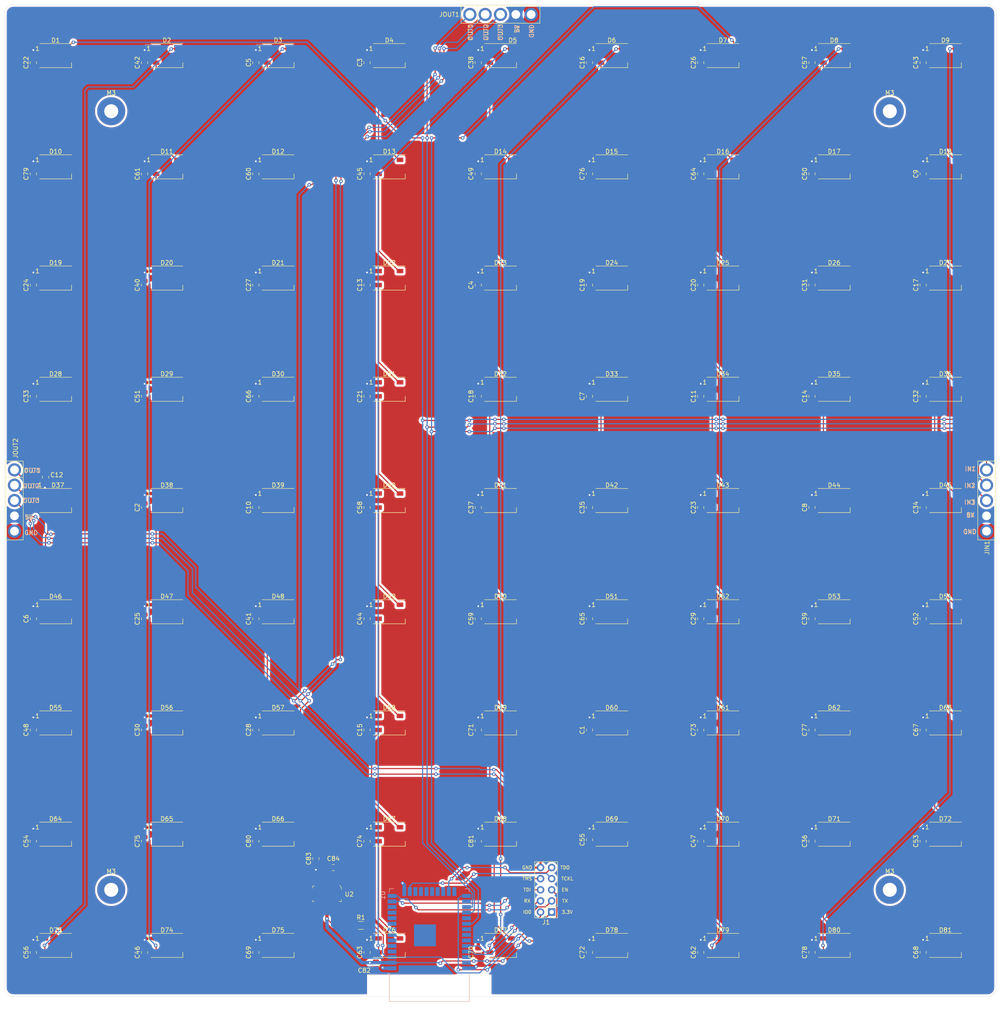
<source format=kicad_pcb>
(kicad_pcb (version 20171130) (host pcbnew "(5.1.4)-1")
  (layers (0 F.Cu signal) (31 B.Cu signal) (34 B.Paste user) (35 F.Paste user) (36 B.SilkS user) (37 F.SilkS user) (38 B.Mask user) (39 F.Mask user) (44 Edge.Cuts user))
  (net 0 "")
  (net 1 +5V)
  (net 2 "Net-(D1-Pad2)")
  (net 3 GND)
  (net 4 "Net-(D10-Pad2)")
  (net 5 "Net-(D11-Pad2)")
  (net 6 "Net-(D12-Pad2)")
  (net 7 "Net-(D13-Pad2)")
  (net 8 "Net-(D14-Pad2)")
  (net 9 "Net-(D14-Pad4)")
  (net 10 "Net-(D15-Pad2)")
  (net 11 "Net-(D16-Pad2)")
  (net 12 "Net-(D17-Pad2)")
  (net 13 "Net-(D18-Pad2)")
  (net 14 "Net-(D19-Pad2)")
  (net 15 "Net-(D20-Pad2)")
  (net 16 "Net-(D21-Pad2)")
  (net 17 "Net-(D22-Pad2)")
  (net 18 "Net-(D23-Pad2)")
  (net 19 "Net-(D24-Pad2)")
  (net 20 "Net-(D25-Pad2)")
  (net 21 "Net-(D26-Pad2)")
  (net 22 "Net-(D27-Pad2)")
  (net 23 "Net-(D28-Pad2)")
  (net 24 "Net-(D29-Pad2)")
  (net 25 "Net-(D30-Pad2)")
  (net 26 "Net-(D31-Pad2)")
  (net 27 "Net-(D32-Pad2)")
  (net 28 "Net-(D33-Pad2)")
  (net 29 "Net-(D34-Pad2)")
  (net 30 "Net-(D35-Pad2)")
  (net 31 "Net-(D36-Pad2)")
  (net 32 "Net-(D37-Pad2)")
  (net 33 "Net-(D38-Pad2)")
  (net 34 "Net-(D39-Pad2)")
  (net 35 IN1)
  (net 36 "Net-(D11-Pad4)")
  (net 37 "Net-(D2-Pad4)")
  (net 38 "Net-(D12-Pad4)")
  (net 39 "Net-(D3-Pad4)")
  (net 40 "Net-(D13-Pad4)")
  (net 41 IN2)
  (net 42 "Net-(D5-Pad4)")
  (net 43 "Net-(D15-Pad4)")
  (net 44 "Net-(D6-Pad4)")
  (net 45 "Net-(D16-Pad4)")
  (net 46 IN3)
  (net 47 "Net-(D17-Pad4)")
  (net 48 "Net-(D79-Pad2)")
  (net 49 "Net-(D18-Pad4)")
  (net 50 "Net-(D80-Pad2)")
  (net 51 "Net-(D40-Pad2)")
  (net 52 "Net-(D41-Pad2)")
  (net 53 "Net-(D42-Pad2)")
  (net 54 "Net-(D43-Pad2)")
  (net 55 "Net-(D44-Pad2)")
  (net 56 "Net-(D45-Pad2)")
  (net 57 "Net-(D46-Pad2)")
  (net 58 "Net-(D47-Pad2)")
  (net 59 "Net-(D48-Pad2)")
  (net 60 "Net-(D49-Pad2)")
  (net 61 "Net-(D50-Pad2)")
  (net 62 "Net-(D51-Pad2)")
  (net 63 "Net-(D52-Pad2)")
  (net 64 "Net-(D53-Pad2)")
  (net 65 "Net-(D54-Pad2)")
  (net 66 "Net-(D55-Pad2)")
  (net 67 "Net-(D56-Pad2)")
  (net 68 "Net-(D57-Pad2)")
  (net 69 "Net-(D58-Pad2)")
  (net 70 "Net-(D59-Pad2)")
  (net 71 "Net-(D60-Pad2)")
  (net 72 "Net-(D61-Pad2)")
  (net 73 "Net-(D62-Pad2)")
  (net 74 "Net-(D63-Pad2)")
  (net 75 "Net-(D64-Pad2)")
  (net 76 "Net-(D65-Pad2)")
  (net 77 "Net-(D66-Pad2)")
  (net 78 "Net-(D67-Pad2)")
  (net 79 "Net-(D68-Pad2)")
  (net 80 "Net-(D69-Pad2)")
  (net 81 "Net-(D70-Pad2)")
  (net 82 "Net-(D71-Pad2)")
  (net 83 "Net-(D72-Pad2)")
  (net 84 +3V3)
  (net 85 EN)
  (net 86 "Net-(J1-Pad4)")
  (net 87 "Net-(J1-Pad3)")
  (net 88 "Net-(J1-Pad2)")
  (net 89 "Net-(U1-Pad37)")
  (net 90 "Net-(U1-Pad36)")
  (net 91 "Net-(U1-Pad33)")
  (net 92 "Net-(U1-Pad32)")
  (net 93 "Net-(U1-Pad31)")
  (net 94 "Net-(U1-Pad29)")
  (net 95 "Net-(U1-Pad26)")
  (net 96 "Net-(U1-Pad24)")
  (net 97 "Net-(U1-Pad22)")
  (net 98 "Net-(U1-Pad21)")
  (net 99 "Net-(U1-Pad20)")
  (net 100 "Net-(U1-Pad19)")
  (net 101 "Net-(U1-Pad18)")
  (net 102 "Net-(U1-Pad17)")
  (net 103 "Net-(U1-Pad12)")
  (net 104 "Net-(U1-Pad11)")
  (net 105 "Net-(U1-Pad10)")
  (net 106 "Net-(U1-Pad9)")
  (net 107 "Net-(U1-Pad8)")
  (net 108 "Net-(U1-Pad7)")
  (net 109 "Net-(U1-Pad6)")
  (net 110 "Net-(U1-Pad5)")
  (net 111 "Net-(U1-Pad4)")
  (net 112 OUT1)
  (net 113 OUT2)
  (net 114 OUT3)
  (net 115 "Net-(J1-Pad9)")
  (net 116 "Net-(J1-Pad8)")
  (net 117 "Net-(J1-Pad7)")
  (net 118 "Net-(J1-Pad6)")
  (module library:thick_header_01x05_3.3mm (layer F.Cu) (at 16.002 127 270)
    (fp_text reference JOUT2 (at -11.938 -0.254 90) (layer F.SilkS))
    (fp_text value Conn_01x05)
    (pad 5 thru_hole circle (at 7 0 270) (size 2.999999 2.999999) (drill 2) (layers *.Cu *.Mask) (net 3 GND))
    (pad 4 thru_hole circle (at 3.5 0 270) (size 2.999999 2.999999) (drill 2) (layers *.Cu *.Mask) (net 1 +5V))
    (pad 3 thru_hole circle (at 0 0 270) (size 3 3) (drill 2) (layers *.Cu *.Mask) (net 114 OUT3))
    (pad 2 thru_hole circle (at -3.5 0 270) (size 3 3) (drill 2) (layers *.Cu *.Mask) (net 113 OUT2))
    (pad 1 thru_hole circle (at -7 0 270) (size 3 3) (drill 2) (layers *.Cu *.Mask) (net 112 OUT1))
  )
  (module library:thick_header_01x05_3.3mm (layer F.Cu) (at 127 16.002)
    (fp_text reference JOUT1 (at -11.684 0) (layer F.SilkS))
    (fp_text value Conn_01x05)
    (pad 5 thru_hole circle (at 7 0) (size 2.999999 2.999999) (drill 2) (layers *.Cu *.Mask) (net 3 GND))
    (pad 4 thru_hole circle (at 3.5 0) (size 2.999999 2.999999) (drill 2) (layers *.Cu *.Mask) (net 1 +5V))
    (pad 3 thru_hole circle (at 0 0) (size 3 3) (drill 2) (layers *.Cu *.Mask) (net 114 OUT3))
    (pad 2 thru_hole circle (at -3.5 0) (size 3 3) (drill 2) (layers *.Cu *.Mask) (net 113 OUT2))
    (pad 1 thru_hole circle (at -7 0) (size 3 3) (drill 2) (layers *.Cu *.Mask) (net 112 OUT1))
  )
  (module library:thick_header_01x05_3.3mm (layer F.Cu) (at 237.998 127 270)
    (fp_text reference JIN1 (at 10.795 -0.127 90) (layer F.SilkS))
    (fp_text value Conn_01x05)
    (pad 5 thru_hole circle (at 7 0 270) (size 2.999999 2.999999) (drill 2) (layers *.Cu *.Mask) (net 3 GND))
    (pad 4 thru_hole circle (at 3.5 0 270) (size 2.999999 2.999999) (drill 2) (layers *.Cu *.Mask) (net 1 +5V))
    (pad 3 thru_hole circle (at 0 0 270) (size 3 3) (drill 2) (layers *.Cu *.Mask) (net 46 IN3))
    (pad 2 thru_hole circle (at -3.5 0 270) (size 3 3) (drill 2) (layers *.Cu *.Mask) (net 41 IN2))
    (pad 1 thru_hole circle (at -7 0 270) (size 3 3) (drill 2) (layers *.Cu *.Mask) (net 35 IN1))
  )
  (module Capacitor_SMD:C_0805_2012Metric (layer F.Cu) (at 23.114 121.666 270)
    (fp_text reference C12 (at -0.508 -2.54 180) (layer F.SilkS))
    (fp_text value 0.1u)
    (pad 2 smd roundrect (at 0.9375 0 270) (size 0.975 1.4) (layers F.Cu F.Paste F.Mask) (net 1 +5V))
    (pad 1 smd roundrect (at -0.9375 0 270) (size 0.975 1.4) (layers F.Cu F.Paste F.Mask) (net 3 GND))
  )
  (module Connector_PinHeader_2.54mm:PinHeader_2x05_P2.54mm_Vertical (layer F.Cu) (at 138.684 220.98 180)
    (fp_text reference J1 (at 1.27 -2.33) (layer F.SilkS))
    (fp_text value Conn_01x10_Male)
    (pad 10 thru_hole oval (at 2.54 10.16 180) (size 1.7 1.7) (drill 1) (layers *.Cu *.Mask) (net 3 GND))
    (pad 9 thru_hole oval (at 0 10.16 180) (size 1.7 1.7) (drill 1) (layers *.Cu *.Mask) (net 115 "Net-(J1-Pad9)"))
    (pad 8 thru_hole oval (at 2.54 7.62 180) (size 1.7 1.7) (drill 1) (layers *.Cu *.Mask) (net 116 "Net-(J1-Pad8)"))
    (pad 7 thru_hole oval (at 0 7.62 180) (size 1.7 1.7) (drill 1) (layers *.Cu *.Mask) (net 117 "Net-(J1-Pad7)"))
    (pad 6 thru_hole oval (at 2.54 5.08 180) (size 1.7 1.7) (drill 1) (layers *.Cu *.Mask) (net 118 "Net-(J1-Pad6)"))
    (pad 5 thru_hole oval (at 0 5.08 180) (size 1.7 1.7) (drill 1) (layers *.Cu *.Mask) (net 85 EN))
    (pad 4 thru_hole oval (at 2.54 2.54 180) (size 1.7 1.7) (drill 1) (layers *.Cu *.Mask) (net 86 "Net-(J1-Pad4)"))
    (pad 3 thru_hole oval (at 0 2.54 180) (size 1.7 1.7) (drill 1) (layers *.Cu *.Mask) (net 87 "Net-(J1-Pad3)"))
    (pad 2 thru_hole oval (at 2.54 0 180) (size 1.7 1.7) (drill 1) (layers *.Cu *.Mask) (net 88 "Net-(J1-Pad2)"))
    (pad 1 thru_hole rect (at 0 0 180) (size 1.7 1.7) (drill 1) (layers *.Cu *.Mask) (net 84 +3V3))
  )
  (module MountingHole:MountingHole_3.2mm_M3_Pad (layer F.Cu) (at 215.9 38.1)
    (fp_text reference M3 (at 0 -4.2) (layer F.SilkS))
    (fp_text value MountingHole_3.2mm_M3_Pad)
    (pad 1 thru_hole circle (at 0 0) (size 6.4 6.4) (drill 3.2) (layers *.Cu *.Mask))
  )
  (module MountingHole:MountingHole_3.2mm_M3_Pad (layer F.Cu) (at 215.9 215.9)
    (fp_text reference M3 (at 0 -4.2) (layer F.SilkS))
    (fp_text value MountingHole_3.2mm_M3_Pad)
    (pad 1 thru_hole circle (at 0 0) (size 6.4 6.4) (drill 3.2) (layers *.Cu *.Mask))
  )
  (module MountingHole:MountingHole_3.2mm_M3_Pad (layer F.Cu) (at 38.1 215.9)
    (fp_text reference M3 (at 0 -4.2) (layer F.SilkS))
    (fp_text value MountingHole_3.2mm_M3_Pad)
    (pad 1 thru_hole circle (at 0 0) (size 6.4 6.4) (drill 3.2) (layers *.Cu *.Mask))
  )
  (module MountingHole:MountingHole_3.2mm_M3_Pad (layer F.Cu) (at 38.1 38.1)
    (fp_text reference M3 (at 0 -4.2) (layer F.SilkS))
    (fp_text value MountingHole_3.2mm_M3_Pad)
    (pad 1 thru_hole circle (at 0 0) (size 6.4 6.4) (drill 3.2) (layers *.Cu *.Mask))
  )
  (module digikey-footprints:SOT-223 (layer F.Cu) (at 87.376 216.814 180)
    (fp_text reference U2 (at -5.08 -0.102) (layer F.SilkS))
    (fp_text value LD1117S33CTR)
    (pad 4 smd rect (at 0 -3.15 180) (size 3.8 2.2) (layers F.Cu F.Paste F.Mask) (net 84 +3V3))
    (pad 1 smd rect (at -2.3 3.15 180) (size 1.5 2.2) (layers F.Cu F.Paste F.Mask) (net 3 GND))
    (pad 2 smd rect (at 0 3.15 180) (size 1.5 2.2) (layers F.Cu F.Paste F.Mask) (net 84 +3V3))
    (pad 3 smd rect (at 2.3 3.15 180) (size 1.5 2.2) (layers F.Cu F.Paste F.Mask) (net 1 +5V))
  )
  (module RF_Module:ESP32-WROOM-32 (layer B.Cu) (at 110.744 225.552)
    (fp_text reference U1 (at -10.61 -8.43 -90) (layer B.SilkS) (effects (justify mirror)))
    (fp_text value ESP32-WROOM-32)
    (pad 38 smd rect (at 8.5 8.255) (size 2 0.9) (layers B.Cu B.Paste B.Mask) (net 3 GND))
    (pad 37 smd rect (at 8.5 6.985) (size 2 0.9) (layers B.Cu B.Paste B.Mask) (net 89 "Net-(U1-Pad37)"))
    (pad 36 smd rect (at 8.5 5.715) (size 2 0.9) (layers B.Cu B.Paste B.Mask) (net 90 "Net-(U1-Pad36)"))
    (pad 35 smd rect (at 8.5 4.445) (size 2 0.9) (layers B.Cu B.Paste B.Mask) (net 87 "Net-(J1-Pad3)"))
    (pad 34 smd rect (at 8.5 3.175) (size 2 0.9) (layers B.Cu B.Paste B.Mask) (net 86 "Net-(J1-Pad4)"))
    (pad 33 smd rect (at 8.5 1.905) (size 2 0.9) (layers B.Cu B.Paste B.Mask) (net 91 "Net-(U1-Pad33)"))
    (pad 32 smd rect (at 8.5 0.635) (size 2 0.9) (layers B.Cu B.Paste B.Mask) (net 92 "Net-(U1-Pad32)"))
    (pad 31 smd rect (at 8.5 -0.635) (size 2 0.9) (layers B.Cu B.Paste B.Mask) (net 93 "Net-(U1-Pad31)"))
    (pad 30 smd rect (at 8.5 -1.905) (size 2 0.9) (layers B.Cu B.Paste B.Mask) (net 46 IN3))
    (pad 29 smd rect (at 8.5 -3.175) (size 2 0.9) (layers B.Cu B.Paste B.Mask) (net 94 "Net-(U1-Pad29)"))
    (pad 28 smd rect (at 8.5 -4.445) (size 2 0.9) (layers B.Cu B.Paste B.Mask) (net 41 IN2))
    (pad 27 smd rect (at 8.5 -5.715) (size 2 0.9) (layers B.Cu B.Paste B.Mask) (net 35 IN1))
    (pad 26 smd rect (at 8.5 -6.985) (size 2 0.9) (layers B.Cu B.Paste B.Mask) (net 95 "Net-(U1-Pad26)"))
    (pad 25 smd rect (at 8.5 -8.255) (size 2 0.9) (layers B.Cu B.Paste B.Mask) (net 88 "Net-(J1-Pad2)"))
    (pad 24 smd rect (at 5.715 -9.255 270) (size 2 0.9) (layers B.Cu B.Paste B.Mask) (net 96 "Net-(U1-Pad24)"))
    (pad 23 smd rect (at 4.445 -9.255 270) (size 2 0.9) (layers B.Cu B.Paste B.Mask) (net 115 "Net-(J1-Pad9)"))
    (pad 22 smd rect (at 3.175 -9.255 270) (size 2 0.9) (layers B.Cu B.Paste B.Mask) (net 97 "Net-(U1-Pad22)"))
    (pad 21 smd rect (at 1.905 -9.255 270) (size 2 0.9) (layers B.Cu B.Paste B.Mask) (net 98 "Net-(U1-Pad21)"))
    (pad 20 smd rect (at 0.635 -9.255 270) (size 2 0.9) (layers B.Cu B.Paste B.Mask) (net 99 "Net-(U1-Pad20)"))
    (pad 19 smd rect (at -0.635 -9.255 270) (size 2 0.9) (layers B.Cu B.Paste B.Mask) (net 100 "Net-(U1-Pad19)"))
    (pad 18 smd rect (at -1.905 -9.255 270) (size 2 0.9) (layers B.Cu B.Paste B.Mask) (net 101 "Net-(U1-Pad18)"))
    (pad 17 smd rect (at -3.175 -9.255 270) (size 2 0.9) (layers B.Cu B.Paste B.Mask) (net 102 "Net-(U1-Pad17)"))
    (pad 16 smd rect (at -4.445 -9.255 270) (size 2 0.9) (layers B.Cu B.Paste B.Mask) (net 117 "Net-(J1-Pad7)"))
    (pad 15 smd rect (at -5.715 -9.255 270) (size 2 0.9) (layers B.Cu B.Paste B.Mask) (net 3 GND))
    (pad 14 smd rect (at -8.5 -8.255) (size 2 0.9) (layers B.Cu B.Paste B.Mask) (net 118 "Net-(J1-Pad6)"))
    (pad 13 smd rect (at -8.5 -6.985) (size 2 0.9) (layers B.Cu B.Paste B.Mask) (net 116 "Net-(J1-Pad8)"))
    (pad 12 smd rect (at -8.5 -5.715) (size 2 0.9) (layers B.Cu B.Paste B.Mask) (net 103 "Net-(U1-Pad12)"))
    (pad 11 smd rect (at -8.5 -4.445) (size 2 0.9) (layers B.Cu B.Paste B.Mask) (net 104 "Net-(U1-Pad11)"))
    (pad 10 smd rect (at -8.5 -3.175) (size 2 0.9) (layers B.Cu B.Paste B.Mask) (net 105 "Net-(U1-Pad10)"))
    (pad 9 smd rect (at -8.5 -1.905) (size 2 0.9) (layers B.Cu B.Paste B.Mask) (net 106 "Net-(U1-Pad9)"))
    (pad 8 smd rect (at -8.5 -0.635) (size 2 0.9) (layers B.Cu B.Paste B.Mask) (net 107 "Net-(U1-Pad8)"))
    (pad 7 smd rect (at -8.5 0.635) (size 2 0.9) (layers B.Cu B.Paste B.Mask) (net 108 "Net-(U1-Pad7)"))
    (pad 6 smd rect (at -8.5 1.905) (size 2 0.9) (layers B.Cu B.Paste B.Mask) (net 109 "Net-(U1-Pad6)"))
    (pad 5 smd rect (at -8.5 3.175) (size 2 0.9) (layers B.Cu B.Paste B.Mask) (net 110 "Net-(U1-Pad5)"))
    (pad 4 smd rect (at -8.5 4.445) (size 2 0.9) (layers B.Cu B.Paste B.Mask) (net 111 "Net-(U1-Pad4)"))
    (pad 3 smd rect (at -8.5 5.715) (size 2 0.9) (layers B.Cu B.Paste B.Mask) (net 85 EN))
    (pad 2 smd rect (at -8.5 6.985) (size 2 0.9) (layers B.Cu B.Paste B.Mask) (net 84 +3V3))
    (pad 1 smd rect (at -8.5 8.255) (size 2 0.9) (layers B.Cu B.Paste B.Mask) (net 3 GND))
    (pad 39 smd rect (at -1 0.755) (size 5 5) (layers B.Cu B.Paste B.Mask))
  )
  (module Capacitor_SMD:C_1206_3216Metric (layer F.Cu) (at 95.12 224.028)
    (fp_text reference R1 (at 0 -1.82) (layer F.SilkS))
    (fp_text value 20k)
    (pad 2 smd roundrect (at 1.4 0) (size 1.25 1.75) (layers F.Cu F.Paste F.Mask) (roundrect_rratio 0.2) (net 85 EN))
    (pad 1 smd roundrect (at -1.4 0) (size 1.25 1.75) (layers F.Cu F.Paste F.Mask) (roundrect_rratio 0.2) (net 84 +3V3))
  )
  (module Capacitor_SMD:C_0805_2012Metric (layer F.Cu) (at 88.8215 210.82 180)
    (fp_text reference C84 (at 0 2.032) (layer F.SilkS))
    (fp_text value 10u)
    (pad 2 smd roundrect (at 0.9375 0 180) (size 0.975 1.4) (layers F.Cu F.Paste F.Mask) (net 84 +3V3))
    (pad 1 smd roundrect (at -0.9375 0 180) (size 0.975 1.4) (layers F.Cu F.Paste F.Mask) (net 3 GND))
  )
  (module Capacitor_SMD:C_0805_2012Metric (layer F.Cu) (at 84.836 208.788 90)
    (fp_text reference C83 (at 0 -1.65 90) (layer F.SilkS))
    (fp_text value 0.1u)
    (pad 2 smd roundrect (at 0.9375 0 90) (size 0.975 1.4) (layers F.Cu F.Paste F.Mask) (net 3 GND))
    (pad 1 smd roundrect (at -0.9375 0 90) (size 0.975 1.4) (layers F.Cu F.Paste F.Mask) (net 1 +5V))
  )
  (module Capacitor_SMD:C_0805_2012Metric (layer F.Cu) (at 98.552 233.2505 270)
    (fp_text reference C82 (at 1.0645 2.667 180) (layer F.SilkS))
    (fp_text value 0.1u)
    (pad 2 smd roundrect (at 0.9375 0 270) (size 0.975 1.4) (layers F.Cu F.Paste F.Mask) (net 3 GND))
    (pad 1 smd roundrect (at -0.9375 0 270) (size 0.975 1.4) (layers F.Cu F.Paste F.Mask) (net 84 +3V3))
  )
  (module LED_SMD:LED_WS2812B_PLCC4_5.0x5.0mm_P3.2mm (layer F.Cu) (at 228.6 228.6)
    (fp_text reference D81 (at 0 -3.5) (layer F.SilkS))
    (fp_text value WS2812B)
    (fp_text user 1 (at -4.15 -1.6) (layer F.SilkS))
    (pad 1 smd rect (at -2.45 -1.6) (size 1.5 1) (layers F.Cu F.Paste F.Mask) (net 1 +5V))
    (pad 2 smd rect (at -2.45 1.6) (size 1.5 1) (layers F.Cu F.Paste F.Mask) (net 114 OUT3))
    (pad 4 smd rect (at 2.45 -1.6) (size 1.5 1) (layers F.Cu F.Paste F.Mask) (net 83 "Net-(D72-Pad2)"))
    (pad 3 smd rect (at 2.45 1.6) (size 1.5 1) (layers F.Cu F.Paste F.Mask) (net 3 GND))
  )
  (module LED_SMD:LED_WS2812B_PLCC4_5.0x5.0mm_P3.2mm (layer F.Cu) (at 203.2 228.6)
    (fp_text reference D80 (at 0 -3.5) (layer F.SilkS))
    (fp_text value WS2812B)
    (fp_text user 1 (at -4.15 -1.6) (layer F.SilkS))
    (pad 1 smd rect (at -2.45 -1.6) (size 1.5 1) (layers F.Cu F.Paste F.Mask) (net 1 +5V))
    (pad 2 smd rect (at -2.45 1.6) (size 1.5 1) (layers F.Cu F.Paste F.Mask) (net 50 "Net-(D80-Pad2)"))
    (pad 4 smd rect (at 2.45 -1.6) (size 1.5 1) (layers F.Cu F.Paste F.Mask) (net 82 "Net-(D71-Pad2)"))
    (pad 3 smd rect (at 2.45 1.6) (size 1.5 1) (layers F.Cu F.Paste F.Mask) (net 3 GND))
  )
  (module LED_SMD:LED_WS2812B_PLCC4_5.0x5.0mm_P3.2mm (layer F.Cu) (at 177.8 228.6)
    (fp_text reference D79 (at 0 -3.5) (layer F.SilkS))
    (fp_text value WS2812B)
    (fp_text user 1 (at -4.15 -1.6) (layer F.SilkS))
    (pad 1 smd rect (at -2.45 -1.6) (size 1.5 1) (layers F.Cu F.Paste F.Mask) (net 1 +5V))
    (pad 2 smd rect (at -2.45 1.6) (size 1.5 1) (layers F.Cu F.Paste F.Mask) (net 48 "Net-(D79-Pad2)"))
    (pad 4 smd rect (at 2.45 -1.6) (size 1.5 1) (layers F.Cu F.Paste F.Mask) (net 81 "Net-(D70-Pad2)"))
    (pad 3 smd rect (at 2.45 1.6) (size 1.5 1) (layers F.Cu F.Paste F.Mask) (net 3 GND))
  )
  (module LED_SMD:LED_WS2812B_PLCC4_5.0x5.0mm_P3.2mm (layer F.Cu) (at 152.4 228.6)
    (fp_text reference D78 (at 0 -3.5) (layer F.SilkS))
    (fp_text value WS2812B)
    (fp_text user 1 (at -4.15 -1.6) (layer F.SilkS))
    (pad 1 smd rect (at -2.45 -1.6) (size 1.5 1) (layers F.Cu F.Paste F.Mask) (net 1 +5V))
    (pad 2 smd rect (at -2.45 1.6) (size 1.5 1) (layers F.Cu F.Paste F.Mask) (net 113 OUT2))
    (pad 4 smd rect (at 2.45 -1.6) (size 1.5 1) (layers F.Cu F.Paste F.Mask) (net 80 "Net-(D69-Pad2)"))
    (pad 3 smd rect (at 2.45 1.6) (size 1.5 1) (layers F.Cu F.Paste F.Mask) (net 3 GND))
  )
  (module LED_SMD:LED_WS2812B_PLCC4_5.0x5.0mm_P3.2mm (layer F.Cu) (at 127 228.6)
    (fp_text reference D77 (at 0 -3.5) (layer F.SilkS))
    (fp_text value WS2812B)
    (fp_text user 1 (at -4.15 -1.6) (layer F.SilkS))
    (pad 1 smd rect (at -2.45 -1.6) (size 1.5 1) (layers F.Cu F.Paste F.Mask) (net 1 +5V))
    (pad 2 smd rect (at -2.45 1.6) (size 1.5 1) (layers F.Cu F.Paste F.Mask) (net 44 "Net-(D6-Pad4)"))
    (pad 4 smd rect (at 2.45 -1.6) (size 1.5 1) (layers F.Cu F.Paste F.Mask) (net 79 "Net-(D68-Pad2)"))
    (pad 3 smd rect (at 2.45 1.6) (size 1.5 1) (layers F.Cu F.Paste F.Mask) (net 3 GND))
  )
  (module LED_SMD:LED_WS2812B_PLCC4_5.0x5.0mm_P3.2mm (layer F.Cu) (at 101.6 228.6)
    (fp_text reference D76 (at 0 -3.5) (layer F.SilkS))
    (fp_text value WS2812B)
    (fp_text user 1 (at -4.15 -1.6) (layer F.SilkS))
    (pad 1 smd rect (at -2.45 -1.6) (size 1.5 1) (layers F.Cu F.Paste F.Mask) (net 1 +5V))
    (pad 2 smd rect (at -2.45 1.6) (size 1.5 1) (layers F.Cu F.Paste F.Mask) (net 42 "Net-(D5-Pad4)"))
    (pad 4 smd rect (at 2.45 -1.6) (size 1.5 1) (layers F.Cu F.Paste F.Mask) (net 78 "Net-(D67-Pad2)"))
    (pad 3 smd rect (at 2.45 1.6) (size 1.5 1) (layers F.Cu F.Paste F.Mask) (net 3 GND))
  )
  (module LED_SMD:LED_WS2812B_PLCC4_5.0x5.0mm_P3.2mm (layer F.Cu) (at 76.2 228.6)
    (fp_text reference D75 (at 0 -3.5) (layer F.SilkS))
    (fp_text value WS2812B)
    (fp_text user 1 (at -4.15 -1.6) (layer F.SilkS))
    (pad 1 smd rect (at -2.45 -1.6) (size 1.5 1) (layers F.Cu F.Paste F.Mask) (net 1 +5V))
    (pad 2 smd rect (at -2.45 1.6) (size 1.5 1) (layers F.Cu F.Paste F.Mask) (net 112 OUT1))
    (pad 4 smd rect (at 2.45 -1.6) (size 1.5 1) (layers F.Cu F.Paste F.Mask) (net 77 "Net-(D66-Pad2)"))
    (pad 3 smd rect (at 2.45 1.6) (size 1.5 1) (layers F.Cu F.Paste F.Mask) (net 3 GND))
  )
  (module LED_SMD:LED_WS2812B_PLCC4_5.0x5.0mm_P3.2mm (layer F.Cu) (at 50.8 228.6)
    (fp_text reference D74 (at 0 -3.5) (layer F.SilkS))
    (fp_text value WS2812B)
    (fp_text user 1 (at -4.15 -1.6) (layer F.SilkS))
    (pad 1 smd rect (at -2.45 -1.6) (size 1.5 1) (layers F.Cu F.Paste F.Mask) (net 1 +5V))
    (pad 2 smd rect (at -2.45 1.6) (size 1.5 1) (layers F.Cu F.Paste F.Mask) (net 39 "Net-(D3-Pad4)"))
    (pad 4 smd rect (at 2.45 -1.6) (size 1.5 1) (layers F.Cu F.Paste F.Mask) (net 76 "Net-(D65-Pad2)"))
    (pad 3 smd rect (at 2.45 1.6) (size 1.5 1) (layers F.Cu F.Paste F.Mask) (net 3 GND))
  )
  (module LED_SMD:LED_WS2812B_PLCC4_5.0x5.0mm_P3.2mm (layer F.Cu) (at 25.4 228.6)
    (fp_text reference D73 (at 0 -3.5) (layer F.SilkS))
    (fp_text value WS2812B)
    (fp_text user 1 (at -4.15 -1.6) (layer F.SilkS))
    (pad 1 smd rect (at -2.45 -1.6) (size 1.5 1) (layers F.Cu F.Paste F.Mask) (net 1 +5V))
    (pad 2 smd rect (at -2.45 1.6) (size 1.5 1) (layers F.Cu F.Paste F.Mask) (net 37 "Net-(D2-Pad4)"))
    (pad 4 smd rect (at 2.45 -1.6) (size 1.5 1) (layers F.Cu F.Paste F.Mask) (net 75 "Net-(D64-Pad2)"))
    (pad 3 smd rect (at 2.45 1.6) (size 1.5 1) (layers F.Cu F.Paste F.Mask) (net 3 GND))
  )
  (module LED_SMD:LED_WS2812B_PLCC4_5.0x5.0mm_P3.2mm (layer F.Cu) (at 228.6 203.2)
    (fp_text reference D72 (at 0 -3.5) (layer F.SilkS))
    (fp_text value WS2812B)
    (fp_text user 1 (at -4.15 -1.6) (layer F.SilkS))
    (pad 1 smd rect (at -2.45 -1.6) (size 1.5 1) (layers F.Cu F.Paste F.Mask) (net 1 +5V))
    (pad 2 smd rect (at -2.45 1.6) (size 1.5 1) (layers F.Cu F.Paste F.Mask) (net 83 "Net-(D72-Pad2)"))
    (pad 4 smd rect (at 2.45 -1.6) (size 1.5 1) (layers F.Cu F.Paste F.Mask) (net 74 "Net-(D63-Pad2)"))
    (pad 3 smd rect (at 2.45 1.6) (size 1.5 1) (layers F.Cu F.Paste F.Mask) (net 3 GND))
  )
  (module LED_SMD:LED_WS2812B_PLCC4_5.0x5.0mm_P3.2mm (layer F.Cu) (at 203.2 203.2)
    (fp_text reference D71 (at 0 -3.5) (layer F.SilkS))
    (fp_text value WS2812B)
    (fp_text user 1 (at -4.15 -1.6) (layer F.SilkS))
    (pad 1 smd rect (at -2.45 -1.6) (size 1.5 1) (layers F.Cu F.Paste F.Mask) (net 1 +5V))
    (pad 2 smd rect (at -2.45 1.6) (size 1.5 1) (layers F.Cu F.Paste F.Mask) (net 82 "Net-(D71-Pad2)"))
    (pad 4 smd rect (at 2.45 -1.6) (size 1.5 1) (layers F.Cu F.Paste F.Mask) (net 73 "Net-(D62-Pad2)"))
    (pad 3 smd rect (at 2.45 1.6) (size 1.5 1) (layers F.Cu F.Paste F.Mask) (net 3 GND))
  )
  (module LED_SMD:LED_WS2812B_PLCC4_5.0x5.0mm_P3.2mm (layer F.Cu) (at 177.8 203.2)
    (fp_text reference D70 (at 0 -3.5) (layer F.SilkS))
    (fp_text value WS2812B)
    (fp_text user 1 (at -4.15 -1.6) (layer F.SilkS))
    (pad 1 smd rect (at -2.45 -1.6) (size 1.5 1) (layers F.Cu F.Paste F.Mask) (net 1 +5V))
    (pad 2 smd rect (at -2.45 1.6) (size 1.5 1) (layers F.Cu F.Paste F.Mask) (net 81 "Net-(D70-Pad2)"))
    (pad 4 smd rect (at 2.45 -1.6) (size 1.5 1) (layers F.Cu F.Paste F.Mask) (net 72 "Net-(D61-Pad2)"))
    (pad 3 smd rect (at 2.45 1.6) (size 1.5 1) (layers F.Cu F.Paste F.Mask) (net 3 GND))
  )
  (module LED_SMD:LED_WS2812B_PLCC4_5.0x5.0mm_P3.2mm (layer F.Cu) (at 152.4 203.2)
    (fp_text reference D69 (at 0 -3.5) (layer F.SilkS))
    (fp_text value WS2812B)
    (fp_text user 1 (at -4.15 -1.6) (layer F.SilkS))
    (pad 1 smd rect (at -2.45 -1.6) (size 1.5 1) (layers F.Cu F.Paste F.Mask) (net 1 +5V))
    (pad 2 smd rect (at -2.45 1.6) (size 1.5 1) (layers F.Cu F.Paste F.Mask) (net 80 "Net-(D69-Pad2)"))
    (pad 4 smd rect (at 2.45 -1.6) (size 1.5 1) (layers F.Cu F.Paste F.Mask) (net 71 "Net-(D60-Pad2)"))
    (pad 3 smd rect (at 2.45 1.6) (size 1.5 1) (layers F.Cu F.Paste F.Mask) (net 3 GND))
  )
  (module LED_SMD:LED_WS2812B_PLCC4_5.0x5.0mm_P3.2mm (layer F.Cu) (at 127 203.2)
    (fp_text reference D68 (at 0 -3.5) (layer F.SilkS))
    (fp_text value WS2812B)
    (fp_text user 1 (at -4.15 -1.6) (layer F.SilkS))
    (pad 1 smd rect (at -2.45 -1.6) (size 1.5 1) (layers F.Cu F.Paste F.Mask) (net 1 +5V))
    (pad 2 smd rect (at -2.45 1.6) (size 1.5 1) (layers F.Cu F.Paste F.Mask) (net 79 "Net-(D68-Pad2)"))
    (pad 4 smd rect (at 2.45 -1.6) (size 1.5 1) (layers F.Cu F.Paste F.Mask) (net 70 "Net-(D59-Pad2)"))
    (pad 3 smd rect (at 2.45 1.6) (size 1.5 1) (layers F.Cu F.Paste F.Mask) (net 3 GND))
  )
  (module LED_SMD:LED_WS2812B_PLCC4_5.0x5.0mm_P3.2mm (layer F.Cu) (at 101.6 203.2)
    (fp_text reference D67 (at 0 -3.5) (layer F.SilkS))
    (fp_text value WS2812B)
    (fp_text user 1 (at -4.15 -1.6) (layer F.SilkS))
    (pad 1 smd rect (at -2.45 -1.6) (size 1.5 1) (layers F.Cu F.Paste F.Mask) (net 1 +5V))
    (pad 2 smd rect (at -2.45 1.6) (size 1.5 1) (layers F.Cu F.Paste F.Mask) (net 78 "Net-(D67-Pad2)"))
    (pad 4 smd rect (at 2.45 -1.6) (size 1.5 1) (layers F.Cu F.Paste F.Mask) (net 69 "Net-(D58-Pad2)"))
    (pad 3 smd rect (at 2.45 1.6) (size 1.5 1) (layers F.Cu F.Paste F.Mask) (net 3 GND))
  )
  (module LED_SMD:LED_WS2812B_PLCC4_5.0x5.0mm_P3.2mm (layer F.Cu) (at 76.2 203.2)
    (fp_text reference D66 (at 0 -3.5) (layer F.SilkS))
    (fp_text value WS2812B)
    (fp_text user 1 (at -4.15 -1.6) (layer F.SilkS))
    (pad 1 smd rect (at -2.45 -1.6) (size 1.5 1) (layers F.Cu F.Paste F.Mask) (net 1 +5V))
    (pad 2 smd rect (at -2.45 1.6) (size 1.5 1) (layers F.Cu F.Paste F.Mask) (net 77 "Net-(D66-Pad2)"))
    (pad 4 smd rect (at 2.45 -1.6) (size 1.5 1) (layers F.Cu F.Paste F.Mask) (net 68 "Net-(D57-Pad2)"))
    (pad 3 smd rect (at 2.45 1.6) (size 1.5 1) (layers F.Cu F.Paste F.Mask) (net 3 GND))
  )
  (module LED_SMD:LED_WS2812B_PLCC4_5.0x5.0mm_P3.2mm (layer F.Cu) (at 50.8 203.2)
    (fp_text reference D65 (at 0 -3.5) (layer F.SilkS))
    (fp_text value WS2812B)
    (fp_text user 1 (at -4.15 -1.6) (layer F.SilkS))
    (pad 1 smd rect (at -2.45 -1.6) (size 1.5 1) (layers F.Cu F.Paste F.Mask) (net 1 +5V))
    (pad 2 smd rect (at -2.45 1.6) (size 1.5 1) (layers F.Cu F.Paste F.Mask) (net 76 "Net-(D65-Pad2)"))
    (pad 4 smd rect (at 2.45 -1.6) (size 1.5 1) (layers F.Cu F.Paste F.Mask) (net 67 "Net-(D56-Pad2)"))
    (pad 3 smd rect (at 2.45 1.6) (size 1.5 1) (layers F.Cu F.Paste F.Mask) (net 3 GND))
  )
  (module LED_SMD:LED_WS2812B_PLCC4_5.0x5.0mm_P3.2mm (layer F.Cu) (at 25.4 203.2)
    (fp_text reference D64 (at 0 -3.5) (layer F.SilkS))
    (fp_text value WS2812B)
    (fp_text user 1 (at -4.15 -1.6) (layer F.SilkS))
    (pad 1 smd rect (at -2.45 -1.6) (size 1.5 1) (layers F.Cu F.Paste F.Mask) (net 1 +5V))
    (pad 2 smd rect (at -2.45 1.6) (size 1.5 1) (layers F.Cu F.Paste F.Mask) (net 75 "Net-(D64-Pad2)"))
    (pad 4 smd rect (at 2.45 -1.6) (size 1.5 1) (layers F.Cu F.Paste F.Mask) (net 66 "Net-(D55-Pad2)"))
    (pad 3 smd rect (at 2.45 1.6) (size 1.5 1) (layers F.Cu F.Paste F.Mask) (net 3 GND))
  )
  (module LED_SMD:LED_WS2812B_PLCC4_5.0x5.0mm_P3.2mm (layer F.Cu) (at 228.6 177.8)
    (fp_text reference D63 (at 0 -3.5) (layer F.SilkS))
    (fp_text value WS2812B)
    (fp_text user 1 (at -4.15 -1.6) (layer F.SilkS))
    (pad 1 smd rect (at -2.45 -1.6) (size 1.5 1) (layers F.Cu F.Paste F.Mask) (net 1 +5V))
    (pad 2 smd rect (at -2.45 1.6) (size 1.5 1) (layers F.Cu F.Paste F.Mask) (net 74 "Net-(D63-Pad2)"))
    (pad 4 smd rect (at 2.45 -1.6) (size 1.5 1) (layers F.Cu F.Paste F.Mask) (net 65 "Net-(D54-Pad2)"))
    (pad 3 smd rect (at 2.45 1.6) (size 1.5 1) (layers F.Cu F.Paste F.Mask) (net 3 GND))
  )
  (module LED_SMD:LED_WS2812B_PLCC4_5.0x5.0mm_P3.2mm (layer F.Cu) (at 203.2 177.8)
    (fp_text reference D62 (at 0 -3.5) (layer F.SilkS))
    (fp_text value WS2812B)
    (fp_text user 1 (at -4.15 -1.6) (layer F.SilkS))
    (pad 1 smd rect (at -2.45 -1.6) (size 1.5 1) (layers F.Cu F.Paste F.Mask) (net 1 +5V))
    (pad 2 smd rect (at -2.45 1.6) (size 1.5 1) (layers F.Cu F.Paste F.Mask) (net 73 "Net-(D62-Pad2)"))
    (pad 4 smd rect (at 2.45 -1.6) (size 1.5 1) (layers F.Cu F.Paste F.Mask) (net 64 "Net-(D53-Pad2)"))
    (pad 3 smd rect (at 2.45 1.6) (size 1.5 1) (layers F.Cu F.Paste F.Mask) (net 3 GND))
  )
  (module LED_SMD:LED_WS2812B_PLCC4_5.0x5.0mm_P3.2mm (layer F.Cu) (at 177.8 177.8)
    (fp_text reference D61 (at 0 -3.5) (layer F.SilkS))
    (fp_text value WS2812B)
    (fp_text user 1 (at -4.15 -1.6) (layer F.SilkS))
    (pad 1 smd rect (at -2.45 -1.6) (size 1.5 1) (layers F.Cu F.Paste F.Mask) (net 1 +5V))
    (pad 2 smd rect (at -2.45 1.6) (size 1.5 1) (layers F.Cu F.Paste F.Mask) (net 72 "Net-(D61-Pad2)"))
    (pad 4 smd rect (at 2.45 -1.6) (size 1.5 1) (layers F.Cu F.Paste F.Mask) (net 63 "Net-(D52-Pad2)"))
    (pad 3 smd rect (at 2.45 1.6) (size 1.5 1) (layers F.Cu F.Paste F.Mask) (net 3 GND))
  )
  (module LED_SMD:LED_WS2812B_PLCC4_5.0x5.0mm_P3.2mm (layer F.Cu) (at 152.4 177.8)
    (fp_text reference D60 (at 0 -3.5) (layer F.SilkS))
    (fp_text value WS2812B)
    (fp_text user 1 (at -4.15 -1.6) (layer F.SilkS))
    (pad 1 smd rect (at -2.45 -1.6) (size 1.5 1) (layers F.Cu F.Paste F.Mask) (net 1 +5V))
    (pad 2 smd rect (at -2.45 1.6) (size 1.5 1) (layers F.Cu F.Paste F.Mask) (net 71 "Net-(D60-Pad2)"))
    (pad 4 smd rect (at 2.45 -1.6) (size 1.5 1) (layers F.Cu F.Paste F.Mask) (net 62 "Net-(D51-Pad2)"))
    (pad 3 smd rect (at 2.45 1.6) (size 1.5 1) (layers F.Cu F.Paste F.Mask) (net 3 GND))
  )
  (module LED_SMD:LED_WS2812B_PLCC4_5.0x5.0mm_P3.2mm (layer F.Cu) (at 127 177.8)
    (fp_text reference D59 (at 0 -3.5) (layer F.SilkS))
    (fp_text value WS2812B)
    (fp_text user 1 (at -4.15 -1.6) (layer F.SilkS))
    (pad 1 smd rect (at -2.45 -1.6) (size 1.5 1) (layers F.Cu F.Paste F.Mask) (net 1 +5V))
    (pad 2 smd rect (at -2.45 1.6) (size 1.5 1) (layers F.Cu F.Paste F.Mask) (net 70 "Net-(D59-Pad2)"))
    (pad 4 smd rect (at 2.45 -1.6) (size 1.5 1) (layers F.Cu F.Paste F.Mask) (net 61 "Net-(D50-Pad2)"))
    (pad 3 smd rect (at 2.45 1.6) (size 1.5 1) (layers F.Cu F.Paste F.Mask) (net 3 GND))
  )
  (module LED_SMD:LED_WS2812B_PLCC4_5.0x5.0mm_P3.2mm (layer F.Cu) (at 101.6 177.8)
    (fp_text reference D58 (at 0 -3.5) (layer F.SilkS))
    (fp_text value WS2812B)
    (fp_text user 1 (at -4.15 -1.6) (layer F.SilkS))
    (pad 1 smd rect (at -2.45 -1.6) (size 1.5 1) (layers F.Cu F.Paste F.Mask) (net 1 +5V))
    (pad 2 smd rect (at -2.45 1.6) (size 1.5 1) (layers F.Cu F.Paste F.Mask) (net 69 "Net-(D58-Pad2)"))
    (pad 4 smd rect (at 2.45 -1.6) (size 1.5 1) (layers F.Cu F.Paste F.Mask) (net 60 "Net-(D49-Pad2)"))
    (pad 3 smd rect (at 2.45 1.6) (size 1.5 1) (layers F.Cu F.Paste F.Mask) (net 3 GND))
  )
  (module LED_SMD:LED_WS2812B_PLCC4_5.0x5.0mm_P3.2mm (layer F.Cu) (at 76.2 177.8)
    (fp_text reference D57 (at 0 -3.5) (layer F.SilkS))
    (fp_text value WS2812B)
    (fp_text user 1 (at -4.15 -1.6) (layer F.SilkS))
    (pad 1 smd rect (at -2.45 -1.6) (size 1.5 1) (layers F.Cu F.Paste F.Mask) (net 1 +5V))
    (pad 2 smd rect (at -2.45 1.6) (size 1.5 1) (layers F.Cu F.Paste F.Mask) (net 68 "Net-(D57-Pad2)"))
    (pad 4 smd rect (at 2.45 -1.6) (size 1.5 1) (layers F.Cu F.Paste F.Mask) (net 59 "Net-(D48-Pad2)"))
    (pad 3 smd rect (at 2.45 1.6) (size 1.5 1) (layers F.Cu F.Paste F.Mask) (net 3 GND))
  )
  (module LED_SMD:LED_WS2812B_PLCC4_5.0x5.0mm_P3.2mm (layer F.Cu) (at 50.8 177.8)
    (fp_text reference D56 (at 0 -3.5) (layer F.SilkS))
    (fp_text value WS2812B)
    (fp_text user 1 (at -4.15 -1.6) (layer F.SilkS))
    (pad 1 smd rect (at -2.45 -1.6) (size 1.5 1) (layers F.Cu F.Paste F.Mask) (net 1 +5V))
    (pad 2 smd rect (at -2.45 1.6) (size 1.5 1) (layers F.Cu F.Paste F.Mask) (net 67 "Net-(D56-Pad2)"))
    (pad 4 smd rect (at 2.45 -1.6) (size 1.5 1) (layers F.Cu F.Paste F.Mask) (net 58 "Net-(D47-Pad2)"))
    (pad 3 smd rect (at 2.45 1.6) (size 1.5 1) (layers F.Cu F.Paste F.Mask) (net 3 GND))
  )
  (module LED_SMD:LED_WS2812B_PLCC4_5.0x5.0mm_P3.2mm (layer F.Cu) (at 25.4 177.8)
    (fp_text reference D55 (at 0 -3.5) (layer F.SilkS))
    (fp_text value WS2812B)
    (fp_text user 1 (at -4.15 -1.6) (layer F.SilkS))
    (pad 1 smd rect (at -2.45 -1.6) (size 1.5 1) (layers F.Cu F.Paste F.Mask) (net 1 +5V))
    (pad 2 smd rect (at -2.45 1.6) (size 1.5 1) (layers F.Cu F.Paste F.Mask) (net 66 "Net-(D55-Pad2)"))
    (pad 4 smd rect (at 2.45 -1.6) (size 1.5 1) (layers F.Cu F.Paste F.Mask) (net 57 "Net-(D46-Pad2)"))
    (pad 3 smd rect (at 2.45 1.6) (size 1.5 1) (layers F.Cu F.Paste F.Mask) (net 3 GND))
  )
  (module LED_SMD:LED_WS2812B_PLCC4_5.0x5.0mm_P3.2mm (layer F.Cu) (at 228.6 152.4)
    (fp_text reference D54 (at 0 -3.5) (layer F.SilkS))
    (fp_text value WS2812B)
    (fp_text user 1 (at -4.15 -1.6) (layer F.SilkS))
    (pad 1 smd rect (at -2.45 -1.6) (size 1.5 1) (layers F.Cu F.Paste F.Mask) (net 1 +5V))
    (pad 2 smd rect (at -2.45 1.6) (size 1.5 1) (layers F.Cu F.Paste F.Mask) (net 65 "Net-(D54-Pad2)"))
    (pad 4 smd rect (at 2.45 -1.6) (size 1.5 1) (layers F.Cu F.Paste F.Mask) (net 56 "Net-(D45-Pad2)"))
    (pad 3 smd rect (at 2.45 1.6) (size 1.5 1) (layers F.Cu F.Paste F.Mask) (net 3 GND))
  )
  (module LED_SMD:LED_WS2812B_PLCC4_5.0x5.0mm_P3.2mm (layer F.Cu) (at 203.2 152.4)
    (fp_text reference D53 (at 0 -3.5) (layer F.SilkS))
    (fp_text value WS2812B)
    (fp_text user 1 (at -4.15 -1.6) (layer F.SilkS))
    (pad 1 smd rect (at -2.45 -1.6) (size 1.5 1) (layers F.Cu F.Paste F.Mask) (net 1 +5V))
    (pad 2 smd rect (at -2.45 1.6) (size 1.5 1) (layers F.Cu F.Paste F.Mask) (net 64 "Net-(D53-Pad2)"))
    (pad 4 smd rect (at 2.45 -1.6) (size 1.5 1) (layers F.Cu F.Paste F.Mask) (net 55 "Net-(D44-Pad2)"))
    (pad 3 smd rect (at 2.45 1.6) (size 1.5 1) (layers F.Cu F.Paste F.Mask) (net 3 GND))
  )
  (module LED_SMD:LED_WS2812B_PLCC4_5.0x5.0mm_P3.2mm (layer F.Cu) (at 177.8 152.4)
    (fp_text reference D52 (at 0 -3.5) (layer F.SilkS))
    (fp_text value WS2812B)
    (fp_text user 1 (at -4.15 -1.6) (layer F.SilkS))
    (pad 1 smd rect (at -2.45 -1.6) (size 1.5 1) (layers F.Cu F.Paste F.Mask) (net 1 +5V))
    (pad 2 smd rect (at -2.45 1.6) (size 1.5 1) (layers F.Cu F.Paste F.Mask) (net 63 "Net-(D52-Pad2)"))
    (pad 4 smd rect (at 2.45 -1.6) (size 1.5 1) (layers F.Cu F.Paste F.Mask) (net 54 "Net-(D43-Pad2)"))
    (pad 3 smd rect (at 2.45 1.6) (size 1.5 1) (layers F.Cu F.Paste F.Mask) (net 3 GND))
  )
  (module LED_SMD:LED_WS2812B_PLCC4_5.0x5.0mm_P3.2mm (layer F.Cu) (at 152.4 152.4)
    (fp_text reference D51 (at 0 -3.5) (layer F.SilkS))
    (fp_text value WS2812B)
    (fp_text user 1 (at -4.15 -1.6) (layer F.SilkS))
    (pad 1 smd rect (at -2.45 -1.6) (size 1.5 1) (layers F.Cu F.Paste F.Mask) (net 1 +5V))
    (pad 2 smd rect (at -2.45 1.6) (size 1.5 1) (layers F.Cu F.Paste F.Mask) (net 62 "Net-(D51-Pad2)"))
    (pad 4 smd rect (at 2.45 -1.6) (size 1.5 1) (layers F.Cu F.Paste F.Mask) (net 53 "Net-(D42-Pad2)"))
    (pad 3 smd rect (at 2.45 1.6) (size 1.5 1) (layers F.Cu F.Paste F.Mask) (net 3 GND))
  )
  (module LED_SMD:LED_WS2812B_PLCC4_5.0x5.0mm_P3.2mm (layer F.Cu) (at 127 152.4)
    (fp_text reference D50 (at 0 -3.5) (layer F.SilkS))
    (fp_text value WS2812B)
    (fp_text user 1 (at -4.15 -1.6) (layer F.SilkS))
    (pad 1 smd rect (at -2.45 -1.6) (size 1.5 1) (layers F.Cu F.Paste F.Mask) (net 1 +5V))
    (pad 2 smd rect (at -2.45 1.6) (size 1.5 1) (layers F.Cu F.Paste F.Mask) (net 61 "Net-(D50-Pad2)"))
    (pad 4 smd rect (at 2.45 -1.6) (size 1.5 1) (layers F.Cu F.Paste F.Mask) (net 52 "Net-(D41-Pad2)"))
    (pad 3 smd rect (at 2.45 1.6) (size 1.5 1) (layers F.Cu F.Paste F.Mask) (net 3 GND))
  )
  (module LED_SMD:LED_WS2812B_PLCC4_5.0x5.0mm_P3.2mm (layer F.Cu) (at 101.6 152.4)
    (fp_text reference D49 (at 0 -3.5) (layer F.SilkS))
    (fp_text value WS2812B)
    (fp_text user 1 (at -4.15 -1.6) (layer F.SilkS))
    (pad 1 smd rect (at -2.45 -1.6) (size 1.5 1) (layers F.Cu F.Paste F.Mask) (net 1 +5V))
    (pad 2 smd rect (at -2.45 1.6) (size 1.5 1) (layers F.Cu F.Paste F.Mask) (net 60 "Net-(D49-Pad2)"))
    (pad 4 smd rect (at 2.45 -1.6) (size 1.5 1) (layers F.Cu F.Paste F.Mask) (net 51 "Net-(D40-Pad2)"))
    (pad 3 smd rect (at 2.45 1.6) (size 1.5 1) (layers F.Cu F.Paste F.Mask) (net 3 GND))
  )
  (module LED_SMD:LED_WS2812B_PLCC4_5.0x5.0mm_P3.2mm (layer F.Cu) (at 76.2 152.4)
    (fp_text reference D48 (at 0 -3.5) (layer F.SilkS))
    (fp_text value WS2812B)
    (fp_text user 1 (at -4.15 -1.6) (layer F.SilkS))
    (pad 1 smd rect (at -2.45 -1.6) (size 1.5 1) (layers F.Cu F.Paste F.Mask) (net 1 +5V))
    (pad 2 smd rect (at -2.45 1.6) (size 1.5 1) (layers F.Cu F.Paste F.Mask) (net 59 "Net-(D48-Pad2)"))
    (pad 4 smd rect (at 2.45 -1.6) (size 1.5 1) (layers F.Cu F.Paste F.Mask) (net 34 "Net-(D39-Pad2)"))
    (pad 3 smd rect (at 2.45 1.6) (size 1.5 1) (layers F.Cu F.Paste F.Mask) (net 3 GND))
  )
  (module LED_SMD:LED_WS2812B_PLCC4_5.0x5.0mm_P3.2mm (layer F.Cu) (at 50.8 152.4)
    (fp_text reference D47 (at 0 -3.5) (layer F.SilkS))
    (fp_text value WS2812B)
    (fp_text user 1 (at -4.15 -1.6) (layer F.SilkS))
    (pad 1 smd rect (at -2.45 -1.6) (size 1.5 1) (layers F.Cu F.Paste F.Mask) (net 1 +5V))
    (pad 2 smd rect (at -2.45 1.6) (size 1.5 1) (layers F.Cu F.Paste F.Mask) (net 58 "Net-(D47-Pad2)"))
    (pad 4 smd rect (at 2.45 -1.6) (size 1.5 1) (layers F.Cu F.Paste F.Mask) (net 33 "Net-(D38-Pad2)"))
    (pad 3 smd rect (at 2.45 1.6) (size 1.5 1) (layers F.Cu F.Paste F.Mask) (net 3 GND))
  )
  (module LED_SMD:LED_WS2812B_PLCC4_5.0x5.0mm_P3.2mm (layer F.Cu) (at 25.4 152.4)
    (fp_text reference D46 (at 0 -3.5) (layer F.SilkS))
    (fp_text value WS2812B)
    (fp_text user 1 (at -4.15 -1.6) (layer F.SilkS))
    (pad 1 smd rect (at -2.45 -1.6) (size 1.5 1) (layers F.Cu F.Paste F.Mask) (net 1 +5V))
    (pad 2 smd rect (at -2.45 1.6) (size 1.5 1) (layers F.Cu F.Paste F.Mask) (net 57 "Net-(D46-Pad2)"))
    (pad 4 smd rect (at 2.45 -1.6) (size 1.5 1) (layers F.Cu F.Paste F.Mask) (net 32 "Net-(D37-Pad2)"))
    (pad 3 smd rect (at 2.45 1.6) (size 1.5 1) (layers F.Cu F.Paste F.Mask) (net 3 GND))
  )
  (module LED_SMD:LED_WS2812B_PLCC4_5.0x5.0mm_P3.2mm (layer F.Cu) (at 228.6 127)
    (fp_text reference D45 (at 0 -3.5) (layer F.SilkS))
    (fp_text value WS2812B)
    (fp_text user 1 (at -4.15 -1.6) (layer F.SilkS))
    (pad 1 smd rect (at -2.45 -1.6) (size 1.5 1) (layers F.Cu F.Paste F.Mask) (net 1 +5V))
    (pad 2 smd rect (at -2.45 1.6) (size 1.5 1) (layers F.Cu F.Paste F.Mask) (net 56 "Net-(D45-Pad2)"))
    (pad 4 smd rect (at 2.45 -1.6) (size 1.5 1) (layers F.Cu F.Paste F.Mask) (net 31 "Net-(D36-Pad2)"))
    (pad 3 smd rect (at 2.45 1.6) (size 1.5 1) (layers F.Cu F.Paste F.Mask) (net 3 GND))
  )
  (module LED_SMD:LED_WS2812B_PLCC4_5.0x5.0mm_P3.2mm (layer F.Cu) (at 203.2 127)
    (fp_text reference D44 (at 0 -3.5) (layer F.SilkS))
    (fp_text value WS2812B)
    (fp_text user 1 (at -4.15 -1.6) (layer F.SilkS))
    (pad 1 smd rect (at -2.45 -1.6) (size 1.5 1) (layers F.Cu F.Paste F.Mask) (net 1 +5V))
    (pad 2 smd rect (at -2.45 1.6) (size 1.5 1) (layers F.Cu F.Paste F.Mask) (net 55 "Net-(D44-Pad2)"))
    (pad 4 smd rect (at 2.45 -1.6) (size 1.5 1) (layers F.Cu F.Paste F.Mask) (net 30 "Net-(D35-Pad2)"))
    (pad 3 smd rect (at 2.45 1.6) (size 1.5 1) (layers F.Cu F.Paste F.Mask) (net 3 GND))
  )
  (module LED_SMD:LED_WS2812B_PLCC4_5.0x5.0mm_P3.2mm (layer F.Cu) (at 177.8 127)
    (fp_text reference D43 (at 0 -3.5) (layer F.SilkS))
    (fp_text value WS2812B)
    (fp_text user 1 (at -4.15 -1.6) (layer F.SilkS))
    (pad 1 smd rect (at -2.45 -1.6) (size 1.5 1) (layers F.Cu F.Paste F.Mask) (net 1 +5V))
    (pad 2 smd rect (at -2.45 1.6) (size 1.5 1) (layers F.Cu F.Paste F.Mask) (net 54 "Net-(D43-Pad2)"))
    (pad 4 smd rect (at 2.45 -1.6) (size 1.5 1) (layers F.Cu F.Paste F.Mask) (net 29 "Net-(D34-Pad2)"))
    (pad 3 smd rect (at 2.45 1.6) (size 1.5 1) (layers F.Cu F.Paste F.Mask) (net 3 GND))
  )
  (module LED_SMD:LED_WS2812B_PLCC4_5.0x5.0mm_P3.2mm (layer F.Cu) (at 152.4 127)
    (fp_text reference D42 (at 0 -3.5) (layer F.SilkS))
    (fp_text value WS2812B)
    (fp_text user 1 (at -4.15 -1.6) (layer F.SilkS))
    (pad 1 smd rect (at -2.45 -1.6) (size 1.5 1) (layers F.Cu F.Paste F.Mask) (net 1 +5V))
    (pad 2 smd rect (at -2.45 1.6) (size 1.5 1) (layers F.Cu F.Paste F.Mask) (net 53 "Net-(D42-Pad2)"))
    (pad 4 smd rect (at 2.45 -1.6) (size 1.5 1) (layers F.Cu F.Paste F.Mask) (net 28 "Net-(D33-Pad2)"))
    (pad 3 smd rect (at 2.45 1.6) (size 1.5 1) (layers F.Cu F.Paste F.Mask) (net 3 GND))
  )
  (module LED_SMD:LED_WS2812B_PLCC4_5.0x5.0mm_P3.2mm (layer F.Cu) (at 127 127)
    (fp_text reference D41 (at 0 -3.5) (layer F.SilkS))
    (fp_text value WS2812B)
    (fp_text user 1 (at -4.15 -1.6) (layer F.SilkS))
    (pad 1 smd rect (at -2.45 -1.6) (size 1.5 1) (layers F.Cu F.Paste F.Mask) (net 1 +5V))
    (pad 2 smd rect (at -2.45 1.6) (size 1.5 1) (layers F.Cu F.Paste F.Mask) (net 52 "Net-(D41-Pad2)"))
    (pad 4 smd rect (at 2.45 -1.6) (size 1.5 1) (layers F.Cu F.Paste F.Mask) (net 27 "Net-(D32-Pad2)"))
    (pad 3 smd rect (at 2.45 1.6) (size 1.5 1) (layers F.Cu F.Paste F.Mask) (net 3 GND))
  )
  (module LED_SMD:LED_WS2812B_PLCC4_5.0x5.0mm_P3.2mm (layer F.Cu) (at 101.6 127)
    (fp_text reference D40 (at 0 -3.5) (layer F.SilkS))
    (fp_text value WS2812B)
    (fp_text user 1 (at -4.15 -1.6) (layer F.SilkS))
    (pad 1 smd rect (at -2.45 -1.6) (size 1.5 1) (layers F.Cu F.Paste F.Mask) (net 1 +5V))
    (pad 2 smd rect (at -2.45 1.6) (size 1.5 1) (layers F.Cu F.Paste F.Mask) (net 51 "Net-(D40-Pad2)"))
    (pad 4 smd rect (at 2.45 -1.6) (size 1.5 1) (layers F.Cu F.Paste F.Mask) (net 26 "Net-(D31-Pad2)"))
    (pad 3 smd rect (at 2.45 1.6) (size 1.5 1) (layers F.Cu F.Paste F.Mask) (net 3 GND))
  )
  (module LED_SMD:LED_WS2812B_PLCC4_5.0x5.0mm_P3.2mm (layer F.Cu) (at 76.2 127)
    (fp_text reference D39 (at 0 -3.5) (layer F.SilkS))
    (fp_text value WS2812B)
    (fp_text user 1 (at -4.15 -1.6) (layer F.SilkS))
    (pad 1 smd rect (at -2.45 -1.6) (size 1.5 1) (layers F.Cu F.Paste F.Mask) (net 1 +5V))
    (pad 2 smd rect (at -2.45 1.6) (size 1.5 1) (layers F.Cu F.Paste F.Mask) (net 34 "Net-(D39-Pad2)"))
    (pad 4 smd rect (at 2.45 -1.6) (size 1.5 1) (layers F.Cu F.Paste F.Mask) (net 25 "Net-(D30-Pad2)"))
    (pad 3 smd rect (at 2.45 1.6) (size 1.5 1) (layers F.Cu F.Paste F.Mask) (net 3 GND))
  )
  (module LED_SMD:LED_WS2812B_PLCC4_5.0x5.0mm_P3.2mm (layer F.Cu) (at 50.8 127)
    (fp_text reference D38 (at 0 -3.5) (layer F.SilkS))
    (fp_text value WS2812B)
    (fp_text user 1 (at -4.15 -1.6) (layer F.SilkS))
    (pad 1 smd rect (at -2.45 -1.6) (size 1.5 1) (layers F.Cu F.Paste F.Mask) (net 1 +5V))
    (pad 2 smd rect (at -2.45 1.6) (size 1.5 1) (layers F.Cu F.Paste F.Mask) (net 33 "Net-(D38-Pad2)"))
    (pad 4 smd rect (at 2.45 -1.6) (size 1.5 1) (layers F.Cu F.Paste F.Mask) (net 24 "Net-(D29-Pad2)"))
    (pad 3 smd rect (at 2.45 1.6) (size 1.5 1) (layers F.Cu F.Paste F.Mask) (net 3 GND))
  )
  (module LED_SMD:LED_WS2812B_PLCC4_5.0x5.0mm_P3.2mm (layer F.Cu) (at 25.4 127)
    (fp_text reference D37 (at 0.508 -3.5) (layer F.SilkS))
    (fp_text value WS2812B)
    (fp_text user 1 (at -3.556 -3.556) (layer F.SilkS))
    (pad 1 smd rect (at -2.45 -1.6) (size 1.5 1) (layers F.Cu F.Paste F.Mask) (net 1 +5V))
    (pad 2 smd rect (at -2.45 1.6) (size 1.5 1) (layers F.Cu F.Paste F.Mask) (net 32 "Net-(D37-Pad2)"))
    (pad 4 smd rect (at 2.45 -1.6) (size 1.5 1) (layers F.Cu F.Paste F.Mask) (net 23 "Net-(D28-Pad2)"))
    (pad 3 smd rect (at 2.45 1.6) (size 1.5 1) (layers F.Cu F.Paste F.Mask) (net 3 GND))
  )
  (module LED_SMD:LED_WS2812B_PLCC4_5.0x5.0mm_P3.2mm (layer F.Cu) (at 228.6 101.6)
    (fp_text reference D36 (at 0 -3.5) (layer F.SilkS))
    (fp_text value WS2812B)
    (fp_text user 1 (at -4.15 -1.6) (layer F.SilkS))
    (pad 1 smd rect (at -2.45 -1.6) (size 1.5 1) (layers F.Cu F.Paste F.Mask) (net 1 +5V))
    (pad 2 smd rect (at -2.45 1.6) (size 1.5 1) (layers F.Cu F.Paste F.Mask) (net 31 "Net-(D36-Pad2)"))
    (pad 4 smd rect (at 2.45 -1.6) (size 1.5 1) (layers F.Cu F.Paste F.Mask) (net 22 "Net-(D27-Pad2)"))
    (pad 3 smd rect (at 2.45 1.6) (size 1.5 1) (layers F.Cu F.Paste F.Mask) (net 3 GND))
  )
  (module LED_SMD:LED_WS2812B_PLCC4_5.0x5.0mm_P3.2mm (layer F.Cu) (at 203.2 101.6)
    (fp_text reference D35 (at 0 -3.5) (layer F.SilkS))
    (fp_text value WS2812B)
    (fp_text user 1 (at -4.15 -1.6) (layer F.SilkS))
    (pad 1 smd rect (at -2.45 -1.6) (size 1.5 1) (layers F.Cu F.Paste F.Mask) (net 1 +5V))
    (pad 2 smd rect (at -2.45 1.6) (size 1.5 1) (layers F.Cu F.Paste F.Mask) (net 30 "Net-(D35-Pad2)"))
    (pad 4 smd rect (at 2.45 -1.6) (size 1.5 1) (layers F.Cu F.Paste F.Mask) (net 21 "Net-(D26-Pad2)"))
    (pad 3 smd rect (at 2.45 1.6) (size 1.5 1) (layers F.Cu F.Paste F.Mask) (net 3 GND))
  )
  (module LED_SMD:LED_WS2812B_PLCC4_5.0x5.0mm_P3.2mm (layer F.Cu) (at 177.8 101.6)
    (fp_text reference D34 (at 0 -3.5) (layer F.SilkS))
    (fp_text value WS2812B)
    (fp_text user 1 (at -4.15 -1.6) (layer F.SilkS))
    (pad 1 smd rect (at -2.45 -1.6) (size 1.5 1) (layers F.Cu F.Paste F.Mask) (net 1 +5V))
    (pad 2 smd rect (at -2.45 1.6) (size 1.5 1) (layers F.Cu F.Paste F.Mask) (net 29 "Net-(D34-Pad2)"))
    (pad 4 smd rect (at 2.45 -1.6) (size 1.5 1) (layers F.Cu F.Paste F.Mask) (net 20 "Net-(D25-Pad2)"))
    (pad 3 smd rect (at 2.45 1.6) (size 1.5 1) (layers F.Cu F.Paste F.Mask) (net 3 GND))
  )
  (module LED_SMD:LED_WS2812B_PLCC4_5.0x5.0mm_P3.2mm (layer F.Cu) (at 152.4 101.6)
    (fp_text reference D33 (at 0 -3.5) (layer F.SilkS))
    (fp_text value WS2812B)
    (fp_text user 1 (at -4.15 -1.6) (layer F.SilkS))
    (pad 1 smd rect (at -2.45 -1.6) (size 1.5 1) (layers F.Cu F.Paste F.Mask) (net 1 +5V))
    (pad 2 smd rect (at -2.45 1.6) (size 1.5 1) (layers F.Cu F.Paste F.Mask) (net 28 "Net-(D33-Pad2)"))
    (pad 4 smd rect (at 2.45 -1.6) (size 1.5 1) (layers F.Cu F.Paste F.Mask) (net 19 "Net-(D24-Pad2)"))
    (pad 3 smd rect (at 2.45 1.6) (size 1.5 1) (layers F.Cu F.Paste F.Mask) (net 3 GND))
  )
  (module LED_SMD:LED_WS2812B_PLCC4_5.0x5.0mm_P3.2mm (layer F.Cu) (at 127 101.6)
    (fp_text reference D32 (at 0 -3.5) (layer F.SilkS))
    (fp_text value WS2812B)
    (fp_text user 1 (at -4.15 -1.6) (layer F.SilkS))
    (pad 1 smd rect (at -2.45 -1.6) (size 1.5 1) (layers F.Cu F.Paste F.Mask) (net 1 +5V))
    (pad 2 smd rect (at -2.45 1.6) (size 1.5 1) (layers F.Cu F.Paste F.Mask) (net 27 "Net-(D32-Pad2)"))
    (pad 4 smd rect (at 2.45 -1.6) (size 1.5 1) (layers F.Cu F.Paste F.Mask) (net 18 "Net-(D23-Pad2)"))
    (pad 3 smd rect (at 2.45 1.6) (size 1.5 1) (layers F.Cu F.Paste F.Mask) (net 3 GND))
  )
  (module LED_SMD:LED_WS2812B_PLCC4_5.0x5.0mm_P3.2mm (layer F.Cu) (at 101.6 101.6)
    (fp_text reference D31 (at 0 -3.5) (layer F.SilkS))
    (fp_text value WS2812B)
    (fp_text user 1 (at -4.15 -1.6) (layer F.SilkS))
    (pad 1 smd rect (at -2.45 -1.6) (size 1.5 1) (layers F.Cu F.Paste F.Mask) (net 1 +5V))
    (pad 2 smd rect (at -2.45 1.6) (size 1.5 1) (layers F.Cu F.Paste F.Mask) (net 26 "Net-(D31-Pad2)"))
    (pad 4 smd rect (at 2.45 -1.6) (size 1.5 1) (layers F.Cu F.Paste F.Mask) (net 17 "Net-(D22-Pad2)"))
    (pad 3 smd rect (at 2.45 1.6) (size 1.5 1) (layers F.Cu F.Paste F.Mask) (net 3 GND))
  )
  (module LED_SMD:LED_WS2812B_PLCC4_5.0x5.0mm_P3.2mm (layer F.Cu) (at 76.2 101.6)
    (fp_text reference D30 (at 0 -3.5) (layer F.SilkS))
    (fp_text value WS2812B)
    (fp_text user 1 (at -4.15 -1.6) (layer F.SilkS))
    (pad 1 smd rect (at -2.45 -1.6) (size 1.5 1) (layers F.Cu F.Paste F.Mask) (net 1 +5V))
    (pad 2 smd rect (at -2.45 1.6) (size 1.5 1) (layers F.Cu F.Paste F.Mask) (net 25 "Net-(D30-Pad2)"))
    (pad 4 smd rect (at 2.45 -1.6) (size 1.5 1) (layers F.Cu F.Paste F.Mask) (net 16 "Net-(D21-Pad2)"))
    (pad 3 smd rect (at 2.45 1.6) (size 1.5 1) (layers F.Cu F.Paste F.Mask) (net 3 GND))
  )
  (module LED_SMD:LED_WS2812B_PLCC4_5.0x5.0mm_P3.2mm (layer F.Cu) (at 50.8 101.6)
    (fp_text reference D29 (at 0 -3.5) (layer F.SilkS))
    (fp_text value WS2812B)
    (fp_text user 1 (at -4.15 -1.6) (layer F.SilkS))
    (pad 1 smd rect (at -2.45 -1.6) (size 1.5 1) (layers F.Cu F.Paste F.Mask) (net 1 +5V))
    (pad 2 smd rect (at -2.45 1.6) (size 1.5 1) (layers F.Cu F.Paste F.Mask) (net 24 "Net-(D29-Pad2)"))
    (pad 4 smd rect (at 2.45 -1.6) (size 1.5 1) (layers F.Cu F.Paste F.Mask) (net 15 "Net-(D20-Pad2)"))
    (pad 3 smd rect (at 2.45 1.6) (size 1.5 1) (layers F.Cu F.Paste F.Mask) (net 3 GND))
  )
  (module LED_SMD:LED_WS2812B_PLCC4_5.0x5.0mm_P3.2mm (layer F.Cu) (at 25.4 101.6)
    (fp_text reference D28 (at 0 -3.5) (layer F.SilkS))
    (fp_text value WS2812B)
    (fp_text user 1 (at -4.15 -1.6) (layer F.SilkS))
    (pad 1 smd rect (at -2.45 -1.6) (size 1.5 1) (layers F.Cu F.Paste F.Mask) (net 1 +5V))
    (pad 2 smd rect (at -2.45 1.6) (size 1.5 1) (layers F.Cu F.Paste F.Mask) (net 23 "Net-(D28-Pad2)"))
    (pad 4 smd rect (at 2.45 -1.6) (size 1.5 1) (layers F.Cu F.Paste F.Mask) (net 14 "Net-(D19-Pad2)"))
    (pad 3 smd rect (at 2.45 1.6) (size 1.5 1) (layers F.Cu F.Paste F.Mask) (net 3 GND))
  )
  (module LED_SMD:LED_WS2812B_PLCC4_5.0x5.0mm_P3.2mm (layer F.Cu) (at 228.6 76.2)
    (fp_text reference D27 (at 0 -3.5) (layer F.SilkS))
    (fp_text value WS2812B)
    (fp_text user 1 (at -4.15 -1.6) (layer F.SilkS))
    (pad 1 smd rect (at -2.45 -1.6) (size 1.5 1) (layers F.Cu F.Paste F.Mask) (net 1 +5V))
    (pad 2 smd rect (at -2.45 1.6) (size 1.5 1) (layers F.Cu F.Paste F.Mask) (net 22 "Net-(D27-Pad2)"))
    (pad 4 smd rect (at 2.45 -1.6) (size 1.5 1) (layers F.Cu F.Paste F.Mask) (net 13 "Net-(D18-Pad2)"))
    (pad 3 smd rect (at 2.45 1.6) (size 1.5 1) (layers F.Cu F.Paste F.Mask) (net 3 GND))
  )
  (module LED_SMD:LED_WS2812B_PLCC4_5.0x5.0mm_P3.2mm (layer F.Cu) (at 203.2 76.2)
    (fp_text reference D26 (at 0 -3.5) (layer F.SilkS))
    (fp_text value WS2812B)
    (fp_text user 1 (at -4.15 -1.6) (layer F.SilkS))
    (pad 1 smd rect (at -2.45 -1.6) (size 1.5 1) (layers F.Cu F.Paste F.Mask) (net 1 +5V))
    (pad 2 smd rect (at -2.45 1.6) (size 1.5 1) (layers F.Cu F.Paste F.Mask) (net 21 "Net-(D26-Pad2)"))
    (pad 4 smd rect (at 2.45 -1.6) (size 1.5 1) (layers F.Cu F.Paste F.Mask) (net 12 "Net-(D17-Pad2)"))
    (pad 3 smd rect (at 2.45 1.6) (size 1.5 1) (layers F.Cu F.Paste F.Mask) (net 3 GND))
  )
  (module LED_SMD:LED_WS2812B_PLCC4_5.0x5.0mm_P3.2mm (layer F.Cu) (at 177.8 76.2)
    (fp_text reference D25 (at 0 -3.5) (layer F.SilkS))
    (fp_text value WS2812B)
    (fp_text user 1 (at -4.15 -1.6) (layer F.SilkS))
    (pad 1 smd rect (at -2.45 -1.6) (size 1.5 1) (layers F.Cu F.Paste F.Mask) (net 1 +5V))
    (pad 2 smd rect (at -2.45 1.6) (size 1.5 1) (layers F.Cu F.Paste F.Mask) (net 20 "Net-(D25-Pad2)"))
    (pad 4 smd rect (at 2.45 -1.6) (size 1.5 1) (layers F.Cu F.Paste F.Mask) (net 11 "Net-(D16-Pad2)"))
    (pad 3 smd rect (at 2.45 1.6) (size 1.5 1) (layers F.Cu F.Paste F.Mask) (net 3 GND))
  )
  (module LED_SMD:LED_WS2812B_PLCC4_5.0x5.0mm_P3.2mm (layer F.Cu) (at 152.4 76.2)
    (fp_text reference D24 (at 0 -3.5) (layer F.SilkS))
    (fp_text value WS2812B)
    (fp_text user 1 (at -4.15 -1.6) (layer F.SilkS))
    (pad 1 smd rect (at -2.45 -1.6) (size 1.5 1) (layers F.Cu F.Paste F.Mask) (net 1 +5V))
    (pad 2 smd rect (at -2.45 1.6) (size 1.5 1) (layers F.Cu F.Paste F.Mask) (net 19 "Net-(D24-Pad2)"))
    (pad 4 smd rect (at 2.45 -1.6) (size 1.5 1) (layers F.Cu F.Paste F.Mask) (net 10 "Net-(D15-Pad2)"))
    (pad 3 smd rect (at 2.45 1.6) (size 1.5 1) (layers F.Cu F.Paste F.Mask) (net 3 GND))
  )
  (module LED_SMD:LED_WS2812B_PLCC4_5.0x5.0mm_P3.2mm (layer F.Cu) (at 127 76.2)
    (fp_text reference D23 (at 0 -3.5) (layer F.SilkS))
    (fp_text value WS2812B)
    (fp_text user 1 (at -4.15 -1.6) (layer F.SilkS))
    (pad 1 smd rect (at -2.45 -1.6) (size 1.5 1) (layers F.Cu F.Paste F.Mask) (net 1 +5V))
    (pad 2 smd rect (at -2.45 1.6) (size 1.5 1) (layers F.Cu F.Paste F.Mask) (net 18 "Net-(D23-Pad2)"))
    (pad 4 smd rect (at 2.45 -1.6) (size 1.5 1) (layers F.Cu F.Paste F.Mask) (net 8 "Net-(D14-Pad2)"))
    (pad 3 smd rect (at 2.45 1.6) (size 1.5 1) (layers F.Cu F.Paste F.Mask) (net 3 GND))
  )
  (module LED_SMD:LED_WS2812B_PLCC4_5.0x5.0mm_P3.2mm (layer F.Cu) (at 101.6 76.2)
    (fp_text reference D22 (at 0 -3.5) (layer F.SilkS))
    (fp_text value WS2812B)
    (fp_text user 1 (at -4.15 -1.6) (layer F.SilkS))
    (pad 1 smd rect (at -2.45 -1.6) (size 1.5 1) (layers F.Cu F.Paste F.Mask) (net 1 +5V))
    (pad 2 smd rect (at -2.45 1.6) (size 1.5 1) (layers F.Cu F.Paste F.Mask) (net 17 "Net-(D22-Pad2)"))
    (pad 4 smd rect (at 2.45 -1.6) (size 1.5 1) (layers F.Cu F.Paste F.Mask) (net 7 "Net-(D13-Pad2)"))
    (pad 3 smd rect (at 2.45 1.6) (size 1.5 1) (layers F.Cu F.Paste F.Mask) (net 3 GND))
  )
  (module LED_SMD:LED_WS2812B_PLCC4_5.0x5.0mm_P3.2mm (layer F.Cu) (at 76.2 76.2)
    (fp_text reference D21 (at 0 -3.5) (layer F.SilkS))
    (fp_text value WS2812B)
    (fp_text user 1 (at -4.15 -1.6) (layer F.SilkS))
    (pad 1 smd rect (at -2.45 -1.6) (size 1.5 1) (layers F.Cu F.Paste F.Mask) (net 1 +5V))
    (pad 2 smd rect (at -2.45 1.6) (size 1.5 1) (layers F.Cu F.Paste F.Mask) (net 16 "Net-(D21-Pad2)"))
    (pad 4 smd rect (at 2.45 -1.6) (size 1.5 1) (layers F.Cu F.Paste F.Mask) (net 6 "Net-(D12-Pad2)"))
    (pad 3 smd rect (at 2.45 1.6) (size 1.5 1) (layers F.Cu F.Paste F.Mask) (net 3 GND))
  )
  (module LED_SMD:LED_WS2812B_PLCC4_5.0x5.0mm_P3.2mm (layer F.Cu) (at 50.8 76.2)
    (fp_text reference D20 (at 0 -3.5) (layer F.SilkS))
    (fp_text value WS2812B)
    (fp_text user 1 (at -4.15 -1.6) (layer F.SilkS))
    (pad 1 smd rect (at -2.45 -1.6) (size 1.5 1) (layers F.Cu F.Paste F.Mask) (net 1 +5V))
    (pad 2 smd rect (at -2.45 1.6) (size 1.5 1) (layers F.Cu F.Paste F.Mask) (net 15 "Net-(D20-Pad2)"))
    (pad 4 smd rect (at 2.45 -1.6) (size 1.5 1) (layers F.Cu F.Paste F.Mask) (net 5 "Net-(D11-Pad2)"))
    (pad 3 smd rect (at 2.45 1.6) (size 1.5 1) (layers F.Cu F.Paste F.Mask) (net 3 GND))
  )
  (module LED_SMD:LED_WS2812B_PLCC4_5.0x5.0mm_P3.2mm (layer F.Cu) (at 25.4 76.2)
    (fp_text reference D19 (at 0 -3.5) (layer F.SilkS))
    (fp_text value WS2812B)
    (fp_text user 1 (at -4.15 -1.6) (layer F.SilkS))
    (pad 1 smd rect (at -2.45 -1.6) (size 1.5 1) (layers F.Cu F.Paste F.Mask) (net 1 +5V))
    (pad 2 smd rect (at -2.45 1.6) (size 1.5 1) (layers F.Cu F.Paste F.Mask) (net 14 "Net-(D19-Pad2)"))
    (pad 4 smd rect (at 2.45 -1.6) (size 1.5 1) (layers F.Cu F.Paste F.Mask) (net 4 "Net-(D10-Pad2)"))
    (pad 3 smd rect (at 2.45 1.6) (size 1.5 1) (layers F.Cu F.Paste F.Mask) (net 3 GND))
  )
  (module LED_SMD:LED_WS2812B_PLCC4_5.0x5.0mm_P3.2mm (layer F.Cu) (at 228.6 50.8)
    (fp_text reference D18 (at 0 -3.5) (layer F.SilkS))
    (fp_text value WS2812B)
    (fp_text user 1 (at -4.15 -1.6) (layer F.SilkS))
    (pad 1 smd rect (at -2.45 -1.6) (size 1.5 1) (layers F.Cu F.Paste F.Mask) (net 1 +5V))
    (pad 2 smd rect (at -2.45 1.6) (size 1.5 1) (layers F.Cu F.Paste F.Mask) (net 13 "Net-(D18-Pad2)"))
    (pad 4 smd rect (at 2.45 -1.6) (size 1.5 1) (layers F.Cu F.Paste F.Mask) (net 49 "Net-(D18-Pad4)"))
    (pad 3 smd rect (at 2.45 1.6) (size 1.5 1) (layers F.Cu F.Paste F.Mask) (net 3 GND))
  )
  (module LED_SMD:LED_WS2812B_PLCC4_5.0x5.0mm_P3.2mm (layer F.Cu) (at 203.2 50.8)
    (fp_text reference D17 (at 0 -3.5) (layer F.SilkS))
    (fp_text value WS2812B)
    (fp_text user 1 (at -4.15 -1.6) (layer F.SilkS))
    (pad 1 smd rect (at -2.45 -1.6) (size 1.5 1) (layers F.Cu F.Paste F.Mask) (net 1 +5V))
    (pad 2 smd rect (at -2.45 1.6) (size 1.5 1) (layers F.Cu F.Paste F.Mask) (net 12 "Net-(D17-Pad2)"))
    (pad 4 smd rect (at 2.45 -1.6) (size 1.5 1) (layers F.Cu F.Paste F.Mask) (net 47 "Net-(D17-Pad4)"))
    (pad 3 smd rect (at 2.45 1.6) (size 1.5 1) (layers F.Cu F.Paste F.Mask) (net 3 GND))
  )
  (module LED_SMD:LED_WS2812B_PLCC4_5.0x5.0mm_P3.2mm (layer F.Cu) (at 177.8 50.8)
    (fp_text reference D16 (at 0 -3.5) (layer F.SilkS))
    (fp_text value WS2812B)
    (fp_text user 1 (at -4.15 -1.6) (layer F.SilkS))
    (pad 1 smd rect (at -2.45 -1.6) (size 1.5 1) (layers F.Cu F.Paste F.Mask) (net 1 +5V))
    (pad 2 smd rect (at -2.45 1.6) (size 1.5 1) (layers F.Cu F.Paste F.Mask) (net 11 "Net-(D16-Pad2)"))
    (pad 4 smd rect (at 2.45 -1.6) (size 1.5 1) (layers F.Cu F.Paste F.Mask) (net 45 "Net-(D16-Pad4)"))
    (pad 3 smd rect (at 2.45 1.6) (size 1.5 1) (layers F.Cu F.Paste F.Mask) (net 3 GND))
  )
  (module LED_SMD:LED_WS2812B_PLCC4_5.0x5.0mm_P3.2mm (layer F.Cu) (at 152.4 50.8)
    (fp_text reference D15 (at 0 -3.5) (layer F.SilkS))
    (fp_text value WS2812B)
    (fp_text user 1 (at -4.15 -1.6) (layer F.SilkS))
    (pad 1 smd rect (at -2.45 -1.6) (size 1.5 1) (layers F.Cu F.Paste F.Mask) (net 1 +5V))
    (pad 2 smd rect (at -2.45 1.6) (size 1.5 1) (layers F.Cu F.Paste F.Mask) (net 10 "Net-(D15-Pad2)"))
    (pad 4 smd rect (at 2.45 -1.6) (size 1.5 1) (layers F.Cu F.Paste F.Mask) (net 43 "Net-(D15-Pad4)"))
    (pad 3 smd rect (at 2.45 1.6) (size 1.5 1) (layers F.Cu F.Paste F.Mask) (net 3 GND))
  )
  (module LED_SMD:LED_WS2812B_PLCC4_5.0x5.0mm_P3.2mm (layer F.Cu) (at 127 50.8)
    (fp_text reference D14 (at 0 -3.5) (layer F.SilkS))
    (fp_text value WS2812B)
    (fp_text user 1 (at -4.15 -1.6) (layer F.SilkS))
    (pad 1 smd rect (at -2.45 -1.6) (size 1.5 1) (layers F.Cu F.Paste F.Mask) (net 1 +5V))
    (pad 2 smd rect (at -2.45 1.6) (size 1.5 1) (layers F.Cu F.Paste F.Mask) (net 8 "Net-(D14-Pad2)"))
    (pad 4 smd rect (at 2.45 -1.6) (size 1.5 1) (layers F.Cu F.Paste F.Mask) (net 9 "Net-(D14-Pad4)"))
    (pad 3 smd rect (at 2.45 1.6) (size 1.5 1) (layers F.Cu F.Paste F.Mask) (net 3 GND))
  )
  (module LED_SMD:LED_WS2812B_PLCC4_5.0x5.0mm_P3.2mm (layer F.Cu) (at 101.6 50.8)
    (fp_text reference D13 (at 0 -3.5) (layer F.SilkS))
    (fp_text value WS2812B)
    (fp_text user 1 (at -4.15 -1.6) (layer F.SilkS))
    (pad 1 smd rect (at -2.45 -1.6) (size 1.5 1) (layers F.Cu F.Paste F.Mask) (net 1 +5V))
    (pad 2 smd rect (at -2.45 1.6) (size 1.5 1) (layers F.Cu F.Paste F.Mask) (net 7 "Net-(D13-Pad2)"))
    (pad 4 smd rect (at 2.45 -1.6) (size 1.5 1) (layers F.Cu F.Paste F.Mask) (net 40 "Net-(D13-Pad4)"))
    (pad 3 smd rect (at 2.45 1.6) (size 1.5 1) (layers F.Cu F.Paste F.Mask) (net 3 GND))
  )
  (module LED_SMD:LED_WS2812B_PLCC4_5.0x5.0mm_P3.2mm (layer F.Cu) (at 76.2 50.8)
    (fp_text reference D12 (at 0 -3.5) (layer F.SilkS))
    (fp_text value WS2812B)
    (fp_text user 1 (at -4.15 -1.6) (layer F.SilkS))
    (pad 1 smd rect (at -2.45 -1.6) (size 1.5 1) (layers F.Cu F.Paste F.Mask) (net 1 +5V))
    (pad 2 smd rect (at -2.45 1.6) (size 1.5 1) (layers F.Cu F.Paste F.Mask) (net 6 "Net-(D12-Pad2)"))
    (pad 4 smd rect (at 2.45 -1.6) (size 1.5 1) (layers F.Cu F.Paste F.Mask) (net 38 "Net-(D12-Pad4)"))
    (pad 3 smd rect (at 2.45 1.6) (size 1.5 1) (layers F.Cu F.Paste F.Mask) (net 3 GND))
  )
  (module LED_SMD:LED_WS2812B_PLCC4_5.0x5.0mm_P3.2mm (layer F.Cu) (at 50.8 50.8)
    (fp_text reference D11 (at 0 -3.5) (layer F.SilkS))
    (fp_text value WS2812B)
    (fp_text user 1 (at -4.15 -1.6) (layer F.SilkS))
    (pad 1 smd rect (at -2.45 -1.6) (size 1.5 1) (layers F.Cu F.Paste F.Mask) (net 1 +5V))
    (pad 2 smd rect (at -2.45 1.6) (size 1.5 1) (layers F.Cu F.Paste F.Mask) (net 5 "Net-(D11-Pad2)"))
    (pad 4 smd rect (at 2.45 -1.6) (size 1.5 1) (layers F.Cu F.Paste F.Mask) (net 36 "Net-(D11-Pad4)"))
    (pad 3 smd rect (at 2.45 1.6) (size 1.5 1) (layers F.Cu F.Paste F.Mask) (net 3 GND))
  )
  (module LED_SMD:LED_WS2812B_PLCC4_5.0x5.0mm_P3.2mm (layer F.Cu) (at 25.4 50.8)
    (fp_text reference D10 (at 0 -3.5) (layer F.SilkS))
    (fp_text value WS2812B)
    (fp_text user 1 (at -4.15 -1.6) (layer F.SilkS))
    (pad 1 smd rect (at -2.45 -1.6) (size 1.5 1) (layers F.Cu F.Paste F.Mask) (net 1 +5V))
    (pad 2 smd rect (at -2.45 1.6) (size 1.5 1) (layers F.Cu F.Paste F.Mask) (net 4 "Net-(D10-Pad2)"))
    (pad 4 smd rect (at 2.45 -1.6) (size 1.5 1) (layers F.Cu F.Paste F.Mask) (net 2 "Net-(D1-Pad2)"))
    (pad 3 smd rect (at 2.45 1.6) (size 1.5 1) (layers F.Cu F.Paste F.Mask) (net 3 GND))
  )
  (module LED_SMD:LED_WS2812B_PLCC4_5.0x5.0mm_P3.2mm (layer F.Cu) (at 228.6 25.4)
    (fp_text reference D9 (at 0 -3.5) (layer F.SilkS))
    (fp_text value WS2812B)
    (fp_text user 1 (at -4.15 -1.6) (layer F.SilkS))
    (pad 1 smd rect (at -2.45 -1.6) (size 1.5 1) (layers F.Cu F.Paste F.Mask) (net 1 +5V))
    (pad 2 smd rect (at -2.45 1.6) (size 1.5 1) (layers F.Cu F.Paste F.Mask) (net 49 "Net-(D18-Pad4)"))
    (pad 4 smd rect (at 2.45 -1.6) (size 1.5 1) (layers F.Cu F.Paste F.Mask) (net 50 "Net-(D80-Pad2)"))
    (pad 3 smd rect (at 2.45 1.6) (size 1.5 1) (layers F.Cu F.Paste F.Mask) (net 3 GND))
  )
  (module LED_SMD:LED_WS2812B_PLCC4_5.0x5.0mm_P3.2mm (layer F.Cu) (at 203.2 25.4)
    (fp_text reference D8 (at 0 -3.5) (layer F.SilkS))
    (fp_text value WS2812B)
    (fp_text user 1 (at -4.15 -1.6) (layer F.SilkS))
    (pad 1 smd rect (at -2.45 -1.6) (size 1.5 1) (layers F.Cu F.Paste F.Mask) (net 1 +5V))
    (pad 2 smd rect (at -2.45 1.6) (size 1.5 1) (layers F.Cu F.Paste F.Mask) (net 47 "Net-(D17-Pad4)"))
    (pad 4 smd rect (at 2.45 -1.6) (size 1.5 1) (layers F.Cu F.Paste F.Mask) (net 48 "Net-(D79-Pad2)"))
    (pad 3 smd rect (at 2.45 1.6) (size 1.5 1) (layers F.Cu F.Paste F.Mask) (net 3 GND))
  )
  (module LED_SMD:LED_WS2812B_PLCC4_5.0x5.0mm_P3.2mm (layer F.Cu) (at 177.8 25.4)
    (fp_text reference D7 (at 0 -3.5) (layer F.SilkS))
    (fp_text value WS2812B)
    (fp_text user 1 (at -4.15 -1.6) (layer F.SilkS))
    (pad 1 smd rect (at -2.45 -1.6) (size 1.5 1) (layers F.Cu F.Paste F.Mask) (net 1 +5V))
    (pad 2 smd rect (at -2.45 1.6) (size 1.5 1) (layers F.Cu F.Paste F.Mask) (net 45 "Net-(D16-Pad4)"))
    (pad 4 smd rect (at 2.45 -1.6) (size 1.5 1) (layers F.Cu F.Paste F.Mask) (net 46 IN3))
    (pad 3 smd rect (at 2.45 1.6) (size 1.5 1) (layers F.Cu F.Paste F.Mask) (net 3 GND))
  )
  (module LED_SMD:LED_WS2812B_PLCC4_5.0x5.0mm_P3.2mm (layer F.Cu) (at 152.4 25.4)
    (fp_text reference D6 (at 0 -3.5) (layer F.SilkS))
    (fp_text value WS2812B)
    (fp_text user 1 (at -4.15 -1.6) (layer F.SilkS))
    (pad 1 smd rect (at -2.45 -1.6) (size 1.5 1) (layers F.Cu F.Paste F.Mask) (net 1 +5V))
    (pad 2 smd rect (at -2.45 1.6) (size 1.5 1) (layers F.Cu F.Paste F.Mask) (net 43 "Net-(D15-Pad4)"))
    (pad 4 smd rect (at 2.45 -1.6) (size 1.5 1) (layers F.Cu F.Paste F.Mask) (net 44 "Net-(D6-Pad4)"))
    (pad 3 smd rect (at 2.45 1.6) (size 1.5 1) (layers F.Cu F.Paste F.Mask) (net 3 GND))
  )
  (module LED_SMD:LED_WS2812B_PLCC4_5.0x5.0mm_P3.2mm (layer F.Cu) (at 127 25.4)
    (fp_text reference D5 (at 2.794 -3.5) (layer F.SilkS))
    (fp_text value WS2812B)
    (fp_text user 1 (at -4.15 -1.6) (layer F.SilkS))
    (pad 1 smd rect (at -2.45 -1.6) (size 1.5 1) (layers F.Cu F.Paste F.Mask) (net 1 +5V))
    (pad 2 smd rect (at -2.45 1.6) (size 1.5 1) (layers F.Cu F.Paste F.Mask) (net 9 "Net-(D14-Pad4)"))
    (pad 4 smd rect (at 2.45 -1.6) (size 1.5 1) (layers F.Cu F.Paste F.Mask) (net 42 "Net-(D5-Pad4)"))
    (pad 3 smd rect (at 2.45 1.6) (size 1.5 1) (layers F.Cu F.Paste F.Mask) (net 3 GND))
  )
  (module LED_SMD:LED_WS2812B_PLCC4_5.0x5.0mm_P3.2mm (layer F.Cu) (at 101.6 25.4)
    (fp_text reference D4 (at 0 -3.5) (layer F.SilkS))
    (fp_text value WS2812B)
    (fp_text user 1 (at -4.15 -1.6) (layer F.SilkS))
    (pad 1 smd rect (at -2.45 -1.6) (size 1.5 1) (layers F.Cu F.Paste F.Mask) (net 1 +5V))
    (pad 2 smd rect (at -2.45 1.6) (size 1.5 1) (layers F.Cu F.Paste F.Mask) (net 40 "Net-(D13-Pad4)"))
    (pad 4 smd rect (at 2.45 -1.6) (size 1.5 1) (layers F.Cu F.Paste F.Mask) (net 41 IN2))
    (pad 3 smd rect (at 2.45 1.6) (size 1.5 1) (layers F.Cu F.Paste F.Mask) (net 3 GND))
  )
  (module LED_SMD:LED_WS2812B_PLCC4_5.0x5.0mm_P3.2mm (layer F.Cu) (at 76.2 25.4)
    (fp_text reference D3 (at 0 -3.5) (layer F.SilkS))
    (fp_text value WS2812B)
    (fp_text user 1 (at -4.15 -1.6) (layer F.SilkS))
    (pad 1 smd rect (at -2.45 -1.6) (size 1.5 1) (layers F.Cu F.Paste F.Mask) (net 1 +5V))
    (pad 2 smd rect (at -2.45 1.6) (size 1.5 1) (layers F.Cu F.Paste F.Mask) (net 38 "Net-(D12-Pad4)"))
    (pad 4 smd rect (at 2.45 -1.6) (size 1.5 1) (layers F.Cu F.Paste F.Mask) (net 39 "Net-(D3-Pad4)"))
    (pad 3 smd rect (at 2.45 1.6) (size 1.5 1) (layers F.Cu F.Paste F.Mask) (net 3 GND))
  )
  (module LED_SMD:LED_WS2812B_PLCC4_5.0x5.0mm_P3.2mm (layer F.Cu) (at 50.8 25.4)
    (fp_text reference D2 (at 0 -3.5) (layer F.SilkS))
    (fp_text value WS2812B)
    (fp_text user 1 (at -4.15 -1.6) (layer F.SilkS))
    (pad 1 smd rect (at -2.45 -1.6) (size 1.5 1) (layers F.Cu F.Paste F.Mask) (net 1 +5V))
    (pad 2 smd rect (at -2.45 1.6) (size 1.5 1) (layers F.Cu F.Paste F.Mask) (net 36 "Net-(D11-Pad4)"))
    (pad 4 smd rect (at 2.45 -1.6) (size 1.5 1) (layers F.Cu F.Paste F.Mask) (net 37 "Net-(D2-Pad4)"))
    (pad 3 smd rect (at 2.45 1.6) (size 1.5 1) (layers F.Cu F.Paste F.Mask) (net 3 GND))
  )
  (module LED_SMD:LED_WS2812B_PLCC4_5.0x5.0mm_P3.2mm (layer F.Cu) (at 25.4 25.4)
    (fp_text reference D1 (at 0 -3.5) (layer F.SilkS))
    (fp_text value WS2812B)
    (fp_text user 1 (at -4.15 -1.6) (layer F.SilkS))
    (pad 1 smd rect (at -2.45 -1.6) (size 1.5 1) (layers F.Cu F.Paste F.Mask) (net 1 +5V))
    (pad 2 smd rect (at -2.45 1.6) (size 1.5 1) (layers F.Cu F.Paste F.Mask) (net 2 "Net-(D1-Pad2)"))
    (pad 4 smd rect (at 2.45 -1.6) (size 1.5 1) (layers F.Cu F.Paste F.Mask) (net 35 IN1))
    (pad 3 smd rect (at 2.45 1.6) (size 1.5 1) (layers F.Cu F.Paste F.Mask) (net 3 GND))
  )
  (module Capacitor_SMD:C_0805_2012Metric (layer F.Cu) (at 121.92 204.8025 90)
    (fp_text reference C81 (at 0 -1.65 90) (layer F.SilkS))
    (fp_text value 0.1u)
    (pad 2 smd roundrect (at 0.9375 0 90) (size 0.975 1.4) (layers F.Cu F.Paste F.Mask) (net 1 +5V))
    (pad 1 smd roundrect (at -0.9375 0 90) (size 0.975 1.4) (layers F.Cu F.Paste F.Mask) (net 3 GND))
  )
  (module Capacitor_SMD:C_0805_2012Metric (layer F.Cu) (at 71.12 204.8025 90)
    (fp_text reference C80 (at 0 -1.65 90) (layer F.SilkS))
    (fp_text value 0.1u)
    (pad 2 smd roundrect (at 0.9375 0 90) (size 0.975 1.4) (layers F.Cu F.Paste F.Mask) (net 1 +5V))
    (pad 1 smd roundrect (at -0.9375 0 90) (size 0.975 1.4) (layers F.Cu F.Paste F.Mask) (net 3 GND))
  )
  (module Capacitor_SMD:C_0805_2012Metric (layer F.Cu) (at 20.32 52.4025 90)
    (fp_text reference C79 (at 0 -1.65 90) (layer F.SilkS))
    (fp_text value 0.1u)
    (pad 2 smd roundrect (at 0.9375 0 90) (size 0.975 1.4) (layers F.Cu F.Paste F.Mask) (net 1 +5V))
    (pad 1 smd roundrect (at -0.9375 0 90) (size 0.975 1.4) (layers F.Cu F.Paste F.Mask) (net 3 GND))
  )
  (module Capacitor_SMD:C_0805_2012Metric (layer F.Cu) (at 198.12 230.2025 90)
    (fp_text reference C78 (at 0 -1.65 90) (layer F.SilkS))
    (fp_text value 0.1u)
    (pad 2 smd roundrect (at 0.9375 0 90) (size 0.975 1.4) (layers F.Cu F.Paste F.Mask) (net 1 +5V))
    (pad 1 smd roundrect (at -0.9375 0 90) (size 0.975 1.4) (layers F.Cu F.Paste F.Mask) (net 3 GND))
  )
  (module Capacitor_SMD:C_0805_2012Metric (layer F.Cu) (at 198.12 179.4025 90)
    (fp_text reference C77 (at 0 -1.65 90) (layer F.SilkS))
    (fp_text value 0.1u)
    (pad 2 smd roundrect (at 0.9375 0 90) (size 0.975 1.4) (layers F.Cu F.Paste F.Mask) (net 1 +5V))
    (pad 1 smd roundrect (at -0.9375 0 90) (size 0.975 1.4) (layers F.Cu F.Paste F.Mask) (net 3 GND))
  )
  (module Capacitor_SMD:C_0805_2012Metric (layer F.Cu) (at 147.32 52.4025 90)
    (fp_text reference C76 (at 0 -1.65 90) (layer F.SilkS))
    (fp_text value 0.1u)
    (pad 2 smd roundrect (at 0.9375 0 90) (size 0.975 1.4) (layers F.Cu F.Paste F.Mask) (net 1 +5V))
    (pad 1 smd roundrect (at -0.9375 0 90) (size 0.975 1.4) (layers F.Cu F.Paste F.Mask) (net 3 GND))
  )
  (module Capacitor_SMD:C_0805_2012Metric (layer F.Cu) (at 45.72 204.8025 90)
    (fp_text reference C75 (at 0 -1.65 90) (layer F.SilkS))
    (fp_text value 0.1u)
    (pad 2 smd roundrect (at 0.9375 0 90) (size 0.975 1.4) (layers F.Cu F.Paste F.Mask) (net 1 +5V))
    (pad 1 smd roundrect (at -0.9375 0 90) (size 0.975 1.4) (layers F.Cu F.Paste F.Mask) (net 3 GND))
  )
  (module Capacitor_SMD:C_0805_2012Metric (layer F.Cu) (at 96.52 204.8025 90)
    (fp_text reference C74 (at 0 -1.65 90) (layer F.SilkS))
    (fp_text value 0.1u)
    (pad 2 smd roundrect (at 0.9375 0 90) (size 0.975 1.4) (layers F.Cu F.Paste F.Mask) (net 1 +5V))
    (pad 1 smd roundrect (at -0.9375 0 90) (size 0.975 1.4) (layers F.Cu F.Paste F.Mask) (net 3 GND))
  )
  (module Capacitor_SMD:C_0805_2012Metric (layer F.Cu) (at 172.72 179.4025 90)
    (fp_text reference C73 (at 0 -1.65 90) (layer F.SilkS))
    (fp_text value 0.1u)
    (pad 2 smd roundrect (at 0.9375 0 90) (size 0.975 1.4) (layers F.Cu F.Paste F.Mask) (net 1 +5V))
    (pad 1 smd roundrect (at -0.9375 0 90) (size 0.975 1.4) (layers F.Cu F.Paste F.Mask) (net 3 GND))
  )
  (module Capacitor_SMD:C_0805_2012Metric (layer F.Cu) (at 147.32 230.2025 90)
    (fp_text reference C72 (at 0 -1.65 90) (layer F.SilkS))
    (fp_text value 0.1u)
    (pad 2 smd roundrect (at 0.9375 0 90) (size 0.975 1.4) (layers F.Cu F.Paste F.Mask) (net 1 +5V))
    (pad 1 smd roundrect (at -0.9375 0 90) (size 0.975 1.4) (layers F.Cu F.Paste F.Mask) (net 3 GND))
  )
  (module Capacitor_SMD:C_0805_2012Metric (layer F.Cu) (at 121.92 179.4025 90)
    (fp_text reference C71 (at 0 -1.65 90) (layer F.SilkS))
    (fp_text value 0.1u)
    (pad 2 smd roundrect (at 0.9375 0 90) (size 0.975 1.4) (layers F.Cu F.Paste F.Mask) (net 1 +5V))
    (pad 1 smd roundrect (at -0.9375 0 90) (size 0.975 1.4) (layers F.Cu F.Paste F.Mask) (net 3 GND))
  )
  (module Capacitor_SMD:C_0805_2012Metric (layer F.Cu) (at 121.92 230.2025 90)
    (fp_text reference C70 (at 0 -1.65 90) (layer F.SilkS))
    (fp_text value 0.1u)
    (pad 2 smd roundrect (at 0.9375 0 90) (size 0.975 1.4) (layers F.Cu F.Paste F.Mask) (net 1 +5V))
    (pad 1 smd roundrect (at -0.9375 0 90) (size 0.975 1.4) (layers F.Cu F.Paste F.Mask) (net 3 GND))
  )
  (module Capacitor_SMD:C_0805_2012Metric (layer F.Cu) (at 71.12 230.2025 90)
    (fp_text reference C69 (at 0 -1.65 90) (layer F.SilkS))
    (fp_text value 0.1u)
    (pad 2 smd roundrect (at 0.9375 0 90) (size 0.975 1.4) (layers F.Cu F.Paste F.Mask) (net 1 +5V))
    (pad 1 smd roundrect (at -0.9375 0 90) (size 0.975 1.4) (layers F.Cu F.Paste F.Mask) (net 3 GND))
  )
  (module Capacitor_SMD:C_0805_2012Metric (layer F.Cu) (at 223.52 230.2025 90)
    (fp_text reference C68 (at 0 -1.65 90) (layer F.SilkS))
    (fp_text value 0.1u)
    (pad 2 smd roundrect (at 0.9375 0 90) (size 0.975 1.4) (layers F.Cu F.Paste F.Mask) (net 1 +5V))
    (pad 1 smd roundrect (at -0.9375 0 90) (size 0.975 1.4) (layers F.Cu F.Paste F.Mask) (net 3 GND))
  )
  (module Capacitor_SMD:C_0805_2012Metric (layer F.Cu) (at 223.52 179.4025 90)
    (fp_text reference C67 (at 0 -1.65 90) (layer F.SilkS))
    (fp_text value 0.1u)
    (pad 2 smd roundrect (at 0.9375 0 90) (size 0.975 1.4) (layers F.Cu F.Paste F.Mask) (net 1 +5V))
    (pad 1 smd roundrect (at -0.9375 0 90) (size 0.975 1.4) (layers F.Cu F.Paste F.Mask) (net 3 GND))
  )
  (module Capacitor_SMD:C_0805_2012Metric (layer F.Cu) (at 71.12 103.2025 90)
    (fp_text reference C66 (at 0 -1.65 90) (layer F.SilkS))
    (fp_text value 0.1u)
    (pad 2 smd roundrect (at 0.9375 0 90) (size 0.975 1.4) (layers F.Cu F.Paste F.Mask) (net 1 +5V))
    (pad 1 smd roundrect (at -0.9375 0 90) (size 0.975 1.4) (layers F.Cu F.Paste F.Mask) (net 3 GND))
  )
  (module Capacitor_SMD:C_0805_2012Metric (layer F.Cu) (at 147.32 154.0025 90)
    (fp_text reference C65 (at 0 -1.65 90) (layer F.SilkS))
    (fp_text value 0.1u)
    (pad 2 smd roundrect (at 0.9375 0 90) (size 0.975 1.4) (layers F.Cu F.Paste F.Mask) (net 1 +5V))
    (pad 1 smd roundrect (at -0.9375 0 90) (size 0.975 1.4) (layers F.Cu F.Paste F.Mask) (net 3 GND))
  )
  (module Capacitor_SMD:C_0805_2012Metric (layer F.Cu) (at 172.72 52.4025 90)
    (fp_text reference C64 (at 0 -1.65 90) (layer F.SilkS))
    (fp_text value 0.1u)
    (pad 2 smd roundrect (at 0.9375 0 90) (size 0.975 1.4) (layers F.Cu F.Paste F.Mask) (net 1 +5V))
    (pad 1 smd roundrect (at -0.9375 0 90) (size 0.975 1.4) (layers F.Cu F.Paste F.Mask) (net 3 GND))
  )
  (module Capacitor_SMD:C_0805_2012Metric (layer F.Cu) (at 96.52 230.2025 90)
    (fp_text reference C63 (at 0 -1.65 90) (layer F.SilkS))
    (fp_text value 0.1u)
    (pad 2 smd roundrect (at 0.9375 0 90) (size 0.975 1.4) (layers F.Cu F.Paste F.Mask) (net 1 +5V))
    (pad 1 smd roundrect (at -0.9375 0 90) (size 0.975 1.4) (layers F.Cu F.Paste F.Mask) (net 3 GND))
  )
  (module Capacitor_SMD:C_0805_2012Metric (layer F.Cu) (at 172.72 230.2025 90)
    (fp_text reference C62 (at 0 -1.65 90) (layer F.SilkS))
    (fp_text value 0.1u)
    (pad 2 smd roundrect (at 0.9375 0 90) (size 0.975 1.4) (layers F.Cu F.Paste F.Mask) (net 1 +5V))
    (pad 1 smd roundrect (at -0.9375 0 90) (size 0.975 1.4) (layers F.Cu F.Paste F.Mask) (net 3 GND))
  )
  (module Capacitor_SMD:C_0805_2012Metric (layer F.Cu) (at 45.72 52.4025 90)
    (fp_text reference C61 (at 0 -1.65 90) (layer F.SilkS))
    (fp_text value 0.1u)
    (pad 2 smd roundrect (at 0.9375 0 90) (size 0.975 1.4) (layers F.Cu F.Paste F.Mask) (net 1 +5V))
    (pad 1 smd roundrect (at -0.9375 0 90) (size 0.975 1.4) (layers F.Cu F.Paste F.Mask) (net 3 GND))
  )
  (module Capacitor_SMD:C_0805_2012Metric (layer F.Cu) (at 71.12 52.4025 90)
    (fp_text reference C60 (at 0 -1.65 90) (layer F.SilkS))
    (fp_text value 0.1u)
    (pad 2 smd roundrect (at 0.9375 0 90) (size 0.975 1.4) (layers F.Cu F.Paste F.Mask) (net 1 +5V))
    (pad 1 smd roundrect (at -0.9375 0 90) (size 0.975 1.4) (layers F.Cu F.Paste F.Mask) (net 3 GND))
  )
  (module Capacitor_SMD:C_0805_2012Metric (layer F.Cu) (at 121.92 154.0025 90)
    (fp_text reference C59 (at 0 -1.65 90) (layer F.SilkS))
    (fp_text value 0.1u)
    (pad 2 smd roundrect (at 0.9375 0 90) (size 0.975 1.4) (layers F.Cu F.Paste F.Mask) (net 1 +5V))
    (pad 1 smd roundrect (at -0.9375 0 90) (size 0.975 1.4) (layers F.Cu F.Paste F.Mask) (net 3 GND))
  )
  (module Capacitor_SMD:C_0805_2012Metric (layer F.Cu) (at 96.52 128.6025 90)
    (fp_text reference C58 (at 0 -1.65 90) (layer F.SilkS))
    (fp_text value 0.1u)
    (pad 2 smd roundrect (at 0.9375 0 90) (size 0.975 1.4) (layers F.Cu F.Paste F.Mask) (net 1 +5V))
    (pad 1 smd roundrect (at -0.9375 0 90) (size 0.975 1.4) (layers F.Cu F.Paste F.Mask) (net 3 GND))
  )
  (module Capacitor_SMD:C_0805_2012Metric (layer F.Cu) (at 198.12 27.0025 90)
    (fp_text reference C57 (at 0 -1.65 90) (layer F.SilkS))
    (fp_text value 0.1u)
    (pad 2 smd roundrect (at 0.9375 0 90) (size 0.975 1.4) (layers F.Cu F.Paste F.Mask) (net 1 +5V))
    (pad 1 smd roundrect (at -0.9375 0 90) (size 0.975 1.4) (layers F.Cu F.Paste F.Mask) (net 3 GND))
  )
  (module Capacitor_SMD:C_0805_2012Metric (layer F.Cu) (at 20.32 230.2025 90)
    (fp_text reference C56 (at 0 -1.65 90) (layer F.SilkS))
    (fp_text value 0.1u)
    (pad 2 smd roundrect (at 0.9375 0 90) (size 0.975 1.4) (layers F.Cu F.Paste F.Mask) (net 1 +5V))
    (pad 1 smd roundrect (at -0.9375 0 90) (size 0.975 1.4) (layers F.Cu F.Paste F.Mask) (net 3 GND))
  )
  (module Capacitor_SMD:C_0805_2012Metric (layer F.Cu) (at 147.32 204.47 90)
    (fp_text reference C55 (at 0 -1.65 90) (layer F.SilkS))
    (fp_text value 0.1u)
    (pad 2 smd roundrect (at 0.9375 0 90) (size 0.975 1.4) (layers F.Cu F.Paste F.Mask) (net 1 +5V))
    (pad 1 smd roundrect (at -0.9375 0 90) (size 0.975 1.4) (layers F.Cu F.Paste F.Mask) (net 3 GND))
  )
  (module Capacitor_SMD:C_0805_2012Metric (layer F.Cu) (at 20.32 204.8025 90)
    (fp_text reference C54 (at 0 -1.65 90) (layer F.SilkS))
    (fp_text value 0.1u)
    (pad 2 smd roundrect (at 0.9375 0 90) (size 0.975 1.4) (layers F.Cu F.Paste F.Mask) (net 1 +5V))
    (pad 1 smd roundrect (at -0.9375 0 90) (size 0.975 1.4) (layers F.Cu F.Paste F.Mask) (net 3 GND))
  )
  (module Capacitor_SMD:C_0805_2012Metric (layer F.Cu) (at 223.52 204.8025 90)
    (fp_text reference C53 (at 0 -1.65 90) (layer F.SilkS))
    (fp_text value 0.1u)
    (pad 2 smd roundrect (at 0.9375 0 90) (size 0.975 1.4) (layers F.Cu F.Paste F.Mask) (net 1 +5V))
    (pad 1 smd roundrect (at -0.9375 0 90) (size 0.975 1.4) (layers F.Cu F.Paste F.Mask) (net 3 GND))
  )
  (module Capacitor_SMD:C_0805_2012Metric (layer F.Cu) (at 223.52 154.0025 90)
    (fp_text reference C52 (at 0 -1.65 90) (layer F.SilkS))
    (fp_text value 0.1u)
    (pad 2 smd roundrect (at 0.9375 0 90) (size 0.975 1.4) (layers F.Cu F.Paste F.Mask) (net 1 +5V))
    (pad 1 smd roundrect (at -0.9375 0 90) (size 0.975 1.4) (layers F.Cu F.Paste F.Mask) (net 3 GND))
  )
  (module Capacitor_SMD:C_0805_2012Metric (layer F.Cu) (at 45.72 103.2025 90)
    (fp_text reference C51 (at 0 -1.65 90) (layer F.SilkS))
    (fp_text value 0.1u)
    (pad 2 smd roundrect (at 0.9375 0 90) (size 0.975 1.4) (layers F.Cu F.Paste F.Mask) (net 1 +5V))
    (pad 1 smd roundrect (at -0.9375 0 90) (size 0.975 1.4) (layers F.Cu F.Paste F.Mask) (net 3 GND))
  )
  (module Capacitor_SMD:C_0805_2012Metric (layer F.Cu) (at 198.12 52.4025 90)
    (fp_text reference C50 (at 0 -1.65 90) (layer F.SilkS))
    (fp_text value 0.1u)
    (pad 2 smd roundrect (at 0.9375 0 90) (size 0.975 1.4) (layers F.Cu F.Paste F.Mask) (net 1 +5V))
    (pad 1 smd roundrect (at -0.9375 0 90) (size 0.975 1.4) (layers F.Cu F.Paste F.Mask) (net 3 GND))
  )
  (module Capacitor_SMD:C_0805_2012Metric (layer F.Cu) (at 121.92 52.4025 90)
    (fp_text reference C49 (at 0 -1.65 90) (layer F.SilkS))
    (fp_text value 0.1u)
    (pad 2 smd roundrect (at 0.9375 0 90) (size 0.975 1.4) (layers F.Cu F.Paste F.Mask) (net 1 +5V))
    (pad 1 smd roundrect (at -0.9375 0 90) (size 0.975 1.4) (layers F.Cu F.Paste F.Mask) (net 3 GND))
  )
  (module Capacitor_SMD:C_0805_2012Metric (layer F.Cu) (at 20.32 179.4025 90)
    (fp_text reference C48 (at 0 -1.65 90) (layer F.SilkS))
    (fp_text value 0.1u)
    (pad 2 smd roundrect (at 0.9375 0 90) (size 0.975 1.4) (layers F.Cu F.Paste F.Mask) (net 1 +5V))
    (pad 1 smd roundrect (at -0.9375 0 90) (size 0.975 1.4) (layers F.Cu F.Paste F.Mask) (net 3 GND))
  )
  (module Capacitor_SMD:C_0805_2012Metric (layer F.Cu) (at 172.72 204.8025 90)
    (fp_text reference C47 (at 0 -1.65 90) (layer F.SilkS))
    (fp_text value 0.1u)
    (pad 2 smd roundrect (at 0.9375 0 90) (size 0.975 1.4) (layers F.Cu F.Paste F.Mask) (net 1 +5V))
    (pad 1 smd roundrect (at -0.9375 0 90) (size 0.975 1.4) (layers F.Cu F.Paste F.Mask) (net 3 GND))
  )
  (module Capacitor_SMD:C_0805_2012Metric (layer F.Cu) (at 45.72 230.2025 90)
    (fp_text reference C46 (at 0 -1.65 90) (layer F.SilkS))
    (fp_text value 0.1u)
    (pad 2 smd roundrect (at 0.9375 0 90) (size 0.975 1.4) (layers F.Cu F.Paste F.Mask) (net 1 +5V))
    (pad 1 smd roundrect (at -0.9375 0 90) (size 0.975 1.4) (layers F.Cu F.Paste F.Mask) (net 3 GND))
  )
  (module Capacitor_SMD:C_0805_2012Metric (layer F.Cu) (at 96.52 52.4025 90)
    (fp_text reference C45 (at 0 -1.65 90) (layer F.SilkS))
    (fp_text value 0.1u)
    (pad 2 smd roundrect (at 0.9375 0 90) (size 0.975 1.4) (layers F.Cu F.Paste F.Mask) (net 1 +5V))
    (pad 1 smd roundrect (at -0.9375 0 90) (size 0.975 1.4) (layers F.Cu F.Paste F.Mask) (net 3 GND))
  )
  (module Capacitor_SMD:C_0805_2012Metric (layer F.Cu) (at 96.52 154.0025 90)
    (fp_text reference C44 (at 0 -1.65 90) (layer F.SilkS))
    (fp_text value 0.1u)
    (pad 2 smd roundrect (at 0.9375 0 90) (size 0.975 1.4) (layers F.Cu F.Paste F.Mask) (net 1 +5V))
    (pad 1 smd roundrect (at -0.9375 0 90) (size 0.975 1.4) (layers F.Cu F.Paste F.Mask) (net 3 GND))
  )
  (module Capacitor_SMD:C_0805_2012Metric (layer F.Cu) (at 223.52 27.0025 90)
    (fp_text reference C43 (at 0 -1.65 90) (layer F.SilkS))
    (fp_text value 0.1u)
    (pad 2 smd roundrect (at 0.9375 0 90) (size 0.975 1.4) (layers F.Cu F.Paste F.Mask) (net 1 +5V))
    (pad 1 smd roundrect (at -0.9375 0 90) (size 0.975 1.4) (layers F.Cu F.Paste F.Mask) (net 3 GND))
  )
  (module Capacitor_SMD:C_0805_2012Metric (layer F.Cu) (at 45.72 27.0025 90)
    (fp_text reference C42 (at 0 -1.65 90) (layer F.SilkS))
    (fp_text value 0.1u)
    (pad 2 smd roundrect (at 0.9375 0 90) (size 0.975 1.4) (layers F.Cu F.Paste F.Mask) (net 1 +5V))
    (pad 1 smd roundrect (at -0.9375 0 90) (size 0.975 1.4) (layers F.Cu F.Paste F.Mask) (net 3 GND))
  )
  (module Capacitor_SMD:C_0805_2012Metric (layer F.Cu) (at 71.12 154.0025 90)
    (fp_text reference C41 (at 0 -1.65 90) (layer F.SilkS))
    (fp_text value 0.1u)
    (pad 2 smd roundrect (at 0.9375 0 90) (size 0.975 1.4) (layers F.Cu F.Paste F.Mask) (net 1 +5V))
    (pad 1 smd roundrect (at -0.9375 0 90) (size 0.975 1.4) (layers F.Cu F.Paste F.Mask) (net 3 GND))
  )
  (module Capacitor_SMD:C_0805_2012Metric (layer F.Cu) (at 45.72 77.8025 90)
    (fp_text reference C40 (at 0 -1.65 90) (layer F.SilkS))
    (fp_text value 0.1u)
    (pad 2 smd roundrect (at 0.9375 0 90) (size 0.975 1.4) (layers F.Cu F.Paste F.Mask) (net 1 +5V))
    (pad 1 smd roundrect (at -0.9375 0 90) (size 0.975 1.4) (layers F.Cu F.Paste F.Mask) (net 3 GND))
  )
  (module Capacitor_SMD:C_0805_2012Metric (layer F.Cu) (at 198.12 154.0025 90)
    (fp_text reference C39 (at 0 -1.65 90) (layer F.SilkS))
    (fp_text value 0.1u)
    (pad 2 smd roundrect (at 0.9375 0 90) (size 0.975 1.4) (layers F.Cu F.Paste F.Mask) (net 1 +5V))
    (pad 1 smd roundrect (at -0.9375 0 90) (size 0.975 1.4) (layers F.Cu F.Paste F.Mask) (net 3 GND))
  )
  (module Capacitor_SMD:C_0805_2012Metric (layer F.Cu) (at 121.92 27.0025 90)
    (fp_text reference C38 (at 0 -1.65 90) (layer F.SilkS))
    (fp_text value 0.1u)
    (pad 2 smd roundrect (at 0.9375 0 90) (size 0.975 1.4) (layers F.Cu F.Paste F.Mask) (net 1 +5V))
    (pad 1 smd roundrect (at -0.9375 0 90) (size 0.975 1.4) (layers F.Cu F.Paste F.Mask) (net 3 GND))
  )
  (module Capacitor_SMD:C_0805_2012Metric (layer F.Cu) (at 121.92 128.6025 90)
    (fp_text reference C37 (at 0 -1.65 90) (layer F.SilkS))
    (fp_text value 0.1u)
    (pad 2 smd roundrect (at 0.9375 0 90) (size 0.975 1.4) (layers F.Cu F.Paste F.Mask) (net 1 +5V))
    (pad 1 smd roundrect (at -0.9375 0 90) (size 0.975 1.4) (layers F.Cu F.Paste F.Mask) (net 3 GND))
  )
  (module Capacitor_SMD:C_0805_2012Metric (layer F.Cu) (at 198.12 204.8025 90)
    (fp_text reference C36 (at 0 -1.65 90) (layer F.SilkS))
    (fp_text value 0.1u)
    (pad 2 smd roundrect (at 0.9375 0 90) (size 0.975 1.4) (layers F.Cu F.Paste F.Mask) (net 1 +5V))
    (pad 1 smd roundrect (at -0.9375 0 90) (size 0.975 1.4) (layers F.Cu F.Paste F.Mask) (net 3 GND))
  )
  (module Capacitor_SMD:C_0805_2012Metric (layer F.Cu) (at 147.32 128.6025 90)
    (fp_text reference C35 (at 0 -1.65 90) (layer F.SilkS))
    (fp_text value 0.1u)
    (pad 2 smd roundrect (at 0.9375 0 90) (size 0.975 1.4) (layers F.Cu F.Paste F.Mask) (net 1 +5V))
    (pad 1 smd roundrect (at -0.9375 0 90) (size 0.975 1.4) (layers F.Cu F.Paste F.Mask) (net 3 GND))
  )
  (module Capacitor_SMD:C_0805_2012Metric (layer F.Cu) (at 223.52 128.6025 90)
    (fp_text reference C34 (at 0 -1.65 90) (layer F.SilkS))
    (fp_text value 0.1u)
    (pad 2 smd roundrect (at 0.9375 0 90) (size 0.975 1.4) (layers F.Cu F.Paste F.Mask) (net 1 +5V))
    (pad 1 smd roundrect (at -0.9375 0 90) (size 0.975 1.4) (layers F.Cu F.Paste F.Mask) (net 3 GND))
  )
  (module Capacitor_SMD:C_0805_2012Metric (layer F.Cu) (at 20.32 103.2025 90)
    (fp_text reference C33 (at 0 -1.65 90) (layer F.SilkS))
    (fp_text value 0.1u)
    (pad 2 smd roundrect (at 0.9375 0 90) (size 0.975 1.4) (layers F.Cu F.Paste F.Mask) (net 1 +5V))
    (pad 1 smd roundrect (at -0.9375 0 90) (size 0.975 1.4) (layers F.Cu F.Paste F.Mask) (net 3 GND))
  )
  (module Capacitor_SMD:C_0805_2012Metric (layer F.Cu) (at 223.52 103.2025 90)
    (fp_text reference C32 (at 0 -1.65 90) (layer F.SilkS))
    (fp_text value 0.1u)
    (pad 2 smd roundrect (at 0.9375 0 90) (size 0.975 1.4) (layers F.Cu F.Paste F.Mask) (net 1 +5V))
    (pad 1 smd roundrect (at -0.9375 0 90) (size 0.975 1.4) (layers F.Cu F.Paste F.Mask) (net 3 GND))
  )
  (module Capacitor_SMD:C_0805_2012Metric (layer F.Cu) (at 198.12 77.8025 90)
    (fp_text reference C31 (at 0 -1.65 90) (layer F.SilkS))
    (fp_text value 0.1u)
    (pad 2 smd roundrect (at 0.9375 0 90) (size 0.975 1.4) (layers F.Cu F.Paste F.Mask) (net 1 +5V))
    (pad 1 smd roundrect (at -0.9375 0 90) (size 0.975 1.4) (layers F.Cu F.Paste F.Mask) (net 3 GND))
  )
  (module Capacitor_SMD:C_0805_2012Metric (layer F.Cu) (at 45.72 179.4025 90)
    (fp_text reference C30 (at 0 -1.65 90) (layer F.SilkS))
    (fp_text value 0.1u)
    (pad 2 smd roundrect (at 0.9375 0 90) (size 0.975 1.4) (layers F.Cu F.Paste F.Mask) (net 1 +5V))
    (pad 1 smd roundrect (at -0.9375 0 90) (size 0.975 1.4) (layers F.Cu F.Paste F.Mask) (net 3 GND))
  )
  (module Capacitor_SMD:C_0805_2012Metric (layer F.Cu) (at 172.72 154.0025 90)
    (fp_text reference C29 (at 0 -1.65 90) (layer F.SilkS))
    (fp_text value 0.1u)
    (pad 2 smd roundrect (at 0.9375 0 90) (size 0.975 1.4) (layers F.Cu F.Paste F.Mask) (net 1 +5V))
    (pad 1 smd roundrect (at -0.9375 0 90) (size 0.975 1.4) (layers F.Cu F.Paste F.Mask) (net 3 GND))
  )
  (module Capacitor_SMD:C_0805_2012Metric (layer F.Cu) (at 71.12 179.4025 90)
    (fp_text reference C28 (at 0 -1.65 90) (layer F.SilkS))
    (fp_text value 0.1u)
    (pad 2 smd roundrect (at 0.9375 0 90) (size 0.975 1.4) (layers F.Cu F.Paste F.Mask) (net 1 +5V))
    (pad 1 smd roundrect (at -0.9375 0 90) (size 0.975 1.4) (layers F.Cu F.Paste F.Mask) (net 3 GND))
  )
  (module Capacitor_SMD:C_0805_2012Metric (layer F.Cu) (at 71.12 77.8025 90)
    (fp_text reference C27 (at 0 -1.65 90) (layer F.SilkS))
    (fp_text value 0.1u)
    (pad 2 smd roundrect (at 0.9375 0 90) (size 0.975 1.4) (layers F.Cu F.Paste F.Mask) (net 1 +5V))
    (pad 1 smd roundrect (at -0.9375 0 90) (size 0.975 1.4) (layers F.Cu F.Paste F.Mask) (net 3 GND))
  )
  (module Capacitor_SMD:C_0805_2012Metric (layer F.Cu) (at 172.72 27.0025 90)
    (fp_text reference C26 (at 0 -1.65 90) (layer F.SilkS))
    (fp_text value 0.1u)
    (pad 2 smd roundrect (at 0.9375 0 90) (size 0.975 1.4) (layers F.Cu F.Paste F.Mask) (net 1 +5V))
    (pad 1 smd roundrect (at -0.9375 0 90) (size 0.975 1.4) (layers F.Cu F.Paste F.Mask) (net 3 GND))
  )
  (module Capacitor_SMD:C_0805_2012Metric (layer F.Cu) (at 45.72 154.0025 90)
    (fp_text reference C25 (at 0 -1.65 90) (layer F.SilkS))
    (fp_text value 0.1u)
    (pad 2 smd roundrect (at 0.9375 0 90) (size 0.975 1.4) (layers F.Cu F.Paste F.Mask) (net 1 +5V))
    (pad 1 smd roundrect (at -0.9375 0 90) (size 0.975 1.4) (layers F.Cu F.Paste F.Mask) (net 3 GND))
  )
  (module Capacitor_SMD:C_0805_2012Metric (layer F.Cu) (at 20.32 77.8025 90)
    (fp_text reference C24 (at 0 -1.65 90) (layer F.SilkS))
    (fp_text value 0.1u)
    (pad 2 smd roundrect (at 0.9375 0 90) (size 0.975 1.4) (layers F.Cu F.Paste F.Mask) (net 1 +5V))
    (pad 1 smd roundrect (at -0.9375 0 90) (size 0.975 1.4) (layers F.Cu F.Paste F.Mask) (net 3 GND))
  )
  (module Capacitor_SMD:C_0805_2012Metric (layer F.Cu) (at 172.72 128.6025 90)
    (fp_text reference C23 (at 0 -1.65 90) (layer F.SilkS))
    (fp_text value 0.1u)
    (pad 2 smd roundrect (at 0.9375 0 90) (size 0.975 1.4) (layers F.Cu F.Paste F.Mask) (net 1 +5V))
    (pad 1 smd roundrect (at -0.9375 0 90) (size 0.975 1.4) (layers F.Cu F.Paste F.Mask) (net 3 GND))
  )
  (module Capacitor_SMD:C_0805_2012Metric (layer F.Cu) (at 20.32 27.0025 90)
    (fp_text reference C22 (at 0 -1.65 90) (layer F.SilkS))
    (fp_text value 0.1u)
    (pad 2 smd roundrect (at 0.9375 0 90) (size 0.975 1.4) (layers F.Cu F.Paste F.Mask) (net 1 +5V))
    (pad 1 smd roundrect (at -0.9375 0 90) (size 0.975 1.4) (layers F.Cu F.Paste F.Mask) (net 3 GND))
  )
  (module Capacitor_SMD:C_0805_2012Metric (layer F.Cu) (at 96.52 103.2025 90)
    (fp_text reference C21 (at 0 -1.65 90) (layer F.SilkS))
    (fp_text value 0.1u)
    (pad 2 smd roundrect (at 0.9375 0 90) (size 0.975 1.4) (layers F.Cu F.Paste F.Mask) (net 1 +5V))
    (pad 1 smd roundrect (at -0.9375 0 90) (size 0.975 1.4) (layers F.Cu F.Paste F.Mask) (net 3 GND))
  )
  (module Capacitor_SMD:C_0805_2012Metric (layer F.Cu) (at 172.72 77.8025 90)
    (fp_text reference C20 (at 0 -1.65 90) (layer F.SilkS))
    (fp_text value 0.1u)
    (pad 2 smd roundrect (at 0.9375 0 90) (size 0.975 1.4) (layers F.Cu F.Paste F.Mask) (net 1 +5V))
    (pad 1 smd roundrect (at -0.9375 0 90) (size 0.975 1.4) (layers F.Cu F.Paste F.Mask) (net 3 GND))
  )
  (module Capacitor_SMD:C_0805_2012Metric (layer F.Cu) (at 147.32 77.8025 90)
    (fp_text reference C19 (at 0 -1.65 90) (layer F.SilkS))
    (fp_text value 0.1u)
    (pad 2 smd roundrect (at 0.9375 0 90) (size 0.975 1.4) (layers F.Cu F.Paste F.Mask) (net 1 +5V))
    (pad 1 smd roundrect (at -0.9375 0 90) (size 0.975 1.4) (layers F.Cu F.Paste F.Mask) (net 3 GND))
  )
  (module Capacitor_SMD:C_0805_2012Metric (layer F.Cu) (at 121.92 103.2025 90)
    (fp_text reference C18 (at 0 -1.65 90) (layer F.SilkS))
    (fp_text value 0.1u)
    (pad 2 smd roundrect (at 0.9375 0 90) (size 0.975 1.4) (layers F.Cu F.Paste F.Mask) (net 1 +5V))
    (pad 1 smd roundrect (at -0.9375 0 90) (size 0.975 1.4) (layers F.Cu F.Paste F.Mask) (net 3 GND))
  )
  (module Capacitor_SMD:C_0805_2012Metric (layer F.Cu) (at 223.52 77.8025 90)
    (fp_text reference C17 (at 0 -1.65 90) (layer F.SilkS))
    (fp_text value 0.1u)
    (pad 2 smd roundrect (at 0.9375 0 90) (size 0.975 1.4) (layers F.Cu F.Paste F.Mask) (net 1 +5V))
    (pad 1 smd roundrect (at -0.9375 0 90) (size 0.975 1.4) (layers F.Cu F.Paste F.Mask) (net 3 GND))
  )
  (module Capacitor_SMD:C_0805_2012Metric (layer F.Cu) (at 147.32 27.0025 90)
    (fp_text reference C16 (at 0 -1.65 90) (layer F.SilkS))
    (fp_text value 0.1u)
    (pad 2 smd roundrect (at 0.9375 0 90) (size 0.975 1.4) (layers F.Cu F.Paste F.Mask) (net 1 +5V))
    (pad 1 smd roundrect (at -0.9375 0 90) (size 0.975 1.4) (layers F.Cu F.Paste F.Mask) (net 3 GND))
  )
  (module Capacitor_SMD:C_0805_2012Metric (layer F.Cu) (at 96.52 179.4025 90)
    (fp_text reference C15 (at 0 -1.65 90) (layer F.SilkS))
    (fp_text value 0.1u)
    (pad 2 smd roundrect (at 0.9375 0 90) (size 0.975 1.4) (layers F.Cu F.Paste F.Mask) (net 1 +5V))
    (pad 1 smd roundrect (at -0.9375 0 90) (size 0.975 1.4) (layers F.Cu F.Paste F.Mask) (net 3 GND))
  )
  (module Capacitor_SMD:C_0805_2012Metric (layer F.Cu) (at 198.12 103.2025 90)
    (fp_text reference C14 (at 0 -1.65 90) (layer F.SilkS))
    (fp_text value 0.1u)
    (pad 2 smd roundrect (at 0.9375 0 90) (size 0.975 1.4) (layers F.Cu F.Paste F.Mask) (net 1 +5V))
    (pad 1 smd roundrect (at -0.9375 0 90) (size 0.975 1.4) (layers F.Cu F.Paste F.Mask) (net 3 GND))
  )
  (module Capacitor_SMD:C_0805_2012Metric (layer F.Cu) (at 96.52 77.8025 90)
    (fp_text reference C13 (at 0 -1.65 90) (layer F.SilkS))
    (fp_text value 0.1u)
    (pad 2 smd roundrect (at 0.9375 0 90) (size 0.975 1.4) (layers F.Cu F.Paste F.Mask) (net 1 +5V))
    (pad 1 smd roundrect (at -0.9375 0 90) (size 0.975 1.4) (layers F.Cu F.Paste F.Mask) (net 3 GND))
  )
  (module Capacitor_SMD:C_0805_2012Metric (layer F.Cu) (at 172.72 103.2025 90)
    (fp_text reference C11 (at 0 -1.65 90) (layer F.SilkS))
    (fp_text value 0.1u)
    (pad 2 smd roundrect (at 0.9375 0 90) (size 0.975 1.4) (layers F.Cu F.Paste F.Mask) (net 1 +5V))
    (pad 1 smd roundrect (at -0.9375 0 90) (size 0.975 1.4) (layers F.Cu F.Paste F.Mask) (net 3 GND))
  )
  (module Capacitor_SMD:C_0805_2012Metric (layer F.Cu) (at 71.12 128.6025 90)
    (fp_text reference C10 (at 0 -1.65 90) (layer F.SilkS))
    (fp_text value 0.1u)
    (pad 2 smd roundrect (at 0.9375 0 90) (size 0.975 1.4) (layers F.Cu F.Paste F.Mask) (net 1 +5V))
    (pad 1 smd roundrect (at -0.9375 0 90) (size 0.975 1.4) (layers F.Cu F.Paste F.Mask) (net 3 GND))
  )
  (module Capacitor_SMD:C_0805_2012Metric (layer F.Cu) (at 223.52 52.4025 90)
    (fp_text reference C9 (at 0 -1.65 90) (layer F.SilkS))
    (fp_text value 0.1u)
    (pad 2 smd roundrect (at 0.9375 0 90) (size 0.975 1.4) (layers F.Cu F.Paste F.Mask) (net 1 +5V))
    (pad 1 smd roundrect (at -0.9375 0 90) (size 0.975 1.4) (layers F.Cu F.Paste F.Mask) (net 3 GND))
  )
  (module Capacitor_SMD:C_0805_2012Metric (layer F.Cu) (at 198.12 128.6025 90)
    (fp_text reference C8 (at 0 -1.65 90) (layer F.SilkS))
    (fp_text value 0.1u)
    (pad 2 smd roundrect (at 0.9375 0 90) (size 0.975 1.4) (layers F.Cu F.Paste F.Mask) (net 1 +5V))
    (pad 1 smd roundrect (at -0.9375 0 90) (size 0.975 1.4) (layers F.Cu F.Paste F.Mask) (net 3 GND))
  )
  (module Capacitor_SMD:C_0805_2012Metric (layer F.Cu) (at 147.32 103.2025 90)
    (fp_text reference C7 (at 0 -1.65 90) (layer F.SilkS))
    (fp_text value 0.1u)
    (pad 2 smd roundrect (at 0.9375 0 90) (size 0.975 1.4) (layers F.Cu F.Paste F.Mask) (net 1 +5V))
    (pad 1 smd roundrect (at -0.9375 0 90) (size 0.975 1.4) (layers F.Cu F.Paste F.Mask) (net 3 GND))
  )
  (module Capacitor_SMD:C_0805_2012Metric (layer F.Cu) (at 20.32 154.0025 90)
    (fp_text reference C6 (at 0 -1.65 90) (layer F.SilkS))
    (fp_text value 0.1u)
    (pad 2 smd roundrect (at 0.9375 0 90) (size 0.975 1.4) (layers F.Cu F.Paste F.Mask) (net 1 +5V))
    (pad 1 smd roundrect (at -0.9375 0 90) (size 0.975 1.4) (layers F.Cu F.Paste F.Mask) (net 3 GND))
  )
  (module Capacitor_SMD:C_0805_2012Metric (layer F.Cu) (at 71.12 27.0025 90)
    (fp_text reference C5 (at 0 -1.65 90) (layer F.SilkS))
    (fp_text value 0.1u)
    (pad 2 smd roundrect (at 0.9375 0 90) (size 0.975 1.4) (layers F.Cu F.Paste F.Mask) (net 1 +5V))
    (pad 1 smd roundrect (at -0.9375 0 90) (size 0.975 1.4) (layers F.Cu F.Paste F.Mask) (net 3 GND))
  )
  (module Capacitor_SMD:C_0805_2012Metric (layer F.Cu) (at 121.92 77.8025 90)
    (fp_text reference C4 (at 0 -1.65 90) (layer F.SilkS))
    (fp_text value 0.1u)
    (pad 2 smd roundrect (at 0.9375 0 90) (size 0.975 1.4) (layers F.Cu F.Paste F.Mask) (net 1 +5V))
    (pad 1 smd roundrect (at -0.9375 0 90) (size 0.975 1.4) (layers F.Cu F.Paste F.Mask) (net 3 GND))
  )
  (module Capacitor_SMD:C_0805_2012Metric (layer F.Cu) (at 96.52 27.0025 90)
    (fp_text reference C3 (at 0 -1.65 90) (layer F.SilkS))
    (fp_text value 0.1u)
    (pad 2 smd roundrect (at 0.9375 0 90) (size 0.975 1.4) (layers F.Cu F.Paste F.Mask) (net 1 +5V))
    (pad 1 smd roundrect (at -0.9375 0 90) (size 0.975 1.4) (layers F.Cu F.Paste F.Mask) (net 3 GND))
  )
  (module Capacitor_SMD:C_0805_2012Metric (layer F.Cu) (at 45.72 128.6025 90)
    (fp_text reference C2 (at 0 -1.65 90) (layer F.SilkS))
    (fp_text value 0.1u)
    (pad 2 smd roundrect (at 0.9375 0 90) (size 0.975 1.4) (layers F.Cu F.Paste F.Mask) (net 1 +5V))
    (pad 1 smd roundrect (at -0.9375 0 90) (size 0.975 1.4) (layers F.Cu F.Paste F.Mask) (net 3 GND))
  )
  (module Capacitor_SMD:C_0805_2012Metric (layer F.Cu) (at 147.32 179.4025 90)
    (fp_text reference C1 (at 0 -1.65 90) (layer F.SilkS))
    (fp_text value 0.1u)
    (pad 2 smd roundrect (at 0.9375 0 90) (size 0.975 1.4) (layers F.Cu F.Paste F.Mask) (net 1 +5V))
    (pad 1 smd roundrect (at -0.9375 0 90) (size 0.975 1.4) (layers F.Cu F.Paste F.Mask) (net 3 GND))
  )
  (gr_text GND (at 134.112 19.812 90) (layer B.SilkS) (effects (font (size 1 1)) (justify mirror)))
  (gr_text 5V (at 130.81 19.304 90) (layer B.SilkS) (effects (font (size 1 1)) (justify mirror)))
  (gr_text OUT3 (at 127 20.066 90) (layer B.SilkS) (effects (font (size 1 1)) (justify mirror)))
  (gr_text OUT2 (at 123.698 20.066 90) (layer B.SilkS) (effects (font (size 1 1)) (justify mirror)))
  (gr_text OUT1 (at 120.142 20.066 90) (layer B.SilkS) (effects (font (size 1 1)) (justify mirror)))
  (gr_text 5V (at 19.304 130.81) (layer B.SilkS) (effects (font (size 1 1)) (justify mirror)))
  (gr_text OUT3 (at 19.812 127) (layer B.SilkS) (effects (font (size 1 1)) (justify mirror)))
  (gr_text OUT2 (at 19.812 123.698) (layer B.SilkS) (effects (font (size 1 1)) (justify mirror)))
  (gr_text OUT1 (at 20.066 120.142) (layer B.SilkS) (effects (font (size 1 1)) (justify mirror)))
  (gr_text GND (at 19.812 134.366) (layer B.SilkS) (effects (font (size 1 1)) (justify mirror)))
  (gr_text GND (at 19.812 134.366) (layer F.SilkS) (effects (font (size 1 1))))
  (gr_text 5V (at 19.304 130.81) (layer F.SilkS) (effects (font (size 1 1))))
  (gr_text OUT3 (at 19.812 127) (layer F.SilkS) (effects (font (size 1 1))))
  (gr_text OUT2 (at 19.812 123.698) (layer F.SilkS) (effects (font (size 1 1))))
  (gr_text OUT1 (at 20.066 120.142) (layer F.SilkS) (effects (font (size 1 1))))
  (gr_text GND (at 134.112 19.812 90) (layer F.SilkS) (effects (font (size 1 1))))
  (gr_text 5V (at 130.81 19.304 90) (layer F.SilkS) (effects (font (size 1 1))))
  (gr_text OUT3 (at 127 20.066 90) (layer F.SilkS) (effects (font (size 1 1))))
  (gr_text OUT2 (at 123.698 20.066 90) (layer F.SilkS) (effects (font (size 1 1))))
  (gr_text OUT1 (at 120.142 20.066 90) (layer F.SilkS) (effects (font (size 1 1))))
  (gr_text IN1 (at 234.315 119.761 180) (layer B.SilkS) (effects (font (size 1 1)) (justify mirror)))
  (gr_text IN2 (at 234.188 123.571 180) (layer B.SilkS) (effects (font (size 1 1)) (justify mirror)))
  (gr_text GND (at 234.188 134.112 180) (layer B.SilkS) (effects (font (size 1 1)) (justify mirror)))
  (gr_text 5V (at 234.315 130.302 180) (layer B.SilkS) (effects (font (size 1 1)) (justify mirror)))
  (gr_text IN3 (at 234.188 127.381 180) (layer B.SilkS) (effects (font (size 1 1)) (justify mirror)))
  (gr_text GND (at 234.188 134.112) (layer F.SilkS) (effects (font (size 1 1))))
  (gr_text 5V (at 234.315 130.302) (layer F.SilkS) (effects (font (size 1 1))))
  (gr_text IN3 (at 234.188 127.381) (layer F.SilkS) (effects (font (size 1 1))))
  (gr_text IN2 (at 234.188 123.571) (layer F.SilkS) (effects (font (size 1 1))))
  (gr_text IN1 (at 234.315 119.761) (layer F.SilkS) (effects (font (size 1 1))))
  (gr_text TDO (at 141.732 210.82) (layer F.SilkS) (effects (font (size 0.762 0.762) (thickness 0.127))))
  (gr_text TCKL (at 142.24 213.36) (layer F.SilkS) (effects (font (size 0.762 0.762) (thickness 0.127))))
  (gr_text EN (at 141.732 215.9) (layer F.SilkS) (effects (font (size 0.762 0.762) (thickness 0.127))))
  (gr_text TX (at 141.732 218.44) (layer F.SilkS) (effects (font (size 0.762 0.762) (thickness 0.127))))
  (gr_text 3.3V (at 142.24 220.98) (layer F.SilkS) (effects (font (size 0.762 0.762) (thickness 0.127))))
  (gr_text IO0 (at 133.096 220.98) (layer F.SilkS) (effects (font (size 0.762 0.762) (thickness 0.127))))
  (gr_text RX (at 133.096 218.44) (layer F.SilkS) (effects (font (size 0.762 0.762) (thickness 0.127))))
  (gr_text TDI (at 133.096 215.9) (layer F.SilkS) (effects (font (size 0.762 0.762) (thickness 0.127))))
  (gr_text TMS (at 133.096 213.36) (layer F.SilkS) (effects (font (size 0.762 0.762) (thickness 0.127))))
  (gr_text GND (at 133.096 210.82) (layer F.SilkS) (effects (font (size 0.762 0.762) (thickness 0.127))))
  (gr_line (start 13.716 15.748) (end 13.716 238.252) (layer Edge.Cuts) (width 0.05))
  (gr_line (start 238.252 13.716) (end 15.748 13.716) (layer Edge.Cuts) (width 0.05))
  (gr_line (start 240.284 238.252) (end 240.284 15.748) (layer Edge.Cuts) (width 0.05))
  (gr_line (start 15.748 240.284) (end 238.252 240.284) (layer Edge.Cuts) (width 0.05))
  (gr_arc (start 15.748 238.252) (end 13.716 238.252) (angle -90) (layer Edge.Cuts) (width 0.05))
  (gr_arc (start 238.252 238.252) (end 238.252 240.284) (angle -90) (layer Edge.Cuts) (width 0.05))
  (gr_arc (start 15.748 15.748) (end 15.748 13.716) (angle -90) (layer Edge.Cuts) (width 0.05))
  (gr_arc (start 238.252 15.748) (end 240.284 15.748) (angle -90) (layer Edge.Cuts) (width 0.05))
  (segment (start 223.52 228.9325) (end 223.52 227.33) (width 0.762) (layer F.Cu) (net 1))
  (segment (start 121.92 228.9325) (end 121.92 227.33) (width 0.762) (layer F.Cu) (net 1))
  (segment (start 172.72 228.9325) (end 172.72 227.33) (width 0.762) (layer F.Cu) (net 1))
  (segment (start 71.12 228.9325) (end 71.12 227.33) (width 0.762) (layer F.Cu) (net 1))
  (segment (start 20.32 228.9325) (end 20.32 227.33) (width 0.762) (layer F.Cu) (net 1))
  (segment (start 45.72 228.9325) (end 45.72 227.33) (width 0.762) (layer F.Cu) (net 1))
  (segment (start 147.32 228.9325) (end 147.32 227.33) (width 0.762) (layer F.Cu) (net 1))
  (segment (start 96.52 228.9325) (end 96.52 227.33) (width 0.762) (layer F.Cu) (net 1))
  (segment (start 198.12 228.9325) (end 198.12 227.33) (width 0.762) (layer F.Cu) (net 1))
  (segment (start 223.52 203.5325) (end 223.52 201.93) (width 0.762) (layer F.Cu) (net 1))
  (segment (start 121.92 203.5325) (end 121.92 201.93) (width 0.762) (layer F.Cu) (net 1))
  (segment (start 172.72 203.5325) (end 172.72 201.93) (width 0.762) (layer F.Cu) (net 1))
  (segment (start 71.12 203.5325) (end 71.12 201.93) (width 0.762) (layer F.Cu) (net 1))
  (segment (start 20.32 203.5325) (end 20.32 201.93) (width 0.762) (layer F.Cu) (net 1))
  (segment (start 45.72 203.5325) (end 45.72 201.93) (width 0.762) (layer F.Cu) (net 1))
  (segment (start 147.32 203.5325) (end 147.32 201.93) (width 0.762) (layer F.Cu) (net 1))
  (segment (start 96.52 203.5325) (end 96.52 201.93) (width 0.762) (layer F.Cu) (net 1))
  (segment (start 198.12 203.5325) (end 198.12 201.93) (width 0.762) (layer F.Cu) (net 1))
  (segment (start 223.52 178.1325) (end 223.52 176.53) (width 0.762) (layer F.Cu) (net 1))
  (segment (start 121.92 178.1325) (end 121.92 176.53) (width 0.762) (layer F.Cu) (net 1))
  (segment (start 172.72 178.1325) (end 172.72 176.53) (width 0.762) (layer F.Cu) (net 1))
  (segment (start 71.12 178.1325) (end 71.12 176.53) (width 0.762) (layer F.Cu) (net 1))
  (segment (start 20.32 178.1325) (end 20.32 176.53) (width 0.762) (layer F.Cu) (net 1))
  (segment (start 45.72 178.1325) (end 45.72 176.53) (width 0.762) (layer F.Cu) (net 1))
  (segment (start 147.32 178.1325) (end 147.32 176.53) (width 0.762) (layer F.Cu) (net 1))
  (segment (start 96.52 178.1325) (end 96.52 176.53) (width 0.762) (layer F.Cu) (net 1))
  (segment (start 198.12 178.1325) (end 198.12 176.53) (width 0.762) (layer F.Cu) (net 1))
  (segment (start 223.52 152.7325) (end 223.52 151.13) (width 0.762) (layer F.Cu) (net 1))
  (segment (start 121.92 152.7325) (end 121.92 151.13) (width 0.762) (layer F.Cu) (net 1))
  (segment (start 172.72 152.7325) (end 172.72 151.13) (width 0.762) (layer F.Cu) (net 1))
  (segment (start 71.12 152.7325) (end 71.12 151.13) (width 0.762) (layer F.Cu) (net 1))
  (segment (start 20.32 152.7325) (end 20.32 151.13) (width 0.762) (layer F.Cu) (net 1))
  (segment (start 45.72 152.7325) (end 45.72 151.13) (width 0.762) (layer F.Cu) (net 1))
  (segment (start 147.32 152.7325) (end 147.32 151.13) (width 0.762) (layer F.Cu) (net 1))
  (segment (start 96.52 152.7325) (end 96.52 151.13) (width 0.762) (layer F.Cu) (net 1))
  (segment (start 198.12 152.7325) (end 198.12 151.13) (width 0.762) (layer F.Cu) (net 1))
  (segment (start 223.52 127.3325) (end 223.52 125.73) (width 0.762) (layer F.Cu) (net 1))
  (segment (start 121.92 127.3325) (end 121.92 125.73) (width 0.762) (layer F.Cu) (net 1))
  (segment (start 172.72 127.3325) (end 172.72 125.73) (width 0.762) (layer F.Cu) (net 1))
  (segment (start 71.12 127.3325) (end 71.12 125.73) (width 0.762) (layer F.Cu) (net 1))
  (segment (start 45.72 127.3325) (end 45.72 125.73) (width 0.762) (layer F.Cu) (net 1))
  (segment (start 147.32 127.3325) (end 147.32 125.73) (width 0.762) (layer F.Cu) (net 1))
  (segment (start 96.52 127.3325) (end 96.52 125.73) (width 0.762) (layer F.Cu) (net 1))
  (segment (start 198.12 127.3325) (end 198.12 125.73) (width 0.762) (layer F.Cu) (net 1))
  (segment (start 223.52 101.9325) (end 223.52 100.33) (width 0.762) (layer F.Cu) (net 1))
  (segment (start 121.92 101.9325) (end 121.92 100.33) (width 0.762) (layer F.Cu) (net 1))
  (segment (start 172.72 101.9325) (end 172.72 100.33) (width 0.762) (layer F.Cu) (net 1))
  (segment (start 71.12 101.9325) (end 71.12 100.33) (width 0.762) (layer F.Cu) (net 1))
  (segment (start 20.32 101.9325) (end 20.32 100.33) (width 0.762) (layer F.Cu) (net 1))
  (segment (start 45.72 101.9325) (end 45.72 100.33) (width 0.762) (layer F.Cu) (net 1))
  (segment (start 147.32 101.9325) (end 147.32 100.33) (width 0.762) (layer F.Cu) (net 1))
  (segment (start 96.52 101.9325) (end 96.52 100.33) (width 0.762) (layer F.Cu) (net 1))
  (segment (start 198.12 101.9325) (end 198.12 100.33) (width 0.762) (layer F.Cu) (net 1))
  (segment (start 223.52 76.5325) (end 223.52 74.93) (width 0.762) (layer F.Cu) (net 1))
  (segment (start 121.92 76.5325) (end 121.92 74.93) (width 0.762) (layer F.Cu) (net 1))
  (segment (start 172.72 76.5325) (end 172.72 74.93) (width 0.762) (layer F.Cu) (net 1))
  (segment (start 71.12 76.5325) (end 71.12 74.93) (width 0.762) (layer F.Cu) (net 1))
  (segment (start 20.32 76.5325) (end 20.32 74.93) (width 0.762) (layer F.Cu) (net 1))
  (segment (start 45.72 76.5325) (end 45.72 74.93) (width 0.762) (layer F.Cu) (net 1))
  (segment (start 147.32 76.5325) (end 147.32 74.93) (width 0.762) (layer F.Cu) (net 1))
  (segment (start 96.52 76.5325) (end 96.52 74.93) (width 0.762) (layer F.Cu) (net 1))
  (segment (start 198.12 76.5325) (end 198.12 74.93) (width 0.762) (layer F.Cu) (net 1))
  (segment (start 223.52 51.1325) (end 223.52 49.53) (width 0.762) (layer F.Cu) (net 1))
  (segment (start 121.92 51.1325) (end 121.92 49.53) (width 0.762) (layer F.Cu) (net 1))
  (segment (start 172.72 51.1325) (end 172.72 49.53) (width 0.762) (layer F.Cu) (net 1))
  (segment (start 71.12 51.1325) (end 71.12 49.53) (width 0.762) (layer F.Cu) (net 1))
  (segment (start 20.32 51.1325) (end 20.32 49.53) (width 0.762) (layer F.Cu) (net 1))
  (segment (start 45.72 51.1325) (end 45.72 49.53) (width 0.762) (layer F.Cu) (net 1))
  (segment (start 147.32 51.1325) (end 147.32 49.53) (width 0.762) (layer F.Cu) (net 1))
  (segment (start 96.52 51.1325) (end 96.52 49.53) (width 0.762) (layer F.Cu) (net 1))
  (segment (start 198.12 51.1325) (end 198.12 49.53) (width 0.762) (layer F.Cu) (net 1))
  (segment (start 223.52 25.7325) (end 223.52 24.13) (width 0.762) (layer F.Cu) (net 1))
  (segment (start 198.12 25.7325) (end 198.12 24.13) (width 0.762) (layer F.Cu) (net 1))
  (segment (start 172.72 25.7325) (end 172.72 24.13) (width 0.762) (layer F.Cu) (net 1))
  (segment (start 147.32 25.7325) (end 147.32 24.13) (width 0.762) (layer F.Cu) (net 1))
  (segment (start 121.92 25.7325) (end 121.92 24.13) (width 0.762) (layer F.Cu) (net 1))
  (segment (start 96.52 25.7325) (end 96.52 24.13) (width 0.762) (layer F.Cu) (net 1))
  (segment (start 71.12 25.7325) (end 71.12 24.13) (width 0.762) (layer F.Cu) (net 1))
  (segment (start 45.72 25.7325) (end 45.72 24.13) (width 0.762) (layer F.Cu) (net 1))
  (via (at 121.92 227.33) (size 0.8) (drill 0.4) (layers F.Cu B.Cu) (net 1))
  (via (at 20.32 227.33) (size 0.8) (drill 0.4) (layers F.Cu B.Cu) (net 1))
  (via (at 147.32 227.33) (size 0.8) (drill 0.4) (layers F.Cu B.Cu) (net 1))
  (via (at 172.72 227.33) (size 0.8) (drill 0.4) (layers F.Cu B.Cu) (net 1))
  (via (at 223.52 227.33) (size 0.8) (drill 0.4) (layers F.Cu B.Cu) (net 1))
  (via (at 45.72 227.33) (size 0.8) (drill 0.4) (layers F.Cu B.Cu) (net 1))
  (via (at 71.12 227.33) (size 0.8) (drill 0.4) (layers F.Cu B.Cu) (net 1))
  (via (at 96.52 227.33) (size 0.8) (drill 0.4) (layers F.Cu B.Cu) (net 1))
  (via (at 198.12 227.33) (size 0.8) (drill 0.4) (layers F.Cu B.Cu) (net 1))
  (segment (start 22.95 227) (end 20.65 227) (width 0.762) (layer F.Cu) (net 1))
  (segment (start 20.65 227) (end 20.32 227.33) (width 0.762) (layer F.Cu) (net 1))
  (segment (start 71.45 227) (end 71.12 227.33) (width 0.762) (layer F.Cu) (net 1))
  (segment (start 99.15 227) (end 96.85 227) (width 0.762) (layer F.Cu) (net 1))
  (segment (start 46.05 227) (end 45.72 227.33) (width 0.762) (layer F.Cu) (net 1))
  (segment (start 96.85 227) (end 96.52 227.33) (width 0.762) (layer F.Cu) (net 1))
  (segment (start 124.55 227) (end 122.25 227) (width 0.762) (layer F.Cu) (net 1))
  (segment (start 149.95 227) (end 147.65 227) (width 0.762) (layer F.Cu) (net 1))
  (segment (start 147.65 227) (end 147.32 227.33) (width 0.762) (layer F.Cu) (net 1))
  (segment (start 175.35 227) (end 173.05 227) (width 0.762) (layer F.Cu) (net 1))
  (segment (start 73.75 227) (end 71.45 227) (width 0.762) (layer F.Cu) (net 1))
  (segment (start 122.25 227) (end 121.92 227.33) (width 0.762) (layer F.Cu) (net 1))
  (segment (start 48.35 227) (end 46.05 227) (width 0.762) (layer F.Cu) (net 1))
  (segment (start 173.05 227) (end 172.72 227.33) (width 0.762) (layer F.Cu) (net 1))
  (segment (start 226.15 227) (end 223.85 227) (width 0.762) (layer F.Cu) (net 1))
  (segment (start 223.85 227) (end 223.52 227.33) (width 0.762) (layer F.Cu) (net 1))
  (segment (start 198.45 227) (end 198.12 227.33) (width 0.762) (layer F.Cu) (net 1))
  (segment (start 200.75 227) (end 198.45 227) (width 0.762) (layer F.Cu) (net 1))
  (via (at 121.92 201.93) (size 0.8) (drill 0.4) (layers F.Cu B.Cu) (net 1))
  (via (at 20.32 201.93) (size 0.8) (drill 0.4) (layers F.Cu B.Cu) (net 1))
  (via (at 147.32 201.93) (size 0.8) (drill 0.4) (layers F.Cu B.Cu) (net 1))
  (via (at 172.72 201.93) (size 0.8) (drill 0.4) (layers F.Cu B.Cu) (net 1))
  (via (at 223.52 201.93) (size 0.8) (drill 0.4) (layers F.Cu B.Cu) (net 1))
  (via (at 45.72 201.93) (size 0.8) (drill 0.4) (layers F.Cu B.Cu) (net 1))
  (via (at 71.12 201.93) (size 0.8) (drill 0.4) (layers F.Cu B.Cu) (net 1))
  (via (at 96.52 201.93) (size 0.8) (drill 0.4) (layers F.Cu B.Cu) (net 1))
  (via (at 198.12 201.93) (size 0.8) (drill 0.4) (layers F.Cu B.Cu) (net 1))
  (segment (start 22.95 201.6) (end 20.65 201.6) (width 0.762) (layer F.Cu) (net 1))
  (segment (start 20.65 201.6) (end 20.32 201.93) (width 0.762) (layer F.Cu) (net 1))
  (segment (start 71.45 201.6) (end 71.12 201.93) (width 0.762) (layer F.Cu) (net 1))
  (segment (start 99.15 201.6) (end 96.85 201.6) (width 0.762) (layer F.Cu) (net 1))
  (segment (start 46.05 201.6) (end 45.72 201.93) (width 0.762) (layer F.Cu) (net 1))
  (segment (start 96.85 201.6) (end 96.52 201.93) (width 0.762) (layer F.Cu) (net 1))
  (segment (start 124.55 201.6) (end 122.25 201.6) (width 0.762) (layer F.Cu) (net 1))
  (segment (start 149.95 201.6) (end 147.65 201.6) (width 0.762) (layer F.Cu) (net 1))
  (segment (start 147.65 201.6) (end 147.32 201.93) (width 0.762) (layer F.Cu) (net 1))
  (segment (start 175.35 201.6) (end 173.05 201.6) (width 0.762) (layer F.Cu) (net 1))
  (segment (start 73.75 201.6) (end 71.45 201.6) (width 0.762) (layer F.Cu) (net 1))
  (segment (start 122.25 201.6) (end 121.92 201.93) (width 0.762) (layer F.Cu) (net 1))
  (segment (start 48.35 201.6) (end 46.05 201.6) (width 0.762) (layer F.Cu) (net 1))
  (segment (start 173.05 201.6) (end 172.72 201.93) (width 0.762) (layer F.Cu) (net 1))
  (segment (start 226.15 201.6) (end 223.85 201.6) (width 0.762) (layer F.Cu) (net 1))
  (segment (start 223.85 201.6) (end 223.52 201.93) (width 0.762) (layer F.Cu) (net 1))
  (segment (start 198.45 201.6) (end 198.12 201.93) (width 0.762) (layer F.Cu) (net 1))
  (segment (start 200.75 201.6) (end 198.45 201.6) (width 0.762) (layer F.Cu) (net 1))
  (via (at 121.92 176.53) (size 0.8) (drill 0.4) (layers F.Cu B.Cu) (net 1))
  (via (at 20.32 176.53) (size 0.8) (drill 0.4) (layers F.Cu B.Cu) (net 1))
  (via (at 147.32 176.53) (size 0.8) (drill 0.4) (layers F.Cu B.Cu) (net 1))
  (via (at 172.72 176.53) (size 0.8) (drill 0.4) (layers F.Cu B.Cu) (net 1))
  (via (at 223.52 176.53) (size 0.8) (drill 0.4) (layers F.Cu B.Cu) (net 1))
  (via (at 45.72 176.53) (size 0.8) (drill 0.4) (layers F.Cu B.Cu) (net 1))
  (via (at 71.12 176.53) (size 0.8) (drill 0.4) (layers F.Cu B.Cu) (net 1))
  (via (at 96.52 176.53) (size 0.8) (drill 0.4) (layers F.Cu B.Cu) (net 1))
  (via (at 198.12 176.53) (size 0.8) (drill 0.4) (layers F.Cu B.Cu) (net 1))
  (segment (start 22.95 176.2) (end 20.65 176.2) (width 0.762) (layer F.Cu) (net 1))
  (segment (start 20.65 176.2) (end 20.32 176.53) (width 0.762) (layer F.Cu) (net 1))
  (segment (start 71.45 176.2) (end 71.12 176.53) (width 0.762) (layer F.Cu) (net 1))
  (segment (start 99.15 176.2) (end 96.85 176.2) (width 0.762) (layer F.Cu) (net 1))
  (segment (start 46.05 176.2) (end 45.72 176.53) (width 0.762) (layer F.Cu) (net 1))
  (segment (start 96.85 176.2) (end 96.52 176.53) (width 0.762) (layer F.Cu) (net 1))
  (segment (start 124.55 176.2) (end 122.25 176.2) (width 0.762) (layer F.Cu) (net 1))
  (segment (start 149.95 176.2) (end 147.65 176.2) (width 0.762) (layer F.Cu) (net 1))
  (segment (start 147.65 176.2) (end 147.32 176.53) (width 0.762) (layer F.Cu) (net 1))
  (segment (start 175.35 176.2) (end 173.05 176.2) (width 0.762) (layer F.Cu) (net 1))
  (segment (start 73.75 176.2) (end 71.45 176.2) (width 0.762) (layer F.Cu) (net 1))
  (segment (start 122.25 176.2) (end 121.92 176.53) (width 0.762) (layer F.Cu) (net 1))
  (segment (start 48.35 176.2) (end 46.05 176.2) (width 0.762) (layer F.Cu) (net 1))
  (segment (start 173.05 176.2) (end 172.72 176.53) (width 0.762) (layer F.Cu) (net 1))
  (segment (start 226.15 176.2) (end 223.85 176.2) (width 0.762) (layer F.Cu) (net 1))
  (segment (start 223.85 176.2) (end 223.52 176.53) (width 0.762) (layer F.Cu) (net 1))
  (segment (start 198.45 176.2) (end 198.12 176.53) (width 0.762) (layer F.Cu) (net 1))
  (segment (start 200.75 176.2) (end 198.45 176.2) (width 0.762) (layer F.Cu) (net 1))
  (via (at 121.92 151.13) (size 0.8) (drill 0.4) (layers F.Cu B.Cu) (net 1))
  (via (at 20.32 151.13) (size 0.8) (drill 0.4) (layers F.Cu B.Cu) (net 1))
  (via (at 147.32 151.13) (size 0.8) (drill 0.4) (layers F.Cu B.Cu) (net 1))
  (via (at 172.72 151.13) (size 0.8) (drill 0.4) (layers F.Cu B.Cu) (net 1))
  (via (at 223.52 151.13) (size 0.8) (drill 0.4) (layers F.Cu B.Cu) (net 1))
  (via (at 45.72 151.13) (size 0.8) (drill 0.4) (layers F.Cu B.Cu) (net 1))
  (via (at 71.12 151.13) (size 0.8) (drill 0.4) (layers F.Cu B.Cu) (net 1))
  (via (at 96.52 151.13) (size 0.8) (drill 0.4) (layers F.Cu B.Cu) (net 1))
  (via (at 198.12 151.13) (size 0.8) (drill 0.4) (layers F.Cu B.Cu) (net 1))
  (segment (start 22.95 150.8) (end 20.65 150.8) (width 0.762) (layer F.Cu) (net 1))
  (segment (start 20.65 150.8) (end 20.32 151.13) (width 0.762) (layer F.Cu) (net 1))
  (segment (start 71.45 150.8) (end 71.12 151.13) (width 0.762) (layer F.Cu) (net 1))
  (segment (start 99.15 150.8) (end 96.85 150.8) (width 0.762) (layer F.Cu) (net 1))
  (segment (start 46.05 150.8) (end 45.72 151.13) (width 0.762) (layer F.Cu) (net 1))
  (segment (start 96.85 150.8) (end 96.52 151.13) (width 0.762) (layer F.Cu) (net 1))
  (segment (start 124.55 150.8) (end 122.25 150.8) (width 0.762) (layer F.Cu) (net 1))
  (segment (start 149.95 150.8) (end 147.65 150.8) (width 0.762) (layer F.Cu) (net 1))
  (segment (start 147.65 150.8) (end 147.32 151.13) (width 0.762) (layer F.Cu) (net 1))
  (segment (start 175.35 150.8) (end 173.05 150.8) (width 0.762) (layer F.Cu) (net 1))
  (segment (start 73.75 150.8) (end 71.45 150.8) (width 0.762) (layer F.Cu) (net 1))
  (segment (start 122.25 150.8) (end 121.92 151.13) (width 0.762) (layer F.Cu) (net 1))
  (segment (start 48.35 150.8) (end 46.05 150.8) (width 0.762) (layer F.Cu) (net 1))
  (segment (start 173.05 150.8) (end 172.72 151.13) (width 0.762) (layer F.Cu) (net 1))
  (segment (start 226.15 150.8) (end 223.85 150.8) (width 0.762) (layer F.Cu) (net 1))
  (segment (start 223.85 150.8) (end 223.52 151.13) (width 0.762) (layer F.Cu) (net 1))
  (segment (start 198.45 150.8) (end 198.12 151.13) (width 0.762) (layer F.Cu) (net 1))
  (segment (start 200.75 150.8) (end 198.45 150.8) (width 0.762) (layer F.Cu) (net 1))
  (via (at 121.92 125.73) (size 0.8) (drill 0.4) (layers F.Cu B.Cu) (net 1))
  (via (at 147.32 125.73) (size 0.8) (drill 0.4) (layers F.Cu B.Cu) (net 1))
  (via (at 172.72 125.73) (size 0.8) (drill 0.4) (layers F.Cu B.Cu) (net 1))
  (via (at 223.52 125.73) (size 0.8) (drill 0.4) (layers F.Cu B.Cu) (net 1))
  (via (at 45.72 125.73) (size 0.8) (drill 0.4) (layers F.Cu B.Cu) (net 1))
  (via (at 71.12 125.73) (size 0.8) (drill 0.4) (layers F.Cu B.Cu) (net 1))
  (via (at 96.52 125.73) (size 0.8) (drill 0.4) (layers F.Cu B.Cu) (net 1))
  (via (at 198.12 125.73) (size 0.8) (drill 0.4) (layers F.Cu B.Cu) (net 1))
  (segment (start 71.45 125.4) (end 71.12 125.73) (width 0.762) (layer F.Cu) (net 1))
  (segment (start 99.15 125.4) (end 96.85 125.4) (width 0.762) (layer F.Cu) (net 1))
  (segment (start 46.05 125.4) (end 45.72 125.73) (width 0.762) (layer F.Cu) (net 1))
  (segment (start 96.85 125.4) (end 96.52 125.73) (width 0.762) (layer F.Cu) (net 1))
  (segment (start 124.55 125.4) (end 122.25 125.4) (width 0.762) (layer F.Cu) (net 1))
  (segment (start 149.95 125.4) (end 147.65 125.4) (width 0.762) (layer F.Cu) (net 1))
  (segment (start 147.65 125.4) (end 147.32 125.73) (width 0.762) (layer F.Cu) (net 1))
  (segment (start 175.35 125.4) (end 173.05 125.4) (width 0.762) (layer F.Cu) (net 1))
  (segment (start 73.75 125.4) (end 71.45 125.4) (width 0.762) (layer F.Cu) (net 1))
  (segment (start 122.25 125.4) (end 121.92 125.73) (width 0.762) (layer F.Cu) (net 1))
  (segment (start 48.35 125.4) (end 46.05 125.4) (width 0.762) (layer F.Cu) (net 1))
  (segment (start 173.05 125.4) (end 172.72 125.73) (width 0.762) (layer F.Cu) (net 1))
  (segment (start 226.15 125.4) (end 223.85 125.4) (width 0.762) (layer F.Cu) (net 1))
  (segment (start 223.85 125.4) (end 223.52 125.73) (width 0.762) (layer F.Cu) (net 1))
  (segment (start 198.45 125.4) (end 198.12 125.73) (width 0.762) (layer F.Cu) (net 1))
  (segment (start 200.75 125.4) (end 198.45 125.4) (width 0.762) (layer F.Cu) (net 1))
  (via (at 121.92 100.33) (size 0.8) (drill 0.4) (layers F.Cu B.Cu) (net 1))
  (via (at 20.32 100.33) (size 0.8) (drill 0.4) (layers F.Cu B.Cu) (net 1))
  (via (at 147.32 100.33) (size 0.8) (drill 0.4) (layers F.Cu B.Cu) (net 1))
  (via (at 172.72 100.33) (size 0.8) (drill 0.4) (layers F.Cu B.Cu) (net 1))
  (via (at 223.52 100.33) (size 0.8) (drill 0.4) (layers F.Cu B.Cu) (net 1))
  (via (at 45.72 100.33) (size 0.8) (drill 0.4) (layers F.Cu B.Cu) (net 1))
  (via (at 71.12 100.33) (size 0.8) (drill 0.4) (layers F.Cu B.Cu) (net 1))
  (via (at 96.52 100.33) (size 0.8) (drill 0.4) (layers F.Cu B.Cu) (net 1))
  (via (at 198.12 100.33) (size 0.8) (drill 0.4) (layers F.Cu B.Cu) (net 1))
  (segment (start 22.95 100) (end 20.65 100) (width 0.762) (layer F.Cu) (net 1))
  (segment (start 20.65 100) (end 20.32 100.33) (width 0.762) (layer F.Cu) (net 1))
  (segment (start 71.45 100) (end 71.12 100.33) (width 0.762) (layer F.Cu) (net 1))
  (segment (start 99.15 100) (end 96.85 100) (width 0.762) (layer F.Cu) (net 1))
  (segment (start 46.05 100) (end 45.72 100.33) (width 0.762) (layer F.Cu) (net 1))
  (segment (start 96.85 100) (end 96.52 100.33) (width 0.762) (layer F.Cu) (net 1))
  (segment (start 124.55 100) (end 122.25 100) (width 0.762) (layer F.Cu) (net 1))
  (segment (start 149.95 100) (end 147.65 100) (width 0.762) (layer F.Cu) (net 1))
  (segment (start 147.65 100) (end 147.32 100.33) (width 0.762) (layer F.Cu) (net 1))
  (segment (start 175.35 100) (end 173.05 100) (width 0.762) (layer F.Cu) (net 1))
  (segment (start 73.75 100) (end 71.45 100) (width 0.762) (layer F.Cu) (net 1))
  (segment (start 122.25 100) (end 121.92 100.33) (width 0.762) (layer F.Cu) (net 1))
  (segment (start 48.35 100) (end 46.05 100) (width 0.762) (layer F.Cu) (net 1))
  (segment (start 173.05 100) (end 172.72 100.33) (width 0.762) (layer F.Cu) (net 1))
  (segment (start 226.15 100) (end 223.85 100) (width 0.762) (layer F.Cu) (net 1))
  (segment (start 223.85 100) (end 223.52 100.33) (width 0.762) (layer F.Cu) (net 1))
  (segment (start 198.45 100) (end 198.12 100.33) (width 0.762) (layer F.Cu) (net 1))
  (segment (start 200.75 100) (end 198.45 100) (width 0.762) (layer F.Cu) (net 1))
  (via (at 121.92 74.93) (size 0.8) (drill 0.4) (layers F.Cu B.Cu) (net 1))
  (via (at 20.32 74.93) (size 0.8) (drill 0.4) (layers F.Cu B.Cu) (net 1))
  (via (at 147.32 74.93) (size 0.8) (drill 0.4) (layers F.Cu B.Cu) (net 1))
  (via (at 172.72 74.93) (size 0.8) (drill 0.4) (layers F.Cu B.Cu) (net 1))
  (via (at 223.52 74.93) (size 0.8) (drill 0.4) (layers F.Cu B.Cu) (net 1))
  (via (at 45.72 74.93) (size 0.8) (drill 0.4) (layers F.Cu B.Cu) (net 1))
  (via (at 71.12 74.93) (size 0.8) (drill 0.4) (layers F.Cu B.Cu) (net 1))
  (via (at 96.52 74.93) (size 0.8) (drill 0.4) (layers F.Cu B.Cu) (net 1))
  (via (at 198.12 74.93) (size 0.8) (drill 0.4) (layers F.Cu B.Cu) (net 1))
  (segment (start 22.95 74.6) (end 20.65 74.6) (width 0.762) (layer F.Cu) (net 1))
  (segment (start 20.65 74.6) (end 20.32 74.93) (width 0.762) (layer F.Cu) (net 1))
  (segment (start 71.45 74.6) (end 71.12 74.93) (width 0.762) (layer F.Cu) (net 1))
  (segment (start 99.15 74.6) (end 96.85 74.6) (width 0.762) (layer F.Cu) (net 1))
  (segment (start 46.05 74.6) (end 45.72 74.93) (width 0.762) (layer F.Cu) (net 1))
  (segment (start 96.85 74.6) (end 96.52 74.93) (width 0.762) (layer F.Cu) (net 1))
  (segment (start 124.55 74.6) (end 122.25 74.6) (width 0.762) (layer F.Cu) (net 1))
  (segment (start 149.95 74.6) (end 147.65 74.6) (width 0.762) (layer F.Cu) (net 1))
  (segment (start 147.65 74.6) (end 147.32 74.93) (width 0.762) (layer F.Cu) (net 1))
  (segment (start 175.35 74.6) (end 173.05 74.6) (width 0.762) (layer F.Cu) (net 1))
  (segment (start 73.75 74.6) (end 71.45 74.6) (width 0.762) (layer F.Cu) (net 1))
  (segment (start 122.25 74.6) (end 121.92 74.93) (width 0.762) (layer F.Cu) (net 1))
  (segment (start 48.35 74.6) (end 46.05 74.6) (width 0.762) (layer F.Cu) (net 1))
  (segment (start 173.05 74.6) (end 172.72 74.93) (width 0.762) (layer F.Cu) (net 1))
  (segment (start 226.15 74.6) (end 223.85 74.6) (width 0.762) (layer F.Cu) (net 1))
  (segment (start 223.85 74.6) (end 223.52 74.93) (width 0.762) (layer F.Cu) (net 1))
  (segment (start 198.45 74.6) (end 198.12 74.93) (width 0.762) (layer F.Cu) (net 1))
  (segment (start 200.75 74.6) (end 198.45 74.6) (width 0.762) (layer F.Cu) (net 1))
  (via (at 121.92 49.53) (size 0.8) (drill 0.4) (layers F.Cu B.Cu) (net 1))
  (via (at 20.32 49.53) (size 0.8) (drill 0.4) (layers F.Cu B.Cu) (net 1))
  (via (at 147.32 49.53) (size 0.8) (drill 0.4) (layers F.Cu B.Cu) (net 1))
  (via (at 172.72 49.53) (size 0.8) (drill 0.4) (layers F.Cu B.Cu) (net 1))
  (via (at 223.52 49.53) (size 0.8) (drill 0.4) (layers F.Cu B.Cu) (net 1))
  (via (at 45.72 49.53) (size 0.8) (drill 0.4) (layers F.Cu B.Cu) (net 1))
  (via (at 71.12 49.53) (size 0.8) (drill 0.4) (layers F.Cu B.Cu) (net 1))
  (via (at 96.52 49.53) (size 0.8) (drill 0.4) (layers F.Cu B.Cu) (net 1))
  (via (at 198.12 49.53) (size 0.8) (drill 0.4) (layers F.Cu B.Cu) (net 1))
  (segment (start 22.95 49.2) (end 20.65 49.2) (width 0.762) (layer F.Cu) (net 1))
  (segment (start 20.65 49.2) (end 20.32 49.53) (width 0.762) (layer F.Cu) (net 1))
  (segment (start 71.45 49.2) (end 71.12 49.53) (width 0.762) (layer F.Cu) (net 1))
  (segment (start 99.15 49.2) (end 96.85 49.2) (width 0.762) (layer F.Cu) (net 1))
  (segment (start 46.05 49.2) (end 45.72 49.53) (width 0.762) (layer F.Cu) (net 1))
  (segment (start 96.85 49.2) (end 96.52 49.53) (width 0.762) (layer F.Cu) (net 1))
  (segment (start 124.55 49.2) (end 122.25 49.2) (width 0.762) (layer F.Cu) (net 1))
  (segment (start 149.95 49.2) (end 147.65 49.2) (width 0.762) (layer F.Cu) (net 1))
  (segment (start 147.65 49.2) (end 147.32 49.53) (width 0.762) (layer F.Cu) (net 1))
  (segment (start 175.35 49.2) (end 173.05 49.2) (width 0.762) (layer F.Cu) (net 1))
  (segment (start 73.75 49.2) (end 71.45 49.2) (width 0.762) (layer F.Cu) (net 1))
  (segment (start 122.25 49.2) (end 121.92 49.53) (width 0.762) (layer F.Cu) (net 1))
  (segment (start 48.35 49.2) (end 46.05 49.2) (width 0.762) (layer F.Cu) (net 1))
  (segment (start 173.05 49.2) (end 172.72 49.53) (width 0.762) (layer F.Cu) (net 1))
  (segment (start 226.15 49.2) (end 223.85 49.2) (width 0.762) (layer F.Cu) (net 1))
  (segment (start 223.85 49.2) (end 223.52 49.53) (width 0.762) (layer F.Cu) (net 1))
  (segment (start 198.45 49.2) (end 198.12 49.53) (width 0.762) (layer F.Cu) (net 1))
  (segment (start 200.75 49.2) (end 198.45 49.2) (width 0.762) (layer F.Cu) (net 1))
  (via (at 223.52 24.13) (size 0.8) (drill 0.4) (layers F.Cu B.Cu) (net 1))
  (segment (start 226.15 23.8) (end 223.85 23.8) (width 0.762) (layer F.Cu) (net 1))
  (segment (start 223.85 23.8) (end 223.52 24.13) (width 0.762) (layer F.Cu) (net 1))
  (via (at 198.12 24.13) (size 0.8) (drill 0.4) (layers F.Cu B.Cu) (net 1))
  (segment (start 200.75 23.8) (end 198.45 23.8) (width 0.762) (layer F.Cu) (net 1))
  (segment (start 198.45 23.8) (end 198.12 24.13) (width 0.762) (layer F.Cu) (net 1))
  (via (at 172.72 24.13) (size 0.8) (drill 0.4) (layers F.Cu B.Cu) (net 1))
  (segment (start 175.35 23.8) (end 173.05 23.8) (width 0.762) (layer F.Cu) (net 1))
  (segment (start 173.05 23.8) (end 172.72 24.13) (width 0.762) (layer F.Cu) (net 1))
  (via (at 147.32 24.13) (size 0.8) (drill 0.4) (layers F.Cu B.Cu) (net 1))
  (segment (start 149.95 23.8) (end 147.65 23.8) (width 0.762) (layer F.Cu) (net 1))
  (segment (start 147.65 23.8) (end 147.32 24.13) (width 0.762) (layer F.Cu) (net 1))
  (via (at 121.92 24.13) (size 0.8) (drill 0.4) (layers F.Cu B.Cu) (net 1))
  (segment (start 124.55 23.8) (end 122.25 23.8) (width 0.762) (layer F.Cu) (net 1))
  (segment (start 122.25 23.8) (end 121.92 24.13) (width 0.762) (layer F.Cu) (net 1))
  (via (at 96.52 24.13) (size 0.8) (drill 0.4) (layers F.Cu B.Cu) (net 1))
  (segment (start 99.15 23.8) (end 96.85 23.8) (width 0.762) (layer F.Cu) (net 1))
  (segment (start 96.85 23.8) (end 96.52 24.13) (width 0.762) (layer F.Cu) (net 1))
  (via (at 71.12 24.13) (size 0.8) (drill 0.4) (layers F.Cu B.Cu) (net 1))
  (segment (start 73.75 23.8) (end 71.45 23.8) (width 0.762) (layer F.Cu) (net 1))
  (segment (start 71.45 23.8) (end 71.12 24.13) (width 0.762) (layer F.Cu) (net 1))
  (via (at 45.72 24.13) (size 0.8) (drill 0.4) (layers F.Cu B.Cu) (net 1))
  (segment (start 48.35 23.8) (end 46.05 23.8) (width 0.762) (layer F.Cu) (net 1))
  (segment (start 46.05 23.8) (end 45.72 24.13) (width 0.762) (layer F.Cu) (net 1))
  (via (at 20.32 24.13) (size 0.8) (drill 0.4) (layers F.Cu B.Cu) (net 1))
  (segment (start 22.95 23.8) (end 20.65 23.8) (width 0.762) (layer F.Cu) (net 1))
  (segment (start 20.65 23.8) (end 20.32 24.13) (width 0.762) (layer F.Cu) (net 1))
  (segment (start 20.32 25.7325) (end 20.32 24.13) (width 0.762) (layer F.Cu) (net 1))
  (via (at 84.836 211.328) (size 0.8) (drill 0.4) (layers F.Cu B.Cu) (net 1))
  (segment (start 85.076 213.664) (end 85.076 211.568) (width 0.762) (layer F.Cu) (net 1))
  (segment (start 85.076 211.568) (end 84.836 211.328) (width 0.762) (layer F.Cu) (net 1))
  (segment (start 84.836 211.328) (end 84.836 209.7255) (width 0.254) (layer F.Cu) (net 1))
  (segment (start 22.95 122.7675) (end 23.114 122.6035) (width 0.762) (layer F.Cu) (net 1))
  (via (at 22.95 124.042) (size 0.8) (drill 0.4) (layers F.Cu B.Cu) (net 1))
  (segment (start 22.95 123.534) (end 22.95 124.042) (width 0.762) (layer F.Cu) (net 1))
  (segment (start 22.95 123.534) (end 22.95 122.7675) (width 0.762) (layer F.Cu) (net 1))
  (segment (start 22.95 125.4) (end 22.95 124.042) (width 0.762) (layer F.Cu) (net 1))
  (segment (start 27.6 49.2) (end 27.85 49.2) (width 0.254) (layer F.Cu) (net 2))
  (segment (start 22.95 44.55) (end 27.6 49.2) (width 0.254) (layer F.Cu) (net 2))
  (segment (start 22.95 27) (end 22.95 44.55) (width 0.254) (layer F.Cu) (net 2))
  (via (at 100.076 233.68) (size 0.8) (drill 0.4) (layers F.Cu B.Cu) (net 3))
  (segment (start 102.244 233.807) (end 100.203 233.807) (width 0.762) (layer B.Cu) (net 3))
  (segment (start 100.203 233.807) (end 100.076 233.68) (width 0.762) (layer B.Cu) (net 3))
  (via (at 104.648 214.376) (size 0.8) (drill 0.4) (layers F.Cu B.Cu) (net 3))
  (segment (start 105.029 216.297) (end 105.029 214.757) (width 0.762) (layer B.Cu) (net 3))
  (segment (start 105.029 214.757) (end 104.648 214.376) (width 0.762) (layer B.Cu) (net 3))
  (segment (start 119.244 233.807) (end 121.02797 233.807) (width 0.762) (layer B.Cu) (net 3))
  (segment (start 121.02797 233.807) (end 121.412 233.42297) (width 0.762) (layer B.Cu) (net 3))
  (via (at 121.412 233.42297) (size 0.8) (drill 0.4) (layers F.Cu B.Cu) (net 3))
  (segment (start 89.759 213.581) (end 89.676 213.664) (width 0.254) (layer F.Cu) (net 3))
  (segment (start 89.759 210.82) (end 89.759 213.581) (width 0.254) (layer F.Cu) (net 3))
  (segment (start 121.412 233.42297) (end 122.17097 232.664) (width 0.254) (layer F.Cu) (net 3))
  (segment (start 121.92 232.41303) (end 121.92 231.14) (width 0.254) (layer F.Cu) (net 3))
  (segment (start 122.17097 232.664) (end 121.92 232.41303) (width 0.254) (layer F.Cu) (net 3))
  (segment (start 22.95 52.4) (end 22.95 69.95) (width 0.254) (layer F.Cu) (net 4))
  (segment (start 22.95 69.95) (end 27.6 74.6) (width 0.254) (layer F.Cu) (net 4))
  (segment (start 48.35 69.95) (end 53 74.6) (width 0.254) (layer F.Cu) (net 5))
  (segment (start 48.35 52.4) (end 48.35 69.95) (width 0.254) (layer F.Cu) (net 5))
  (segment (start 73.75 69.95) (end 78.4 74.6) (width 0.254) (layer F.Cu) (net 6))
  (segment (start 73.75 52.4) (end 73.75 69.95) (width 0.254) (layer F.Cu) (net 6))
  (segment (start 99.15 69.95) (end 103.8 74.6) (width 0.254) (layer F.Cu) (net 7))
  (segment (start 99.15 52.4) (end 99.15 69.95) (width 0.254) (layer F.Cu) (net 7))
  (segment (start 124.55 69.95) (end 129.2 74.6) (width 0.254) (layer F.Cu) (net 8))
  (segment (start 124.55 52.4) (end 124.55 69.95) (width 0.254) (layer F.Cu) (net 8))
  (segment (start 124.55 27) (end 124.55 44.55) (width 0.254) (layer F.Cu) (net 9))
  (segment (start 124.55 44.55) (end 129.2 49.2) (width 0.254) (layer F.Cu) (net 9))
  (segment (start 149.95 69.95) (end 154.6 74.6) (width 0.254) (layer F.Cu) (net 10))
  (segment (start 149.95 52.4) (end 149.95 69.95) (width 0.254) (layer F.Cu) (net 10))
  (segment (start 175.35 69.95) (end 180 74.6) (width 0.254) (layer F.Cu) (net 11))
  (segment (start 175.35 52.4) (end 175.35 69.95) (width 0.254) (layer F.Cu) (net 11))
  (segment (start 200.75 69.95) (end 205.4 74.6) (width 0.254) (layer F.Cu) (net 12))
  (segment (start 200.75 52.4) (end 200.75 69.95) (width 0.254) (layer F.Cu) (net 12))
  (segment (start 226.15 69.95) (end 230.8 74.6) (width 0.254) (layer F.Cu) (net 13))
  (segment (start 226.15 52.4) (end 226.15 69.95) (width 0.254) (layer F.Cu) (net 13))
  (segment (start 22.95 77.8) (end 22.95 95.35) (width 0.254) (layer F.Cu) (net 14))
  (segment (start 22.95 95.35) (end 27.6 100) (width 0.254) (layer F.Cu) (net 14))
  (segment (start 48.35 77.8) (end 48.35 95.35) (width 0.254) (layer F.Cu) (net 15))
  (segment (start 48.35 95.35) (end 53 100) (width 0.254) (layer F.Cu) (net 15))
  (segment (start 73.75 77.8) (end 73.75 95.35) (width 0.254) (layer F.Cu) (net 16))
  (segment (start 73.75 95.35) (end 78.4 100) (width 0.254) (layer F.Cu) (net 16))
  (segment (start 99.15 77.8) (end 99.15 95.35) (width 0.254) (layer F.Cu) (net 17))
  (segment (start 99.15 95.35) (end 103.8 100) (width 0.254) (layer F.Cu) (net 17))
  (segment (start 124.55 77.8) (end 124.55 95.35) (width 0.254) (layer F.Cu) (net 18))
  (segment (start 124.55 95.35) (end 129.2 100) (width 0.254) (layer F.Cu) (net 18))
  (segment (start 149.95 77.8) (end 149.95 95.35) (width 0.254) (layer F.Cu) (net 19))
  (segment (start 149.95 95.35) (end 154.6 100) (width 0.254) (layer F.Cu) (net 19))
  (segment (start 175.35 77.8) (end 175.35 95.35) (width 0.254) (layer F.Cu) (net 20))
  (segment (start 175.35 95.35) (end 180 100) (width 0.254) (layer F.Cu) (net 20))
  (segment (start 200.75 77.8) (end 200.75 95.35) (width 0.254) (layer F.Cu) (net 21))
  (segment (start 200.75 95.35) (end 205.4 100) (width 0.254) (layer F.Cu) (net 21))
  (segment (start 226.15 77.8) (end 226.15 95.35) (width 0.254) (layer F.Cu) (net 22))
  (segment (start 226.15 95.35) (end 230.8 100) (width 0.254) (layer F.Cu) (net 22))
  (segment (start 22.95 103.2) (end 22.95 103.954) (width 0.254) (layer F.Cu) (net 23))
  (segment (start 27.6 108.604) (end 27.6 125.4) (width 0.254) (layer F.Cu) (net 23))
  (segment (start 22.95 103.954) (end 27.6 108.604) (width 0.254) (layer F.Cu) (net 23))
  (segment (start 48.35 103.2) (end 48.35 120.75) (width 0.254) (layer F.Cu) (net 24))
  (segment (start 48.35 120.75) (end 53 125.4) (width 0.254) (layer F.Cu) (net 24))
  (segment (start 73.75 103.2) (end 73.75 120.75) (width 0.254) (layer F.Cu) (net 25))
  (segment (start 73.75 120.75) (end 78.4 125.4) (width 0.254) (layer F.Cu) (net 25))
  (segment (start 99.15 103.2) (end 99.15 120.75) (width 0.254) (layer F.Cu) (net 26))
  (segment (start 99.15 120.75) (end 103.8 125.4) (width 0.254) (layer F.Cu) (net 26))
  (segment (start 124.55 103.2) (end 124.55 120.75) (width 0.254) (layer F.Cu) (net 27))
  (segment (start 124.55 120.75) (end 129.2 125.4) (width 0.254) (layer F.Cu) (net 27))
  (segment (start 149.95 103.2) (end 149.95 120.75) (width 0.254) (layer F.Cu) (net 28))
  (segment (start 149.95 120.75) (end 154.6 125.4) (width 0.254) (layer F.Cu) (net 28))
  (segment (start 175.35 103.2) (end 175.35 120.75) (width 0.254) (layer F.Cu) (net 29))
  (segment (start 175.35 120.75) (end 180 125.4) (width 0.254) (layer F.Cu) (net 29))
  (segment (start 200.75 103.2) (end 200.75 120.75) (width 0.254) (layer F.Cu) (net 30))
  (segment (start 200.75 120.75) (end 205.4 125.4) (width 0.254) (layer F.Cu) (net 30))
  (segment (start 226.15 103.2) (end 226.15 120.75) (width 0.254) (layer F.Cu) (net 31))
  (segment (start 226.15 120.75) (end 230.8 125.4) (width 0.254) (layer F.Cu) (net 31))
  (segment (start 23.091698 146.291698) (end 27.6 150.8) (width 0.254) (layer F.Cu) (net 32))
  (segment (start 23.606024 134.53268) (end 23.152013 134.986691) (width 0.254) (layer F.Cu) (net 32))
  (segment (start 22.95 129.354) (end 23.606024 130.010024) (width 0.254) (layer F.Cu) (net 32))
  (segment (start 23.091698 135.860149) (end 23.091698 146.291698) (width 0.254) (layer F.Cu) (net 32))
  (segment (start 23.606024 130.010024) (end 23.606024 134.53268) (width 0.254) (layer F.Cu) (net 32))
  (segment (start 23.152013 135.799834) (end 23.091698 135.860149) (width 0.254) (layer F.Cu) (net 32))
  (segment (start 23.152013 134.986691) (end 23.152013 135.799834) (width 0.254) (layer F.Cu) (net 32))
  (segment (start 22.95 128.6) (end 22.95 129.354) (width 0.254) (layer F.Cu) (net 32))
  (segment (start 48.35 128.6) (end 48.35 146.15) (width 0.254) (layer F.Cu) (net 33))
  (segment (start 48.35 146.15) (end 53 150.8) (width 0.254) (layer F.Cu) (net 33))
  (segment (start 73.75 128.6) (end 73.75 146.15) (width 0.254) (layer F.Cu) (net 34))
  (segment (start 73.75 146.15) (end 78.4 150.8) (width 0.254) (layer F.Cu) (net 34))
  (via (at 109.213926 44.189926) (size 0.8) (drill 0.4) (layers F.Cu B.Cu) (net 35))
  (segment (start 109.213926 44.755611) (end 109.213926 44.189926) (width 0.254) (layer B.Cu) (net 35))
  (segment (start 120.571001 219.763999) (end 120.571001 216.583001) (width 0.254) (layer B.Cu) (net 35))
  (segment (start 120.498 219.837) (end 120.571001 219.763999) (width 0.254) (layer B.Cu) (net 35))
  (segment (start 120.571001 216.583001) (end 109.213926 205.225926) (width 0.254) (layer B.Cu) (net 35))
  (segment (start 119.244 219.837) (end 120.498 219.837) (width 0.254) (layer B.Cu) (net 35))
  (via (at 29.464 22.352) (size 0.8) (drill 0.4) (layers F.Cu B.Cu) (net 35))
  (segment (start 29.298 22.352) (end 27.85 23.8) (width 0.254) (layer F.Cu) (net 35))
  (segment (start 29.464 22.352) (end 29.298 22.352) (width 0.254) (layer F.Cu) (net 35))
  (via (at 109.213926 108.705926) (size 0.8) (drill 0.4) (layers F.Cu B.Cu) (net 35))
  (segment (start 109.213926 205.225926) (end 109.213926 108.705926) (width 0.254) (layer B.Cu) (net 35))
  (segment (start 109.213926 108.705926) (end 109.213926 44.755611) (width 0.254) (layer B.Cu) (net 35))
  (segment (start 125.714013 108.458) (end 125.73 108.473987) (width 0.254) (layer B.Cu) (net 35))
  (via (at 125.73 108.473987) (size 0.8) (drill 0.4) (layers F.Cu B.Cu) (net 35))
  (via (at 127.762 108.473987) (size 0.8) (drill 0.4) (layers F.Cu B.Cu) (net 35))
  (segment (start 125.73 108.473987) (end 127.762 108.473987) (width 0.254) (layer F.Cu) (net 35))
  (via (at 176.276 108.458) (size 0.8) (drill 0.4) (layers F.Cu B.Cu) (net 35))
  (segment (start 127.762 108.473987) (end 176.260013 108.473987) (width 0.254) (layer B.Cu) (net 35))
  (segment (start 176.260013 108.473987) (end 176.276 108.458) (width 0.254) (layer B.Cu) (net 35))
  (via (at 177.8 108.458) (size 0.8) (drill 0.4) (layers F.Cu B.Cu) (net 35))
  (segment (start 176.276 108.458) (end 177.8 108.458) (width 0.254) (layer F.Cu) (net 35))
  (via (at 228.346 108.458) (size 0.8) (drill 0.4) (layers F.Cu B.Cu) (net 35))
  (segment (start 201.676 108.458) (end 228.346 108.458) (width 0.254) (layer B.Cu) (net 35))
  (segment (start 177.8 108.458) (end 201.676 108.458) (width 0.254) (layer B.Cu) (net 35))
  (segment (start 201.676 108.458) (end 201.93 108.458) (width 0.254) (layer B.Cu) (net 35))
  (segment (start 230.632 108.458) (end 233.934 111.76) (width 0.254) (layer F.Cu) (net 35))
  (segment (start 228.346 108.458) (end 230.632 108.458) (width 0.254) (layer F.Cu) (net 35))
  (via (at 119.888 108.712) (size 0.8) (drill 0.4) (layers F.Cu B.Cu) (net 35))
  (segment (start 125.73 108.473987) (end 120.126013 108.473987) (width 0.254) (layer B.Cu) (net 35))
  (segment (start 120.126013 108.473987) (end 119.888 108.712) (width 0.254) (layer B.Cu) (net 35))
  (segment (start 111.264148 108.712) (end 111.258074 108.705926) (width 0.254) (layer F.Cu) (net 35))
  (segment (start 119.888 108.712) (end 111.264148 108.712) (width 0.254) (layer F.Cu) (net 35))
  (segment (start 109.213926 108.705926) (end 111.258074 108.705926) (width 0.254) (layer F.Cu) (net 35))
  (segment (start 111.258074 108.705926) (end 111.766074 108.705926) (width 0.254) (layer F.Cu) (net 35))
  (via (at 100.708936 40.251744) (size 0.8) (drill 0.4) (layers F.Cu B.Cu) (net 35))
  (segment (start 109.213926 44.189926) (end 104.647118 44.189926) (width 0.254) (layer F.Cu) (net 35))
  (segment (start 104.647118 44.189926) (end 101.108935 40.651743) (width 0.254) (layer F.Cu) (net 35))
  (segment (start 101.108935 40.651743) (end 100.708936 40.251744) (width 0.254) (layer F.Cu) (net 35))
  (segment (start 100.308937 39.851745) (end 100.708936 40.251744) (width 0.254) (layer B.Cu) (net 35))
  (segment (start 29.464 22.352) (end 82.809192 22.352) (width 0.254) (layer B.Cu) (net 35))
  (segment (start 82.809192 22.352) (end 100.308937 39.851745) (width 0.254) (layer B.Cu) (net 35))
  (segment (start 233.934 111.76) (end 237.998 115.824) (width 0.25) (layer F.Cu) (net 35))
  (segment (start 237.998 115.824) (end 237.998 120) (width 0.25) (layer F.Cu) (net 35))
  (segment (start 48.35 27) (end 48.35 44.55) (width 0.254) (layer F.Cu) (net 36))
  (segment (start 48.35 44.55) (end 53 49.2) (width 0.254) (layer F.Cu) (net 36))
  (via (at 22.86 228.6) (size 0.8) (drill 0.4) (layers F.Cu B.Cu) (net 37))
  (segment (start 22.95 230.2) (end 22.95 228.69) (width 0.254) (layer F.Cu) (net 37))
  (segment (start 22.95 228.69) (end 22.86 228.6) (width 0.254) (layer F.Cu) (net 37))
  (via (at 51.816 23.876) (size 0.8) (drill 0.4) (layers F.Cu B.Cu) (net 37))
  (segment (start 53.25 23.8) (end 51.892 23.8) (width 0.254) (layer F.Cu) (net 37))
  (segment (start 51.892 23.8) (end 51.816 23.876) (width 0.254) (layer F.Cu) (net 37))
  (segment (start 32.11198 33.285952) (end 32.11198 219.34802) (width 0.254) (layer B.Cu) (net 37))
  (segment (start 23.259999 228.200001) (end 22.86 228.6) (width 0.254) (layer B.Cu) (net 37))
  (segment (start 32.11198 219.34802) (end 23.259999 228.200001) (width 0.254) (layer B.Cu) (net 37))
  (segment (start 32.831943 32.565989) (end 32.11198 33.285952) (width 0.254) (layer B.Cu) (net 37))
  (segment (start 43.126011 32.565989) (end 32.831943 32.565989) (width 0.254) (layer B.Cu) (net 37))
  (segment (start 51.816 23.876) (end 43.126011 32.565989) (width 0.254) (layer B.Cu) (net 37))
  (segment (start 73.75 27) (end 73.75 44.55) (width 0.254) (layer F.Cu) (net 38))
  (segment (start 73.75 44.55) (end 78.4 49.2) (width 0.254) (layer F.Cu) (net 38))
  (via (at 48.26 228.6) (size 0.8) (drill 0.4) (layers F.Cu B.Cu) (net 39))
  (via (at 77.216 23.876) (size 0.8) (drill 0.4) (layers F.Cu B.Cu) (net 39))
  (segment (start 78.65 23.8) (end 77.292 23.8) (width 0.254) (layer F.Cu) (net 39))
  (segment (start 48.35 230.2) (end 48.35 228.69) (width 0.254) (layer F.Cu) (net 39))
  (segment (start 77.216 23.876) (end 46.770998 54.321002) (width 0.254) (layer B.Cu) (net 39))
  (segment (start 46.770998 54.321002) (end 46.770998 227.110998) (width 0.254) (layer B.Cu) (net 39))
  (segment (start 47.860001 228.200001) (end 48.26 228.6) (width 0.254) (layer B.Cu) (net 39))
  (segment (start 46.770998 227.110998) (end 47.860001 228.200001) (width 0.254) (layer B.Cu) (net 39))
  (segment (start 99.15 27) (end 99.15 44.55) (width 0.254) (layer F.Cu) (net 40))
  (segment (start 99.15 44.55) (end 103.8 49.2) (width 0.254) (layer F.Cu) (net 40))
  (via (at 110.236 44.196) (size 0.8) (drill 0.4) (layers F.Cu B.Cu) (net 41))
  (segment (start 121.025011 216.155079) (end 110.236 205.366068) (width 0.254) (layer B.Cu) (net 41))
  (segment (start 121.025011 220.579989) (end 121.025011 216.155079) (width 0.254) (layer B.Cu) (net 41))
  (segment (start 120.498 221.107) (end 121.025011 220.579989) (width 0.254) (layer B.Cu) (net 41))
  (segment (start 119.244 221.107) (end 120.498 221.107) (width 0.254) (layer B.Cu) (net 41))
  (segment (start 110.236 44.761685) (end 110.236 44.196) (width 0.254) (layer B.Cu) (net 41))
  (segment (start 104.05 24.554) (end 104.05 23.8) (width 0.254) (layer F.Cu) (net 41))
  (segment (start 110.236 30.74) (end 104.05 24.554) (width 0.254) (layer F.Cu) (net 41))
  (segment (start 110.236 44.196) (end 110.236 30.74) (width 0.254) (layer F.Cu) (net 41))
  (via (at 110.236 110.236) (size 0.8) (drill 0.4) (layers F.Cu B.Cu) (net 41))
  (segment (start 110.236 205.366068) (end 110.236 110.236) (width 0.254) (layer B.Cu) (net 41))
  (segment (start 110.236 110.236) (end 110.236 44.761685) (width 0.254) (layer B.Cu) (net 41))
  (segment (start 110.236 110.236) (end 112.014 110.236) (width 0.254) (layer F.Cu) (net 41))
  (segment (start 125.67601 109.52799) (end 125.73 109.474) (width 0.254) (layer B.Cu) (net 41))
  (via (at 125.73 109.474) (size 0.8) (drill 0.4) (layers F.Cu B.Cu) (net 41))
  (segment (start 120.95799 109.52799) (end 125.67601 109.52799) (width 0.254) (layer B.Cu) (net 41))
  (via (at 127.762 109.474) (size 0.8) (drill 0.4) (layers F.Cu B.Cu) (net 41))
  (segment (start 125.73 109.474) (end 127.762 109.474) (width 0.254) (layer F.Cu) (net 41))
  (via (at 176.276 109.474) (size 0.8) (drill 0.4) (layers F.Cu B.Cu) (net 41))
  (segment (start 127.762 109.474) (end 176.276 109.474) (width 0.254) (layer B.Cu) (net 41))
  (via (at 177.8 109.474) (size 0.8) (drill 0.4) (layers F.Cu B.Cu) (net 41))
  (segment (start 176.276 109.474) (end 177.8 109.474) (width 0.254) (layer F.Cu) (net 41))
  (via (at 228.346 109.474) (size 0.8) (drill 0.4) (layers F.Cu B.Cu) (net 41))
  (segment (start 177.8 109.474) (end 228.346 109.474) (width 0.254) (layer B.Cu) (net 41))
  (segment (start 230.632 109.474) (end 233.426 112.268) (width 0.254) (layer F.Cu) (net 41))
  (segment (start 228.346 109.474) (end 230.632 109.474) (width 0.254) (layer F.Cu) (net 41))
  (via (at 119.888 109.728) (size 0.8) (drill 0.4) (layers F.Cu B.Cu) (net 41))
  (segment (start 120.08801 109.52799) (end 119.888 109.728) (width 0.254) (layer B.Cu) (net 41))
  (segment (start 120.95799 109.52799) (end 120.08801 109.52799) (width 0.254) (layer B.Cu) (net 41))
  (segment (start 119.38 110.236) (end 112.014 110.236) (width 0.254) (layer F.Cu) (net 41))
  (segment (start 119.888 109.728) (end 119.38 110.236) (width 0.254) (layer F.Cu) (net 41))
  (segment (start 236.172999 115.014999) (end 236.172999 121.674999) (width 0.25) (layer F.Cu) (net 41))
  (segment (start 236.172999 121.674999) (end 236.498001 122.000001) (width 0.25) (layer F.Cu) (net 41))
  (segment (start 233.426 112.268) (end 236.172999 115.014999) (width 0.25) (layer F.Cu) (net 41))
  (segment (start 236.498001 122.000001) (end 237.998 123.5) (width 0.25) (layer F.Cu) (net 41))
  (via (at 99.06 228.6) (size 0.8) (drill 0.4) (layers F.Cu B.Cu) (net 42))
  (via (at 128.016 23.876) (size 0.8) (drill 0.4) (layers F.Cu B.Cu) (net 42))
  (segment (start 99.06 52.832) (end 99.06 228.6) (width 0.254) (layer B.Cu) (net 42))
  (segment (start 114.427 37.465) (end 99.06 52.832) (width 0.254) (layer B.Cu) (net 42))
  (segment (start 129.45 23.8) (end 128.092 23.8) (width 0.254) (layer F.Cu) (net 42))
  (segment (start 99.15 230.2) (end 99.15 228.69) (width 0.254) (layer F.Cu) (net 42))
  (segment (start 128.016 23.876) (end 114.427 37.465) (width 0.254) (layer B.Cu) (net 42))
  (segment (start 149.95 27) (end 149.95 44.55) (width 0.254) (layer F.Cu) (net 43))
  (segment (start 149.95 44.55) (end 154.6 49.2) (width 0.254) (layer F.Cu) (net 43))
  (via (at 124.46 228.6) (size 0.8) (drill 0.4) (layers F.Cu B.Cu) (net 44))
  (via (at 153.416 23.876) (size 0.8) (drill 0.4) (layers F.Cu B.Cu) (net 44))
  (segment (start 154.85 23.8) (end 153.492 23.8) (width 0.254) (layer F.Cu) (net 44))
  (segment (start 124.55 230.2) (end 124.55 228.69) (width 0.254) (layer F.Cu) (net 44))
  (segment (start 153.416 23.876) (end 127.034999 50.257001) (width 0.254) (layer B.Cu) (net 44))
  (segment (start 124.859999 228.200001) (end 124.46 228.6) (width 0.254) (layer B.Cu) (net 44))
  (segment (start 127.034999 226.025001) (end 124.859999 228.200001) (width 0.254) (layer B.Cu) (net 44))
  (via (at 127.034999 221.522999) (size 0.8) (drill 0.4) (layers F.Cu B.Cu) (net 44))
  (segment (start 127.034999 221.453001) (end 127.034999 221.522999) (width 0.254) (layer B.Cu) (net 44))
  (segment (start 127.034999 221.522999) (end 127.034999 226.025001) (width 0.254) (layer B.Cu) (net 44))
  (via (at 127.034999 208.822999) (size 0.8) (drill 0.4) (layers F.Cu B.Cu) (net 44))
  (segment (start 127.034999 208.753001) (end 127.034999 208.822999) (width 0.254) (layer B.Cu) (net 44))
  (segment (start 127.034999 50.257001) (end 127.034999 208.753001) (width 0.254) (layer B.Cu) (net 44))
  (segment (start 127.034999 208.822999) (end 127.034999 221.522999) (width 0.254) (layer F.Cu) (net 44))
  (segment (start 175.35 27) (end 175.35 44.55) (width 0.254) (layer F.Cu) (net 45))
  (segment (start 175.35 44.55) (end 180 49.2) (width 0.254) (layer F.Cu) (net 45))
  (via (at 111.252 44.196) (size 0.8) (drill 0.4) (layers F.Cu B.Cu) (net 46))
  (segment (start 111.252 205.232) (end 121.92 215.9) (width 0.254) (layer B.Cu) (net 46))
  (segment (start 120.498 223.647) (end 119.244 223.647) (width 0.254) (layer B.Cu) (net 46))
  (segment (start 121.92 222.225) (end 120.498 223.647) (width 0.254) (layer B.Cu) (net 46))
  (segment (start 121.92 215.9) (end 121.92 222.225) (width 0.254) (layer B.Cu) (net 46))
  (segment (start 111.252 44.196) (end 118.364 44.196) (width 0.254) (layer F.Cu) (net 46))
  (via (at 179.832 21.844) (size 0.8) (drill 0.4) (layers F.Cu B.Cu) (net 46))
  (segment (start 180.25 22.262) (end 179.832 21.844) (width 0.254) (layer F.Cu) (net 46))
  (segment (start 180.25 23.8) (end 180.25 22.262) (width 0.254) (layer F.Cu) (net 46))
  (segment (start 111.252 44.196) (end 111.252 109.347) (width 0.254) (layer B.Cu) (net 46))
  (segment (start 111.252 109.347) (end 111.252 111.252) (width 0.254) (layer B.Cu) (net 46))
  (segment (start 111.252 111.252) (end 111.252 205.232) (width 0.254) (layer B.Cu) (net 46))
  (via (at 125.73 110.49) (size 0.8) (drill 0.4) (layers F.Cu B.Cu) (net 46))
  (via (at 127.762 110.49) (size 0.8) (drill 0.4) (layers F.Cu B.Cu) (net 46))
  (segment (start 125.73 110.49) (end 127.762 110.49) (width 0.254) (layer F.Cu) (net 46))
  (via (at 176.276 110.49) (size 0.8) (drill 0.4) (layers F.Cu B.Cu) (net 46))
  (segment (start 127.762 110.49) (end 176.276 110.49) (width 0.254) (layer B.Cu) (net 46))
  (via (at 177.8 110.49) (size 0.8) (drill 0.4) (layers F.Cu B.Cu) (net 46))
  (segment (start 176.276 110.49) (end 177.8 110.49) (width 0.254) (layer F.Cu) (net 46))
  (via (at 228.346 110.49) (size 0.8) (drill 0.4) (layers F.Cu B.Cu) (net 46))
  (segment (start 177.8 110.49) (end 228.346 110.49) (width 0.254) (layer B.Cu) (net 46))
  (segment (start 230.632 110.49) (end 232.918 112.776) (width 0.254) (layer F.Cu) (net 46))
  (segment (start 228.346 110.49) (end 230.632 110.49) (width 0.254) (layer F.Cu) (net 46))
  (via (at 118.364 44.196) (size 0.8) (drill 0.4) (layers F.Cu B.Cu) (net 46))
  (segment (start 172.212 14.224) (end 179.832 21.844) (width 0.254) (layer B.Cu) (net 46))
  (segment (start 118.364 44.196) (end 148.336 14.224) (width 0.254) (layer B.Cu) (net 46))
  (segment (start 148.336 14.224) (end 172.212 14.224) (width 0.254) (layer B.Cu) (net 46))
  (segment (start 124.968 111.252) (end 125.330001 110.889999) (width 0.254) (layer B.Cu) (net 46))
  (segment (start 125.330001 110.889999) (end 125.73 110.49) (width 0.254) (layer B.Cu) (net 46))
  (via (at 119.888 111.252) (size 0.8) (drill 0.4) (layers F.Cu B.Cu) (net 46))
  (segment (start 124.968 111.252) (end 119.888 111.252) (width 0.254) (layer B.Cu) (net 46))
  (via (at 111.252 111.252) (size 0.8) (drill 0.4) (layers F.Cu B.Cu) (net 46))
  (segment (start 119.888 111.252) (end 111.252 111.252) (width 0.254) (layer F.Cu) (net 46))
  (segment (start 236.498001 125.500001) (end 237.998 127) (width 0.25) (layer F.Cu) (net 46))
  (segment (start 235.722988 124.724988) (end 236.498001 125.500001) (width 0.25) (layer F.Cu) (net 46))
  (segment (start 235.722988 115.580988) (end 235.722988 124.724988) (width 0.25) (layer F.Cu) (net 46))
  (segment (start 232.918 112.776) (end 235.722988 115.580988) (width 0.25) (layer F.Cu) (net 46))
  (segment (start 200.75 27) (end 200.75 44.55) (width 0.254) (layer F.Cu) (net 47))
  (segment (start 200.75 44.55) (end 205.4 49.2) (width 0.254) (layer F.Cu) (net 47))
  (via (at 175.26 228.6) (size 0.8) (drill 0.4) (layers F.Cu B.Cu) (net 48))
  (via (at 204.216 23.876) (size 0.8) (drill 0.4) (layers F.Cu B.Cu) (net 48))
  (segment (start 205.65 23.8) (end 204.292 23.8) (width 0.254) (layer F.Cu) (net 48))
  (segment (start 175.35 230.2) (end 175.35 228.69) (width 0.254) (layer F.Cu) (net 48))
  (segment (start 177.003002 226.856998) (end 175.659999 228.200001) (width 0.254) (layer B.Cu) (net 48))
  (segment (start 175.659999 228.200001) (end 175.26 228.6) (width 0.254) (layer B.Cu) (net 48))
  (segment (start 177.003002 51.088998) (end 177.003002 226.856998) (width 0.254) (layer B.Cu) (net 48))
  (segment (start 204.216 23.876) (end 177.003002 51.088998) (width 0.254) (layer B.Cu) (net 48))
  (segment (start 226.15 27) (end 226.15 44.55) (width 0.254) (layer F.Cu) (net 49))
  (segment (start 226.15 44.55) (end 230.8 49.2) (width 0.254) (layer F.Cu) (net 49))
  (via (at 200.66 228.6) (size 0.8) (drill 0.4) (layers F.Cu B.Cu) (net 50))
  (via (at 229.616 23.876) (size 0.8) (drill 0.4) (layers F.Cu B.Cu) (net 50))
  (segment (start 231.05 23.8) (end 229.692 23.8) (width 0.254) (layer F.Cu) (net 50))
  (segment (start 200.75 230.2) (end 200.75 228.69) (width 0.254) (layer F.Cu) (net 50))
  (segment (start 229.616 23.876) (end 229.616 193.921932) (width 0.254) (layer B.Cu) (net 50))
  (segment (start 229.616 193.921932) (end 200.66 222.877932) (width 0.254) (layer B.Cu) (net 50))
  (segment (start 200.66 228.034315) (end 200.66 228.6) (width 0.254) (layer B.Cu) (net 50))
  (segment (start 200.66 222.877932) (end 200.66 228.034315) (width 0.254) (layer B.Cu) (net 50))
  (segment (start 99.15 128.6) (end 99.15 146.15) (width 0.254) (layer F.Cu) (net 51))
  (segment (start 99.15 146.15) (end 103.8 150.8) (width 0.254) (layer F.Cu) (net 51))
  (segment (start 124.55 128.6) (end 124.55 146.15) (width 0.254) (layer F.Cu) (net 52))
  (segment (start 124.55 146.15) (end 129.2 150.8) (width 0.254) (layer F.Cu) (net 52))
  (segment (start 149.95 128.6) (end 149.95 146.15) (width 0.254) (layer F.Cu) (net 53))
  (segment (start 149.95 146.15) (end 154.6 150.8) (width 0.254) (layer F.Cu) (net 53))
  (segment (start 175.35 128.6) (end 175.35 146.15) (width 0.254) (layer F.Cu) (net 54))
  (segment (start 175.35 146.15) (end 180 150.8) (width 0.254) (layer F.Cu) (net 54))
  (segment (start 200.75 128.6) (end 200.75 146.15) (width 0.254) (layer F.Cu) (net 55))
  (segment (start 200.75 146.15) (end 205.4 150.8) (width 0.254) (layer F.Cu) (net 55))
  (segment (start 226.15 128.6) (end 226.15 146.15) (width 0.254) (layer F.Cu) (net 56))
  (segment (start 226.15 146.15) (end 230.8 150.8) (width 0.254) (layer F.Cu) (net 56))
  (segment (start 22.95 154) (end 22.95 171.55) (width 0.254) (layer F.Cu) (net 57))
  (segment (start 22.95 171.55) (end 27.6 176.2) (width 0.254) (layer F.Cu) (net 57))
  (segment (start 48.35 171.55) (end 53 176.2) (width 0.254) (layer F.Cu) (net 58))
  (segment (start 48.35 154) (end 48.35 171.55) (width 0.254) (layer F.Cu) (net 58))
  (segment (start 73.75 171.55) (end 78.4 176.2) (width 0.254) (layer F.Cu) (net 59))
  (segment (start 73.75 154) (end 73.75 171.55) (width 0.254) (layer F.Cu) (net 59))
  (segment (start 99.15 171.55) (end 103.8 176.2) (width 0.254) (layer F.Cu) (net 60))
  (segment (start 99.15 154) (end 99.15 171.55) (width 0.254) (layer F.Cu) (net 60))
  (segment (start 124.55 171.55) (end 129.2 176.2) (width 0.254) (layer F.Cu) (net 61))
  (segment (start 124.55 154) (end 124.55 171.55) (width 0.254) (layer F.Cu) (net 61))
  (segment (start 149.95 171.55) (end 154.6 176.2) (width 0.254) (layer F.Cu) (net 62))
  (segment (start 149.95 154) (end 149.95 171.55) (width 0.254) (layer F.Cu) (net 62))
  (segment (start 175.35 171.55) (end 180 176.2) (width 0.254) (layer F.Cu) (net 63))
  (segment (start 175.35 154) (end 175.35 171.55) (width 0.254) (layer F.Cu) (net 63))
  (segment (start 200.75 171.55) (end 205.4 176.2) (width 0.254) (layer F.Cu) (net 64))
  (segment (start 200.75 154) (end 200.75 171.55) (width 0.254) (layer F.Cu) (net 64))
  (segment (start 226.15 171.55) (end 230.8 176.2) (width 0.254) (layer F.Cu) (net 65))
  (segment (start 226.15 154) (end 226.15 171.55) (width 0.254) (layer F.Cu) (net 65))
  (segment (start 22.95 179.4) (end 22.95 196.95) (width 0.254) (layer F.Cu) (net 66))
  (segment (start 22.95 196.95) (end 27.6 201.6) (width 0.254) (layer F.Cu) (net 66))
  (segment (start 48.35 196.95) (end 53 201.6) (width 0.254) (layer F.Cu) (net 67))
  (segment (start 48.35 179.4) (end 48.35 196.95) (width 0.254) (layer F.Cu) (net 67))
  (segment (start 73.75 196.95) (end 78.4 201.6) (width 0.254) (layer F.Cu) (net 68))
  (segment (start 73.75 179.4) (end 73.75 196.95) (width 0.254) (layer F.Cu) (net 68))
  (segment (start 99.15 180.154) (end 97.570998 181.733002) (width 0.254) (layer F.Cu) (net 69))
  (segment (start 97.570998 181.733002) (end 97.570998 195.370998) (width 0.254) (layer F.Cu) (net 69))
  (segment (start 99.15 179.4) (end 99.15 180.154) (width 0.254) (layer F.Cu) (net 69))
  (segment (start 97.570998 195.370998) (end 103.8 201.6) (width 0.254) (layer F.Cu) (net 69))
  (segment (start 124.55 196.95) (end 129.2 201.6) (width 0.254) (layer F.Cu) (net 70))
  (segment (start 124.55 179.4) (end 124.55 196.95) (width 0.254) (layer F.Cu) (net 70))
  (segment (start 149.95 196.95) (end 154.6 201.6) (width 0.254) (layer F.Cu) (net 71))
  (segment (start 149.95 179.4) (end 149.95 196.95) (width 0.254) (layer F.Cu) (net 71))
  (segment (start 175.35 196.95) (end 180 201.6) (width 0.254) (layer F.Cu) (net 72))
  (segment (start 175.35 179.4) (end 175.35 196.95) (width 0.254) (layer F.Cu) (net 72))
  (segment (start 200.75 196.95) (end 205.4 201.6) (width 0.254) (layer F.Cu) (net 73))
  (segment (start 200.75 179.4) (end 200.75 196.95) (width 0.254) (layer F.Cu) (net 73))
  (segment (start 226.15 196.95) (end 230.8 201.6) (width 0.254) (layer F.Cu) (net 74))
  (segment (start 226.15 179.4) (end 226.15 196.95) (width 0.254) (layer F.Cu) (net 74))
  (segment (start 22.95 204.8) (end 22.95 222.35) (width 0.254) (layer F.Cu) (net 75))
  (segment (start 22.95 222.35) (end 27.6 227) (width 0.254) (layer F.Cu) (net 75))
  (segment (start 48.35 204.8) (end 48.35 222.35) (width 0.254) (layer F.Cu) (net 76))
  (segment (start 48.35 222.35) (end 53 227) (width 0.254) (layer F.Cu) (net 76))
  (segment (start 73.75 204.8) (end 73.75 222.35) (width 0.254) (layer F.Cu) (net 77))
  (segment (start 73.75 222.35) (end 78.4 227) (width 0.254) (layer F.Cu) (net 77))
  (segment (start 99.15 204.8) (end 99.15 222.35) (width 0.254) (layer F.Cu) (net 78))
  (segment (start 99.15 222.35) (end 103.8 227) (width 0.254) (layer F.Cu) (net 78))
  (segment (start 124.55 204.8) (end 124.55 205.554) (width 0.254) (layer F.Cu) (net 79))
  (segment (start 124.55 205.554) (end 125.554 206.558) (width 0.254) (layer F.Cu) (net 79))
  (segment (start 125.554 223.354) (end 129.2 227) (width 0.254) (layer F.Cu) (net 79))
  (segment (start 125.554 206.558) (end 125.554 223.354) (width 0.254) (layer F.Cu) (net 79))
  (segment (start 149.95 204.8) (end 149.95 205.554) (width 0.254) (layer F.Cu) (net 80))
  (segment (start 154.6 210.204) (end 154.6 227) (width 0.254) (layer F.Cu) (net 80))
  (segment (start 149.95 205.554) (end 154.6 210.204) (width 0.254) (layer F.Cu) (net 80))
  (segment (start 175.35 204.8) (end 175.35 222.35) (width 0.254) (layer F.Cu) (net 81))
  (segment (start 175.35 222.35) (end 180 227) (width 0.254) (layer F.Cu) (net 81))
  (segment (start 200.75 204.8) (end 200.75 222.35) (width 0.254) (layer F.Cu) (net 82))
  (segment (start 200.75 222.35) (end 205.4 227) (width 0.254) (layer F.Cu) (net 82))
  (segment (start 226.15 204.8) (end 226.15 222.35) (width 0.254) (layer F.Cu) (net 83))
  (segment (start 226.15 222.35) (end 230.8 227) (width 0.254) (layer F.Cu) (net 83))
  (via (at 87.376 222.504) (size 0.8) (drill 0.4) (layers F.Cu B.Cu) (net 84))
  (segment (start 87.376 219.964) (end 87.376 222.504) (width 0.762) (layer F.Cu) (net 84))
  (segment (start 87.376 222.504) (end 87.376 224.536) (width 0.762) (layer B.Cu) (net 84))
  (segment (start 87.376 224.536) (end 95.377 232.537) (width 0.762) (layer B.Cu) (net 84))
  (segment (start 87.376 213.664) (end 87.376 219.964) (width 0.762) (layer F.Cu) (net 84))
  (via (at 113.284 232.664) (size 0.8) (drill 0.4) (layers F.Cu B.Cu) (net 84))
  (segment (start 102.244 232.537) (end 113.157 232.537) (width 0.254) (layer B.Cu) (net 84))
  (segment (start 113.157 232.537) (end 113.284 232.664) (width 0.254) (layer B.Cu) (net 84))
  (via (at 120.904 232.156) (size 0.8) (drill 0.4) (layers F.Cu B.Cu) (net 84))
  (segment (start 113.284 232.664) (end 113.792 232.156) (width 0.254) (layer F.Cu) (net 84))
  (segment (start 113.792 232.156) (end 120.904 232.156) (width 0.254) (layer F.Cu) (net 84))
  (segment (start 120.904 232.156) (end 123.952 232.156) (width 0.254) (layer B.Cu) (net 84))
  (via (at 123.952 232.156) (size 0.8) (drill 0.4) (layers F.Cu B.Cu) (net 84))
  (via (at 127.508 232.156) (size 0.8) (drill 0.4) (layers F.Cu B.Cu) (net 84))
  (segment (start 123.952 232.156) (end 127.508 232.156) (width 0.254) (layer F.Cu) (net 84))
  (via (at 97.155 232.537) (size 0.8) (drill 0.4) (layers F.Cu B.Cu) (net 84))
  (segment (start 97.379 232.313) (end 97.155 232.537) (width 0.254) (layer F.Cu) (net 84))
  (segment (start 98.552 232.313) (end 97.379 232.313) (width 0.254) (layer F.Cu) (net 84))
  (segment (start 95.377 232.537) (end 97.155 232.537) (width 0.762) (layer B.Cu) (net 84))
  (segment (start 97.155 232.537) (end 102.244 232.537) (width 0.762) (layer B.Cu) (net 84))
  (segment (start 87.376 211.328) (end 87.884 210.82) (width 0.254) (layer F.Cu) (net 84))
  (segment (start 87.376 213.664) (end 87.376 211.328) (width 0.254) (layer F.Cu) (net 84))
  (via (at 131.064 228.6) (size 0.8) (drill 0.4) (layers F.Cu B.Cu) (net 84))
  (segment (start 127.508 232.156) (end 131.064 228.6) (width 0.254) (layer B.Cu) (net 84))
  (segment (start 88.9 224.028) (end 87.376 222.504) (width 0.254) (layer F.Cu) (net 84))
  (segment (start 93.72 224.028) (end 88.9 224.028) (width 0.254) (layer F.Cu) (net 84))
  (segment (start 131.064 228.6) (end 138.684 220.98) (width 0.254) (layer F.Cu) (net 84))
  (segment (start 124.22885 232.883002) (end 124.300962 232.883002) (width 0.254) (layer B.Cu) (net 85))
  (segment (start 102.244 231.267) (end 113.351036 231.267) (width 0.254) (layer B.Cu) (net 85))
  (segment (start 124.300962 232.883002) (end 130.336999 226.846965) (width 0.254) (layer B.Cu) (net 85))
  (segment (start 130.336999 226.846965) (end 130.336999 226.774853) (width 0.254) (layer B.Cu) (net 85))
  (segment (start 122.234862 234.87699) (end 124.22885 232.883002) (width 0.254) (layer B.Cu) (net 85))
  (segment (start 116.961026 234.87699) (end 122.234862 234.87699) (width 0.254) (layer B.Cu) (net 85))
  (segment (start 113.351036 231.267) (end 116.961026 234.87699) (width 0.254) (layer B.Cu) (net 85))
  (segment (start 130.336999 226.774853) (end 131.057926 226.053926) (width 0.254) (layer B.Cu) (net 85))
  (via (at 100.076 228.6) (size 0.8) (drill 0.4) (layers F.Cu B.Cu) (net 85))
  (segment (start 100.227001 228.448999) (end 100.076 228.6) (width 0.254) (layer F.Cu) (net 85))
  (segment (start 100.227001 226.238399) (end 100.227001 228.448999) (width 0.254) (layer F.Cu) (net 85))
  (segment (start 96.52 224.028) (end 98.016602 224.028) (width 0.254) (layer F.Cu) (net 85))
  (segment (start 98.016602 224.028) (end 100.227001 226.238399) (width 0.254) (layer F.Cu) (net 85))
  (segment (start 100.99 231.267) (end 102.244 231.267) (width 0.254) (layer B.Cu) (net 85))
  (segment (start 100.076 230.353) (end 100.99 231.267) (width 0.254) (layer B.Cu) (net 85))
  (segment (start 100.076 228.6) (end 100.076 230.353) (width 0.254) (layer B.Cu) (net 85))
  (segment (start 131.057926 226.053926) (end 131.565926 226.053926) (width 0.254) (layer B.Cu) (net 85))
  (via (at 133.604 227.584) (size 0.8) (drill 0.4) (layers F.Cu B.Cu) (net 85))
  (segment (start 131.565926 226.053926) (end 133.096 227.584) (width 0.254) (layer B.Cu) (net 85))
  (segment (start 133.096 227.584) (end 133.604 227.584) (width 0.254) (layer B.Cu) (net 85))
  (segment (start 139.533999 216.749999) (end 138.684 215.9) (width 0.254) (layer F.Cu) (net 85))
  (segment (start 139.861001 217.077001) (end 139.533999 216.749999) (width 0.254) (layer F.Cu) (net 85))
  (segment (start 139.861001 222.091601) (end 139.861001 217.077001) (width 0.254) (layer F.Cu) (net 85))
  (segment (start 134.368602 227.584) (end 139.861001 222.091601) (width 0.254) (layer F.Cu) (net 85))
  (segment (start 133.604 227.584) (end 134.368602 227.584) (width 0.254) (layer F.Cu) (net 85))
  (segment (start 119.244 228.727) (end 122.047 228.727) (width 0.254) (layer B.Cu) (net 86))
  (segment (start 123.444 230.124) (end 124.325234 230.124) (width 0.254) (layer B.Cu) (net 86))
  (segment (start 122.047 228.727) (end 123.444 230.124) (width 0.254) (layer B.Cu) (net 86))
  (via (at 129.54 224.536) (size 0.8) (drill 0.4) (layers F.Cu B.Cu) (net 86))
  (segment (start 129.472617 224.603383) (end 129.54 224.536) (width 0.254) (layer B.Cu) (net 86))
  (segment (start 129.472617 224.976617) (end 129.472617 224.603383) (width 0.254) (layer B.Cu) (net 86))
  (segment (start 124.325234 230.124) (end 129.472617 224.976617) (width 0.254) (layer B.Cu) (net 86))
  (segment (start 135.636 218.44) (end 136.144 218.44) (width 0.254) (layer F.Cu) (net 86))
  (segment (start 129.54 224.536) (end 135.636 218.44) (width 0.254) (layer F.Cu) (net 86))
  (segment (start 119.244 229.997) (end 120.498 229.997) (width 0.254) (layer B.Cu) (net 87))
  (segment (start 120.498 229.997) (end 121.133 230.632) (width 0.254) (layer B.Cu) (net 87))
  (segment (start 121.133 230.632) (end 124.893196 230.632) (width 0.254) (layer B.Cu) (net 87))
  (via (at 130.264598 225.260598) (size 0.8) (drill 0.4) (layers F.Cu B.Cu) (net 87))
  (segment (start 124.893196 230.632) (end 130.264598 225.260598) (width 0.254) (layer B.Cu) (net 87))
  (segment (start 137.834001 219.289999) (end 138.684 218.44) (width 0.254) (layer F.Cu) (net 87))
  (segment (start 137.321001 219.802999) (end 137.834001 219.289999) (width 0.254) (layer F.Cu) (net 87))
  (segment (start 135.579039 219.802999) (end 137.321001 219.802999) (width 0.254) (layer F.Cu) (net 87))
  (segment (start 130.664597 224.717441) (end 135.579039 219.802999) (width 0.254) (layer F.Cu) (net 87))
  (segment (start 130.664597 224.860599) (end 130.664597 224.717441) (width 0.254) (layer F.Cu) (net 87))
  (segment (start 130.264598 225.260598) (end 130.664597 224.860599) (width 0.254) (layer F.Cu) (net 87))
  (segment (start 117.99 217.297) (end 117.348 217.939) (width 0.254) (layer B.Cu) (net 88))
  (segment (start 119.244 217.297) (end 117.99 217.297) (width 0.254) (layer B.Cu) (net 88))
  (segment (start 117.348 217.939) (end 117.348 233.172) (width 0.254) (layer B.Cu) (net 88))
  (via (at 117.348 234.14998) (size 0.8) (drill 0.4) (layers F.Cu B.Cu) (net 88))
  (segment (start 117.348 233.172) (end 117.348 234.14998) (width 0.254) (layer B.Cu) (net 88))
  (via (at 123.952 234.188) (size 0.8) (drill 0.4) (layers F.Cu B.Cu) (net 88))
  (segment (start 123.91398 234.14998) (end 123.952 234.188) (width 0.254) (layer F.Cu) (net 88))
  (segment (start 117.348 234.14998) (end 123.91398 234.14998) (width 0.254) (layer F.Cu) (net 88))
  (via (at 131.064 227.076) (size 0.8) (drill 0.4) (layers F.Cu B.Cu) (net 88))
  (segment (start 123.952 234.188) (end 131.064 227.076) (width 0.254) (layer B.Cu) (net 88))
  (segment (start 136.144 221.996) (end 136.144 220.98) (width 0.254) (layer F.Cu) (net 88))
  (segment (start 131.064 227.076) (end 136.144 221.996) (width 0.254) (layer F.Cu) (net 88))
  (segment (start 73.75 230.2) (end 73.75 229.706) (width 0.254) (layer F.Cu) (net 112))
  (via (at 47.498 134.62) (size 0.8) (drill 0.4) (layers F.Cu B.Cu) (net 112))
  (segment (start 47.498 134.62) (end 24.40745 134.62) (width 0.254) (layer F.Cu) (net 112))
  (segment (start 24.40745 134.62) (end 24.308863 134.718587) (width 0.254) (layer F.Cu) (net 112))
  (via (at 24.308863 134.718587) (size 0.8) (drill 0.4) (layers F.Cu B.Cu) (net 112))
  (via (at 83.312 172.72) (size 0.8) (drill 0.4) (layers F.Cu B.Cu) (net 112))
  (segment (start 79.661601 227.827001) (end 81.33399 226.154612) (width 0.254) (layer F.Cu) (net 112))
  (segment (start 73.75 230.2) (end 74.754 230.2) (width 0.254) (layer F.Cu) (net 112))
  (segment (start 81.33399 226.154612) (end 81.33399 174.69801) (width 0.254) (layer F.Cu) (net 112))
  (segment (start 82.912001 173.119999) (end 83.312 172.72) (width 0.254) (layer F.Cu) (net 112))
  (segment (start 77.126999 227.827001) (end 79.661601 227.827001) (width 0.254) (layer F.Cu) (net 112))
  (segment (start 74.754 230.2) (end 77.126999 227.827001) (width 0.254) (layer F.Cu) (net 112))
  (segment (start 81.33399 174.69801) (end 82.912001 173.119999) (width 0.254) (layer F.Cu) (net 112))
  (segment (start 49.784 134.62) (end 47.498 134.62) (width 0.254) (layer B.Cu) (net 112))
  (segment (start 57.404 142.24) (end 49.784 134.62) (width 0.254) (layer B.Cu) (net 112))
  (segment (start 57.404 146.812) (end 57.404 142.24) (width 0.254) (layer B.Cu) (net 112))
  (via (at 20.822952 130.691008) (size 0.8) (drill 0.4) (layers F.Cu B.Cu) (net 112))
  (segment (start 22.879022 132.747078) (end 20.822952 130.691008) (width 0.254) (layer B.Cu) (net 112))
  (segment (start 22.879022 134.183718) (end 22.879022 132.747078) (width 0.254) (layer B.Cu) (net 112))
  (segment (start 24.308863 134.718587) (end 23.413891 134.718587) (width 0.254) (layer B.Cu) (net 112))
  (segment (start 23.413891 134.718587) (end 22.879022 134.183718) (width 0.254) (layer B.Cu) (net 112))
  (segment (start 20.822952 130.691008) (end 19.955162 130.691008) (width 0.254) (layer F.Cu) (net 112))
  (segment (start 83.312 172.72) (end 81.026 170.434) (width 0.254) (layer B.Cu) (net 112))
  (segment (start 81.026 170.434) (end 57.404 146.812) (width 0.254) (layer B.Cu) (net 112))
  (via (at 97.006126 41.781055) (size 0.8) (drill 0.4) (layers F.Cu B.Cu) (net 112))
  (segment (start 81.026 170.434) (end 81.026 57.195496) (width 0.25) (layer B.Cu) (net 112))
  (via (at 83.334748 54.886748) (size 0.8) (drill 0.4) (layers F.Cu B.Cu) (net 112))
  (segment (start 81.026 57.195496) (end 83.334748 54.886748) (width 0.25) (layer B.Cu) (net 112))
  (segment (start 83.900433 54.886748) (end 97.006126 41.781055) (width 0.25) (layer F.Cu) (net 112))
  (segment (start 83.334748 54.886748) (end 83.900433 54.886748) (width 0.25) (layer F.Cu) (net 112))
  (segment (start 19.29499 123.29299) (end 16.002 120) (width 0.25) (layer F.Cu) (net 112))
  (segment (start 19.955162 130.691008) (end 19.29499 130.030836) (width 0.25) (layer F.Cu) (net 112))
  (segment (start 19.29499 130.030836) (end 19.29499 123.29299) (width 0.25) (layer F.Cu) (net 112))
  (segment (start 118.500001 17.501999) (end 120 16.002) (width 0.25) (layer B.Cu) (net 112))
  (via (at 112.072827 29.702187) (size 0.8) (drill 0.4) (layers F.Cu B.Cu) (net 112))
  (segment (start 112.141 23.622) (end 112.072827 23.690173) (width 0.25) (layer F.Cu) (net 112))
  (segment (start 100.374075 41.781055) (end 111.672828 30.482302) (width 0.25) (layer B.Cu) (net 112))
  (segment (start 97.006126 41.781055) (end 100.374075 41.781055) (width 0.25) (layer B.Cu) (net 112))
  (segment (start 112.072827 29.136502) (end 112.072827 29.702187) (width 0.25) (layer F.Cu) (net 112))
  (segment (start 111.672828 30.102186) (end 112.072827 29.702187) (width 0.25) (layer B.Cu) (net 112))
  (segment (start 111.672828 30.482302) (end 111.672828 30.102186) (width 0.25) (layer B.Cu) (net 112))
  (segment (start 112.072827 23.690173) (end 112.072827 29.136502) (width 0.25) (layer F.Cu) (net 112))
  (via (at 112.072827 23.690173) (size 0.8) (drill 0.4) (layers F.Cu B.Cu) (net 112))
  (segment (start 118.261001 17.501999) (end 112.072827 23.690173) (width 0.25) (layer B.Cu) (net 112))
  (segment (start 118.500001 17.501999) (end 118.261001 17.501999) (width 0.25) (layer B.Cu) (net 112))
  (via (at 125.476 188.468) (size 0.8) (drill 0.4) (layers F.Cu B.Cu) (net 113))
  (segment (start 125.476 188.468) (end 122.428 188.468) (width 0.254) (layer B.Cu) (net 113))
  (via (at 98.298 188.214) (size 0.8) (drill 0.4) (layers F.Cu B.Cu) (net 113))
  (segment (start 98.298 188.214) (end 96.774 188.214) (width 0.254) (layer B.Cu) (net 113))
  (via (at 47.498 135.636) (size 0.8) (drill 0.4) (layers F.Cu B.Cu) (net 113))
  (segment (start 151.027001 228.368999) (end 151.027001 213.453316) (width 0.254) (layer F.Cu) (net 113))
  (segment (start 126.041685 188.468) (end 125.476 188.468) (width 0.254) (layer F.Cu) (net 113))
  (segment (start 149.95 229.446) (end 151.027001 228.368999) (width 0.254) (layer F.Cu) (net 113))
  (segment (start 151.027001 213.453316) (end 126.041685 188.468) (width 0.254) (layer F.Cu) (net 113))
  (segment (start 149.95 230.2) (end 149.95 229.446) (width 0.254) (layer F.Cu) (net 113))
  (segment (start 47.498 135.636) (end 49.664068 135.636) (width 0.254) (layer B.Cu) (net 113))
  (segment (start 49.664068 135.636) (end 56.648074 142.620006) (width 0.254) (layer B.Cu) (net 113))
  (segment (start 22.425011 135.450872) (end 23.693895 135.450872) (width 0.254) (layer B.Cu) (net 113))
  (segment (start 23.693895 135.450872) (end 23.879023 135.636) (width 0.254) (layer B.Cu) (net 113))
  (segment (start 47.498 135.636) (end 23.879023 135.636) (width 0.254) (layer F.Cu) (net 113))
  (via (at 23.879023 135.636) (size 0.8) (drill 0.4) (layers F.Cu B.Cu) (net 113))
  (segment (start 58.42 149.86) (end 56.648074 148.088074) (width 0.254) (layer B.Cu) (net 113))
  (segment (start 56.648074 142.620006) (end 56.648074 148.088074) (width 0.254) (layer B.Cu) (net 113))
  (via (at 81.28 172.72) (size 0.8) (drill 0.4) (layers F.Cu B.Cu) (net 113))
  (segment (start 96.774 188.214) (end 81.28 172.72) (width 0.254) (layer B.Cu) (net 113))
  (segment (start 81.28 172.72) (end 58.42 149.86) (width 0.254) (layer B.Cu) (net 113))
  (via (at 83.058 171.196) (size 0.8) (drill 0.4) (layers F.Cu B.Cu) (net 113))
  (segment (start 81.28 172.72) (end 81.534 172.72) (width 0.254) (layer F.Cu) (net 113))
  (segment (start 81.534 172.72) (end 83.058 171.196) (width 0.254) (layer F.Cu) (net 113))
  (via (at 112.268 188.214) (size 0.8) (drill 0.4) (layers F.Cu B.Cu) (net 113))
  (segment (start 98.298 188.214) (end 112.268 188.214) (width 0.254) (layer F.Cu) (net 113))
  (segment (start 122.174 188.214) (end 122.428 188.468) (width 0.254) (layer B.Cu) (net 113))
  (segment (start 112.268 188.214) (end 122.174 188.214) (width 0.254) (layer B.Cu) (net 113))
  (via (at 20.390216 131.592542) (size 0.8) (drill 0.4) (layers F.Cu B.Cu) (net 113))
  (segment (start 20.390216 133.416077) (end 22.425011 135.450872) (width 0.254) (layer B.Cu) (net 113))
  (segment (start 20.390216 131.592542) (end 20.390216 133.416077) (width 0.254) (layer B.Cu) (net 113))
  (segment (start 20.390216 131.592542) (end 19.990217 131.192543) (width 0.254) (layer F.Cu) (net 113))
  (segment (start 19.990217 131.192543) (end 19.814629 131.192543) (width 0.254) (layer F.Cu) (net 113))
  (via (at 97.173376 42.766981) (size 0.8) (drill 0.4) (layers F.Cu B.Cu) (net 113))
  (via (at 89.426994 53.924134) (size 0.8) (drill 0.4) (layers F.Cu B.Cu) (net 113))
  (segment (start 83.058 171.196) (end 89.426994 164.827006) (width 0.254) (layer B.Cu) (net 113))
  (segment (start 89.426994 164.827006) (end 89.426994 54.489819) (width 0.254) (layer B.Cu) (net 113))
  (segment (start 89.426994 54.489819) (end 89.426994 53.924134) (width 0.254) (layer B.Cu) (net 113))
  (segment (start 89.426994 49.996597) (end 96.65661 42.766981) (width 0.25) (layer F.Cu) (net 113))
  (segment (start 96.65661 42.766981) (end 97.173376 42.766981) (width 0.25) (layer F.Cu) (net 113))
  (segment (start 89.426994 53.924134) (end 89.426994 49.996597) (width 0.25) (layer F.Cu) (net 113))
  (segment (start 18.84498 126.34298) (end 16.002 123.5) (width 0.25) (layer F.Cu) (net 113))
  (segment (start 18.84498 130.220064) (end 18.84498 126.34298) (width 0.25) (layer F.Cu) (net 113))
  (segment (start 19.814629 131.192543) (end 19.814629 131.189713) (width 0.25) (layer F.Cu) (net 113))
  (segment (start 19.814629 131.189713) (end 18.84498 130.220064) (width 0.25) (layer F.Cu) (net 113))
  (via (at 112.75965 30.465281) (size 0.8) (drill 0.4) (layers F.Cu B.Cu) (net 113))
  (segment (start 112.359651 30.86528) (end 112.75965 30.465281) (width 0.254) (layer B.Cu) (net 113))
  (segment (start 100.45795 42.766981) (end 112.359651 30.86528) (width 0.254) (layer B.Cu) (net 113))
  (segment (start 97.173376 42.766981) (end 100.45795 42.766981) (width 0.254) (layer B.Cu) (net 113))
  (segment (start 113.159649 30.065282) (end 113.159649 23.850168) (width 0.25) (layer F.Cu) (net 113))
  (segment (start 112.75965 30.465281) (end 113.159649 30.065282) (width 0.25) (layer F.Cu) (net 113))
  (segment (start 113.159649 23.850168) (end 113.070338 23.760857) (width 0.25) (layer F.Cu) (net 113))
  (via (at 113.070338 23.760857) (size 0.8) (drill 0.4) (layers F.Cu B.Cu) (net 113))
  (segment (start 113.470337 23.360858) (end 113.070338 23.760857) (width 0.25) (layer B.Cu) (net 113))
  (segment (start 114.479195 22.352) (end 113.470337 23.360858) (width 0.25) (layer B.Cu) (net 113))
  (segment (start 123.5 16.002) (end 117.15 22.352) (width 0.25) (layer B.Cu) (net 113))
  (segment (start 117.15 22.352) (end 114.479195 22.352) (width 0.25) (layer B.Cu) (net 113))
  (via (at 19.629921 132.242138) (size 0.8) (drill 0.4) (layers F.Cu B.Cu) (net 114))
  (via (at 47.498 136.652) (size 0.8) (drill 0.4) (layers F.Cu B.Cu) (net 114))
  (via (at 112.268 189.484) (size 0.8) (drill 0.4) (layers F.Cu B.Cu) (net 114))
  (via (at 23.876 136.652) (size 0.8) (drill 0.4) (layers F.Cu B.Cu) (net 114))
  (via (at 98.298 189.484) (size 0.8) (drill 0.4) (layers F.Cu B.Cu) (net 114))
  (via (at 125.476 189.484) (size 0.8) (drill 0.4) (layers F.Cu B.Cu) (net 114))
  (segment (start 112.268 189.484) (end 98.298 189.484) (width 0.254) (layer F.Cu) (net 114))
  (segment (start 58.42 151.384) (end 55.626 148.59) (width 0.254) (layer B.Cu) (net 114))
  (segment (start 47.498 136.652) (end 45.974 136.652) (width 0.254) (layer F.Cu) (net 114))
  (segment (start 96.52 189.484) (end 79.502 172.466) (width 0.254) (layer B.Cu) (net 114))
  (segment (start 19.629921 132.242138) (end 19.629921 134.183921) (width 0.254) (layer B.Cu) (net 114))
  (segment (start 49.276 136.652) (end 47.498 136.652) (width 0.254) (layer B.Cu) (net 114))
  (segment (start 55.626 143.002) (end 49.276 136.652) (width 0.254) (layer B.Cu) (net 114))
  (segment (start 122.428 189.484) (end 112.268 189.484) (width 0.254) (layer B.Cu) (net 114))
  (segment (start 19.629921 132.242138) (end 19.629921 131.649903) (width 0.254) (layer F.Cu) (net 114))
  (segment (start 55.626 148.59) (end 55.626 144.526) (width 0.254) (layer B.Cu) (net 114))
  (segment (start 98.298 189.484) (end 96.52 189.484) (width 0.254) (layer B.Cu) (net 114))
  (segment (start 19.629921 134.183921) (end 22.098 136.652) (width 0.254) (layer B.Cu) (net 114))
  (segment (start 79.502 172.466) (end 58.42 151.384) (width 0.254) (layer B.Cu) (net 114))
  (segment (start 55.626 144.526) (end 55.626 143.002) (width 0.254) (layer B.Cu) (net 114))
  (segment (start 23.876 136.652) (end 22.098 136.652) (width 0.254) (layer B.Cu) (net 114))
  (segment (start 45.974 136.652) (end 23.876 136.652) (width 0.254) (layer F.Cu) (net 114))
  (segment (start 147.574 235.204) (end 144.526 232.156) (width 0.254) (layer F.Cu) (net 114))
  (segment (start 226.15 230.954) (end 221.9 235.204) (width 0.254) (layer F.Cu) (net 114))
  (segment (start 125.476 189.484) (end 122.428 189.484) (width 0.254) (layer B.Cu) (net 114))
  (segment (start 144.526 208.28) (end 125.73 189.484) (width 0.254) (layer F.Cu) (net 114))
  (segment (start 125.73 189.484) (end 125.476 189.484) (width 0.254) (layer F.Cu) (net 114))
  (segment (start 226.15 230.2) (end 226.15 230.954) (width 0.254) (layer F.Cu) (net 114))
  (segment (start 144.526 232.156) (end 144.526 208.28) (width 0.254) (layer F.Cu) (net 114))
  (segment (start 221.9 235.204) (end 147.574 235.204) (width 0.254) (layer F.Cu) (net 114))
  (via (at 90.424 163.322) (size 0.8) (drill 0.4) (layers F.Cu B.Cu) (net 114))
  (via (at 88.646 164.338) (size 0.8) (drill 0.4) (layers F.Cu B.Cu) (net 114))
  (segment (start 90.424 163.322) (end 89.662 163.322) (width 0.25) (layer F.Cu) (net 114))
  (segment (start 89.662 163.322) (end 88.646 164.338) (width 0.25) (layer F.Cu) (net 114))
  (via (at 82.296 170.434) (size 0.8) (drill 0.4) (layers F.Cu B.Cu) (net 114))
  (segment (start 88.646 164.338) (end 82.55 170.434) (width 0.25) (layer B.Cu) (net 114))
  (segment (start 82.55 170.434) (end 82.296 170.434) (width 0.25) (layer B.Cu) (net 114))
  (via (at 79.756 172.72) (size 0.8) (drill 0.4) (layers F.Cu B.Cu) (net 114))
  (segment (start 82.296 170.434) (end 80.01 172.72) (width 0.25) (layer F.Cu) (net 114))
  (segment (start 80.01 172.72) (end 79.756 172.72) (width 0.25) (layer F.Cu) (net 114))
  (segment (start 19.629921 131.647073) (end 18.39497 130.412122) (width 0.25) (layer F.Cu) (net 114))
  (segment (start 19.629921 131.649903) (end 19.629921 131.647073) (width 0.25) (layer F.Cu) (net 114))
  (via (at 90.575289 54.087296) (size 0.8) (drill 0.4) (layers F.Cu B.Cu) (net 114))
  (segment (start 90.424 54.238585) (end 90.575289 54.087296) (width 0.25) (layer B.Cu) (net 114))
  (segment (start 90.424 163.322) (end 90.424 54.238585) (width 0.25) (layer B.Cu) (net 114))
  (via (at 96.564362 43.884549) (size 0.8) (drill 0.4) (layers F.Cu B.Cu) (net 114))
  (segment (start 90.575289 49.873622) (end 96.164363 44.284548) (width 0.25) (layer F.Cu) (net 114))
  (segment (start 96.164363 44.284548) (end 96.564362 43.884549) (width 0.25) (layer F.Cu) (net 114))
  (segment (start 90.575289 54.087296) (end 90.575289 49.873622) (width 0.25) (layer F.Cu) (net 114))
  (segment (start 18.39497 129.39297) (end 16.002 127) (width 0.25) (layer F.Cu) (net 114))
  (segment (start 18.39497 130.412122) (end 18.39497 129.39297) (width 0.25) (layer F.Cu) (net 114))
  (segment (start 100.799078 43.884549) (end 113.084661 31.598966) (width 0.25) (layer B.Cu) (net 114))
  (segment (start 113.084661 31.598966) (end 113.48466 31.198967) (width 0.25) (layer B.Cu) (net 114))
  (via (at 113.48466 31.198967) (size 0.8) (drill 0.4) (layers F.Cu B.Cu) (net 114))
  (segment (start 96.564362 43.884549) (end 100.799078 43.884549) (width 0.25) (layer B.Cu) (net 114))
  (segment (start 114.090072 24.332127) (end 114.090072 23.766442) (width 0.25) (layer F.Cu) (net 114))
  (segment (start 113.48466 31.198967) (end 114.090072 30.593555) (width 0.25) (layer F.Cu) (net 114))
  (segment (start 114.090072 30.593555) (end 114.090072 24.332127) (width 0.25) (layer F.Cu) (net 114))
  (via (at 114.090072 23.766442) (size 0.8) (drill 0.4) (layers F.Cu B.Cu) (net 114))
  (segment (start 127 16.002) (end 124.079 18.923) (width 0.25) (layer B.Cu) (net 114))
  (segment (start 124.079 18.923) (end 121.793 18.923) (width 0.25) (layer B.Cu) (net 114))
  (segment (start 116.949558 23.766442) (end 114.090072 23.766442) (width 0.25) (layer B.Cu) (net 114))
  (segment (start 121.793 18.923) (end 116.949558 23.766442) (width 0.25) (layer B.Cu) (net 114))
  (via (at 115.824 213.36) (size 0.8) (drill 0.4) (layers F.Cu B.Cu) (net 115))
  (segment (start 115.189 216.297) (end 115.189 213.995) (width 0.254) (layer B.Cu) (net 115))
  (segment (start 115.189 213.995) (end 115.824 213.36) (width 0.254) (layer B.Cu) (net 115))
  (via (at 119.38 210.82) (size 0.8) (drill 0.4) (layers F.Cu B.Cu) (net 115))
  (segment (start 115.824 213.36) (end 118.364 210.82) (width 0.254) (layer F.Cu) (net 115))
  (segment (start 118.364 210.82) (end 119.38 210.82) (width 0.254) (layer F.Cu) (net 115))
  (via (at 128.016 210.82) (size 0.8) (drill 0.4) (layers F.Cu B.Cu) (net 115))
  (segment (start 119.38 210.82) (end 128.016 210.82) (width 0.254) (layer B.Cu) (net 115))
  (segment (start 137.834001 211.669999) (end 138.684 210.82) (width 0.254) (layer F.Cu) (net 115))
  (segment (start 137.506999 211.997001) (end 137.834001 211.669999) (width 0.254) (layer F.Cu) (net 115))
  (segment (start 129.193001 211.997001) (end 137.506999 211.997001) (width 0.254) (layer F.Cu) (net 115))
  (segment (start 128.016 210.82) (end 129.193001 211.997001) (width 0.254) (layer F.Cu) (net 115))
  (via (at 104.648 218.948) (size 0.8) (drill 0.4) (layers F.Cu B.Cu) (net 116))
  (segment (start 102.244 218.567) (end 104.267 218.567) (width 0.254) (layer B.Cu) (net 116))
  (segment (start 104.267 218.567) (end 104.648 218.948) (width 0.254) (layer B.Cu) (net 116))
  (via (at 128.016 218.44) (size 0.8) (drill 0.4) (layers F.Cu B.Cu) (net 116))
  (segment (start 127 219.456) (end 128.016 218.44) (width 0.254) (layer B.Cu) (net 116))
  (segment (start 133.096 213.36) (end 136.144 213.36) (width 0.254) (layer F.Cu) (net 116))
  (segment (start 128.016 218.44) (end 133.096 213.36) (width 0.254) (layer F.Cu) (net 116))
  (segment (start 104.648 218.948) (end 122.428 218.948) (width 0.254) (layer F.Cu) (net 116))
  (segment (start 122.536001 219.056001) (end 122.936 219.456) (width 0.254) (layer F.Cu) (net 116))
  (segment (start 122.428 218.948) (end 122.536001 219.056001) (width 0.254) (layer F.Cu) (net 116))
  (via (at 124.46 219.456) (size 0.8) (drill 0.4) (layers F.Cu B.Cu) (net 116))
  (segment (start 122.936 219.456) (end 124.46 219.456) (width 0.254) (layer F.Cu) (net 116))
  (segment (start 124.46 219.456) (end 127 219.456) (width 0.254) (layer B.Cu) (net 116))
  (via (at 120.904 212.344) (size 0.8) (drill 0.4) (layers F.Cu B.Cu) (net 117))
  (segment (start 121.065001 212.182999) (end 120.904 212.344) (width 0.254) (layer B.Cu) (net 117))
  (segment (start 138.684 213.36) (end 137.506999 212.182999) (width 0.254) (layer B.Cu) (net 117))
  (segment (start 137.506999 212.182999) (end 121.065001 212.182999) (width 0.254) (layer B.Cu) (net 117))
  (via (at 113.792 214.376) (size 0.8) (drill 0.4) (layers F.Cu B.Cu) (net 117))
  (segment (start 120.904 212.344) (end 118.872 214.376) (width 0.254) (layer F.Cu) (net 117))
  (segment (start 118.872 214.376) (end 113.792 214.376) (width 0.254) (layer F.Cu) (net 117))
  (segment (start 106.299 215.043) (end 106.299 216.297) (width 0.254) (layer B.Cu) (net 117))
  (segment (start 106.966 214.376) (end 106.299 215.043) (width 0.254) (layer B.Cu) (net 117))
  (segment (start 113.792 214.376) (end 106.966 214.376) (width 0.254) (layer B.Cu) (net 117))
  (segment (start 103.498 217.297) (end 104.133 217.932) (width 0.254) (layer B.Cu) (net 118))
  (segment (start 102.244 217.297) (end 103.498 217.297) (width 0.254) (layer B.Cu) (net 118))
  (via (at 107.696 219.964) (size 0.8) (drill 0.4) (layers F.Cu B.Cu) (net 118))
  (segment (start 105.664 217.932) (end 107.696 219.964) (width 0.254) (layer B.Cu) (net 118))
  (segment (start 104.133 217.932) (end 105.664 217.932) (width 0.254) (layer B.Cu) (net 118))
  (segment (start 107.696 219.964) (end 108.204 220.472) (width 0.254) (layer F.Cu) (net 118))
  (segment (start 108.204 220.472) (end 123.444 220.472) (width 0.254) (layer F.Cu) (net 118))
  (via (at 128.524 219.964) (size 0.8) (drill 0.4) (layers F.Cu B.Cu) (net 118))
  (segment (start 128.016 220.472) (end 128.524 219.964) (width 0.254) (layer B.Cu) (net 118))
  (segment (start 132.588 215.9) (end 136.144 215.9) (width 0.254) (layer F.Cu) (net 118))
  (segment (start 128.524 219.964) (end 132.588 215.9) (width 0.254) (layer F.Cu) (net 118))
  (via (at 124.46 220.472) (size 0.8) (drill 0.4) (layers F.Cu B.Cu) (net 118))
  (segment (start 123.444 220.472) (end 124.46 220.472) (width 0.254) (layer F.Cu) (net 118))
  (segment (start 124.46 220.472) (end 128.016 220.472) (width 0.254) (layer B.Cu) (net 118))
  (zone (net 3) (net_name GND) (layer F.Cu) (connect_pads thru_hole_only (clearance 0.508)) (min_thickness 0.254) (fill yes (arc_segments 32) (thermal_gap 0.508) (thermal_bridge_width 0.508))
    (polygon (pts (xy 12.7 12.7) (xy 241.3 12.7) (xy 241.3 241.3) (xy 12.7 241.3)))
  )
  (zone (net 1) (net_name +5V) (layer B.Cu) (connect_pads thru_hole_only (clearance 0.508)) (min_thickness 0.254) (fill yes (arc_segments 32) (thermal_gap 0.508) (thermal_bridge_width 0.508))
    (polygon (pts (xy 12.7 12.7) (xy 241.3 12.7) (xy 241.3 241.3) (xy 12.7 241.3)))
  )
  (zone (net 0) (net_name "") (layers F&B.Cu) (connect_pads (clearance 0.508)) (min_thickness 0.254)
    (keepout (tracks not_allowed) (vias not_allowed) (copperpour not_allowed))
    (fill (arc_segments 32) (thermal_gap 0.508) (thermal_bridge_width 0.508))
    (polygon (pts (xy 96.52 235.204) (xy 124.968 235.204) (xy 124.968 246.38) (xy 96.52 246.38)))
  )
)
</source>
